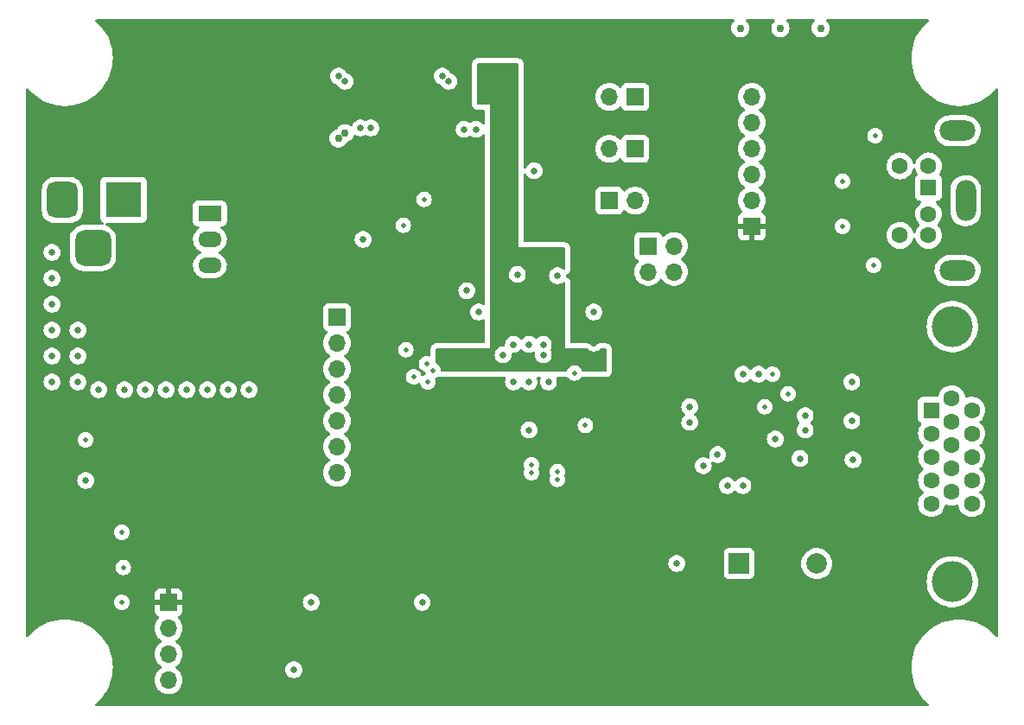
<source format=gbr>
%TF.GenerationSoftware,KiCad,Pcbnew,7.0.9-7.0.9~ubuntu20.04.1*%
%TF.CreationDate,2024-02-01T14:13:27+00:00*%
%TF.ProjectId,ICE40UPDevBoard,49434534-3055-4504-9465-76426f617264,rev?*%
%TF.SameCoordinates,Original*%
%TF.FileFunction,Copper,L2,Inr*%
%TF.FilePolarity,Positive*%
%FSLAX46Y46*%
G04 Gerber Fmt 4.6, Leading zero omitted, Abs format (unit mm)*
G04 Created by KiCad (PCBNEW 7.0.9-7.0.9~ubuntu20.04.1) date 2024-02-01 14:13:27*
%MOMM*%
%LPD*%
G01*
G04 APERTURE LIST*
G04 Aperture macros list*
%AMRoundRect*
0 Rectangle with rounded corners*
0 $1 Rounding radius*
0 $2 $3 $4 $5 $6 $7 $8 $9 X,Y pos of 4 corners*
0 Add a 4 corners polygon primitive as box body*
4,1,4,$2,$3,$4,$5,$6,$7,$8,$9,$2,$3,0*
0 Add four circle primitives for the rounded corners*
1,1,$1+$1,$2,$3*
1,1,$1+$1,$4,$5*
1,1,$1+$1,$6,$7*
1,1,$1+$1,$8,$9*
0 Add four rect primitives between the rounded corners*
20,1,$1+$1,$2,$3,$4,$5,0*
20,1,$1+$1,$4,$5,$6,$7,0*
20,1,$1+$1,$6,$7,$8,$9,0*
20,1,$1+$1,$8,$9,$2,$3,0*%
G04 Aperture macros list end*
%TA.AperFunction,ComponentPad*%
%ADD10R,1.700000X1.700000*%
%TD*%
%TA.AperFunction,ComponentPad*%
%ADD11O,1.700000X1.700000*%
%TD*%
%TA.AperFunction,ComponentPad*%
%ADD12R,2.300000X1.500000*%
%TD*%
%TA.AperFunction,ComponentPad*%
%ADD13O,2.300000X1.500000*%
%TD*%
%TA.AperFunction,ComponentPad*%
%ADD14R,1.600000X1.600000*%
%TD*%
%TA.AperFunction,ComponentPad*%
%ADD15C,1.600000*%
%TD*%
%TA.AperFunction,ComponentPad*%
%ADD16O,3.500000X2.000000*%
%TD*%
%TA.AperFunction,ComponentPad*%
%ADD17O,2.000000X4.000000*%
%TD*%
%TA.AperFunction,ComponentPad*%
%ADD18R,2.000000X2.000000*%
%TD*%
%TA.AperFunction,ComponentPad*%
%ADD19C,2.000000*%
%TD*%
%TA.AperFunction,ComponentPad*%
%ADD20R,3.500000X3.500000*%
%TD*%
%TA.AperFunction,ComponentPad*%
%ADD21RoundRect,0.750000X-0.750000X-1.000000X0.750000X-1.000000X0.750000X1.000000X-0.750000X1.000000X0*%
%TD*%
%TA.AperFunction,ComponentPad*%
%ADD22RoundRect,0.875000X-0.875000X-0.875000X0.875000X-0.875000X0.875000X0.875000X-0.875000X0.875000X0*%
%TD*%
%TA.AperFunction,ComponentPad*%
%ADD23C,4.000000*%
%TD*%
%TA.AperFunction,ViaPad*%
%ADD24C,0.635000*%
%TD*%
%TA.AperFunction,ViaPad*%
%ADD25C,0.508000*%
%TD*%
%TA.AperFunction,ViaPad*%
%ADD26C,0.762000*%
%TD*%
%TA.AperFunction,Conductor*%
%ADD27C,0.317500*%
%TD*%
G04 APERTURE END LIST*
D10*
%TO.N,/~{CRESET_B}*%
%TO.C,J4*%
X212090000Y-80010000D03*
D11*
%TO.N,GND*%
X209550000Y-80010000D03*
%TD*%
D10*
%TO.N,+3V3*%
%TO.C,J7*%
X223520000Y-87630000D03*
D11*
%TO.N,/FLASH_MOSI*%
X223520000Y-85090000D03*
%TO.N,/FLASH_MISO*%
X223520000Y-82550000D03*
%TO.N,/ICE_SCK*%
X223520000Y-80010000D03*
%TO.N,/ICE_SS*%
X223520000Y-77470000D03*
%TO.N,GND*%
X223520000Y-74930000D03*
%TD*%
D10*
%TO.N,USER0*%
%TO.C,J8*%
X182880000Y-96520000D03*
D11*
%TO.N,USER1*%
X182880000Y-99060000D03*
%TO.N,USER2*%
X182880000Y-101600000D03*
%TO.N,USER3*%
X182880000Y-104140000D03*
%TO.N,USER4*%
X182880000Y-106680000D03*
%TO.N,USER5*%
X182880000Y-109220000D03*
%TO.N,GND*%
X182880000Y-111760000D03*
%TD*%
D12*
%TO.N,/VCCEXTI*%
%TO.C,U8*%
X170419500Y-86360000D03*
D13*
%TO.N,GND*%
X170419500Y-88900000D03*
%TO.N,+5V*%
X170419500Y-91440000D03*
%TD*%
D10*
%TO.N,/ICE_SS*%
%TO.C,J5*%
X212095000Y-74930000D03*
D11*
%TO.N,Net-(J5-Pin_2)*%
X209555000Y-74930000D03*
%TD*%
D14*
%TO.N,Net-(J3-Pad1)*%
%TO.C,J3*%
X240825000Y-83790000D03*
D15*
%TO.N,Net-(J3-Pad2)*%
X240825000Y-86390000D03*
%TO.N,GND*%
X240825000Y-81690000D03*
%TO.N,+5V*%
X240825000Y-88490000D03*
%TO.N,Net-(J3-Pad5)*%
X238025000Y-81690000D03*
%TO.N,Net-(J3-Pad6)*%
X238025000Y-88490000D03*
D16*
%TO.N,N/C*%
X243675000Y-91940000D03*
D17*
X244475000Y-85090000D03*
D16*
X243675000Y-78240000D03*
%TD*%
D18*
%TO.N,Net-(R32-Pad2)*%
%TO.C,SP1*%
X222270000Y-120650000D03*
D19*
%TO.N,BUZZER*%
X229870000Y-120650000D03*
%TD*%
D20*
%TO.N,/VCCEXT*%
%TO.C,CON2*%
X161956000Y-85021500D03*
D21*
%TO.N,GND*%
X155956000Y-85021500D03*
D22*
X158956000Y-89721500D03*
%TD*%
D10*
%TO.N,Net-(D2-K)*%
%TO.C,J1*%
X209550000Y-85090000D03*
D11*
%TO.N,/CDONE*%
X212090000Y-85090000D03*
%TD*%
D10*
%TO.N,/FLASH_MOSI*%
%TO.C,J6*%
X213360000Y-89535000D03*
D11*
%TO.N,/ICE_MISO*%
X215900000Y-89535000D03*
%TO.N,/ICE_MOSI*%
X213360000Y-92075000D03*
%TO.N,/FLASH_MISO*%
X215900000Y-92075000D03*
%TD*%
D10*
%TO.N,+3V3*%
%TO.C,J9*%
X166370000Y-124460000D03*
D11*
%TO.N,I2C_SDA*%
X166370000Y-127000000D03*
%TO.N,I2C_SCL*%
X166370000Y-129540000D03*
%TO.N,GND*%
X166370000Y-132080000D03*
%TD*%
D23*
%TO.N,GND*%
%TO.C,J2*%
X243160669Y-122434669D03*
X243160669Y-97434669D03*
D14*
%TO.N,RED*%
X241110669Y-105619669D03*
D15*
%TO.N,GREEN*%
X241110669Y-107909669D03*
%TO.N,BLUE*%
X241110669Y-110199669D03*
%TO.N,unconnected-(J2-Pad4)*%
X241110669Y-112489669D03*
%TO.N,GND*%
X241110669Y-114779669D03*
X243090669Y-104474669D03*
X243090669Y-106764669D03*
X243090669Y-109054669D03*
%TO.N,unconnected-(J2-Pad9)*%
X243090669Y-111344669D03*
%TO.N,GND*%
X243090669Y-113634669D03*
%TO.N,unconnected-(J2-Pad11)*%
X245070669Y-105619669D03*
%TO.N,unconnected-(J2-Pad12)*%
X245070669Y-107909669D03*
%TO.N,Net-(J2-Pad13)*%
X245070669Y-110199669D03*
%TO.N,Net-(J2-Pad14)*%
X245070669Y-112489669D03*
%TO.N,unconnected-(J2-Pad15)*%
X245070669Y-114779669D03*
%TD*%
D24*
%TO.N,GND*%
X157480000Y-97790000D03*
X170180000Y-103632000D03*
X162052000Y-103632000D03*
X224155000Y-102108000D03*
X228219000Y-110363000D03*
X228727000Y-106172000D03*
X168148000Y-103632000D03*
X196469000Y-78105000D03*
X200533000Y-92329000D03*
X201676000Y-107569000D03*
X186182000Y-77978000D03*
X218752500Y-111056500D03*
X183642000Y-73406000D03*
X200152000Y-102870000D03*
X157480000Y-100330000D03*
X203073000Y-99187000D03*
X233426000Y-110490000D03*
X233299000Y-106680000D03*
X154940000Y-95250000D03*
X185420000Y-88900000D03*
X217424000Y-106807000D03*
X157480000Y-102870000D03*
X217424000Y-105283000D03*
X228727000Y-107569000D03*
X193802000Y-73406000D03*
X158242000Y-112522000D03*
X201676000Y-102870000D03*
X196723000Y-96012000D03*
X200152000Y-99187000D03*
X154940000Y-92710000D03*
X174244000Y-103632000D03*
X221107000Y-113030000D03*
X203581000Y-102870000D03*
X202184000Y-82169000D03*
X204470000Y-92456000D03*
X191213000Y-124460000D03*
X183007000Y-72898000D03*
X222631000Y-102108000D03*
X154940000Y-97790000D03*
X216154000Y-120650000D03*
X159512000Y-103632000D03*
X195580000Y-93919000D03*
X201676000Y-99187000D03*
X166116000Y-103632000D03*
X208026000Y-96012000D03*
X222631000Y-113030000D03*
X164084000Y-103632000D03*
X203073000Y-100203000D03*
X178640000Y-131064000D03*
X185166000Y-77978000D03*
X195326000Y-78105000D03*
X233299000Y-102870000D03*
X154940000Y-100330000D03*
X199136000Y-100203000D03*
X180340000Y-124460000D03*
X172212000Y-103632000D03*
X154940000Y-90170000D03*
X193167000Y-72898000D03*
X154940000Y-102870000D03*
%TO.N,+3V3*%
X178640000Y-127254000D03*
X186537500Y-129159000D03*
X156083000Y-124460000D03*
X187833000Y-73152000D03*
X156210000Y-110490000D03*
X188722000Y-72898000D03*
X202438000Y-74930000D03*
X196723000Y-98171000D03*
X189865000Y-77978000D03*
X195580000Y-88755000D03*
X202184000Y-80010000D03*
X193167000Y-78994000D03*
X194310000Y-91760000D03*
X189611000Y-73914000D03*
X205359000Y-106807000D03*
X186817000Y-72898000D03*
X189611000Y-72009000D03*
X187833000Y-71247000D03*
X180340000Y-116840000D03*
X222377000Y-107696000D03*
X156083000Y-121031000D03*
X185420000Y-85090000D03*
X189611000Y-76708000D03*
X186817000Y-71247000D03*
X188849000Y-71247000D03*
X188976000Y-89662000D03*
X189611000Y-75565000D03*
X172339000Y-121412000D03*
X208026000Y-99060000D03*
X156146500Y-117602000D03*
X193802000Y-78486000D03*
X201803000Y-85090000D03*
X189865000Y-78867000D03*
%TO.N,+1V2*%
X193802000Y-100330000D03*
X199898000Y-75184000D03*
X199263000Y-72898000D03*
X202692000Y-94615000D03*
X208153000Y-100965000D03*
X197358000Y-72898000D03*
X198247000Y-72898000D03*
X199898000Y-77470000D03*
X199898000Y-76454000D03*
X199898000Y-73914000D03*
D25*
%TO.N,/VPP_2V5*%
X207200500Y-107124500D03*
D26*
%TO.N,+5V*%
X183642000Y-78486000D03*
X183007000Y-78994000D03*
X230251000Y-68199000D03*
X222377000Y-68199000D03*
X226314000Y-68199000D03*
D25*
%TO.N,Net-(U5D-COMP)*%
X224790000Y-105283000D03*
D24*
%TO.N,+3.3VDAC*%
X220165000Y-109982000D03*
X225806000Y-108458000D03*
D25*
%TO.N,Net-(U5D-VREF)*%
X227076000Y-104013000D03*
%TO.N,Net-(D3-A)*%
X161798000Y-117602000D03*
%TO.N,Net-(D4-A)*%
X161925000Y-121031000D03*
%TO.N,Net-(D5-A)*%
X161798000Y-124460000D03*
%TO.N,/CDONE*%
X191643000Y-101092000D03*
%TO.N,/~{CRESET_B}*%
X192278000Y-101727000D03*
%TO.N,/ICE_SS*%
X201930000Y-110998000D03*
%TO.N,/ICE_MISO*%
X204470000Y-112395000D03*
%TO.N,/ICE_MOSI*%
X204470000Y-111633000D03*
%TO.N,/FLASH_MISO*%
X191389000Y-84963000D03*
%TO.N,/ICE_SCK*%
X201930000Y-111760000D03*
X189357000Y-87503000D03*
%TO.N,Net-(U2D-VCCPLL)*%
X206121000Y-101981000D03*
%TO.N,Net-(U5D-~{PSAVE})*%
X225552000Y-102108000D03*
%TO.N,HSYNC*%
X190373000Y-102362000D03*
%TO.N,VSYNC*%
X191770000Y-102870000D03*
%TO.N,PS2BCLK*%
X235458000Y-91440000D03*
%TO.N,PS2BDATA*%
X232410000Y-87630000D03*
%TO.N,PS2ADATA*%
X232410000Y-83185000D03*
%TO.N,PS2ACLK*%
X235585000Y-78740000D03*
%TO.N,BUTTON0*%
X158242000Y-108522000D03*
%TO.N,BUZZER*%
X189611000Y-99695000D03*
%TD*%
D27*
%TO.N,+1V2*%
X202692000Y-94615000D02*
X202755500Y-94615000D01*
%TD*%
%TA.AperFunction,Conductor*%
%TO.N,+3V3*%
G36*
X221767628Y-67330002D02*
G01*
X221814121Y-67383658D01*
X221824225Y-67453932D01*
X221794731Y-67518512D01*
X221782924Y-67529346D01*
X221783435Y-67529914D01*
X221778527Y-67534332D01*
X221653414Y-67673284D01*
X221653410Y-67673290D01*
X221559928Y-67835208D01*
X221559922Y-67835220D01*
X221502146Y-68013038D01*
X221502145Y-68013042D01*
X221502145Y-68013044D01*
X221482600Y-68199000D01*
X221502146Y-68384961D01*
X221559922Y-68562779D01*
X221559928Y-68562791D01*
X221653410Y-68724709D01*
X221653414Y-68724715D01*
X221778527Y-68863667D01*
X221929795Y-68973570D01*
X221929797Y-68973571D01*
X221929800Y-68973573D01*
X222100615Y-69049625D01*
X222241582Y-69079588D01*
X222283509Y-69088500D01*
X222283510Y-69088500D01*
X222470491Y-69088500D01*
X222512418Y-69079588D01*
X222653385Y-69049625D01*
X222824200Y-68973573D01*
X222975470Y-68863669D01*
X223100585Y-68724715D01*
X223100589Y-68724709D01*
X223147330Y-68643750D01*
X223194075Y-68562785D01*
X223251855Y-68384956D01*
X223271400Y-68199000D01*
X223251855Y-68013044D01*
X223194075Y-67835215D01*
X223193182Y-67833669D01*
X223100589Y-67673290D01*
X223100585Y-67673284D01*
X222975472Y-67534332D01*
X222970565Y-67529914D01*
X222972550Y-67527709D01*
X222937085Y-67481731D01*
X222930999Y-67410996D01*
X222964121Y-67348199D01*
X223025936Y-67313279D01*
X223054493Y-67310000D01*
X225636507Y-67310000D01*
X225704628Y-67330002D01*
X225751121Y-67383658D01*
X225761225Y-67453932D01*
X225731731Y-67518512D01*
X225719924Y-67529346D01*
X225720435Y-67529914D01*
X225715527Y-67534332D01*
X225590414Y-67673284D01*
X225590410Y-67673290D01*
X225496928Y-67835208D01*
X225496922Y-67835220D01*
X225439146Y-68013038D01*
X225439145Y-68013042D01*
X225439145Y-68013044D01*
X225419600Y-68199000D01*
X225439146Y-68384961D01*
X225496922Y-68562779D01*
X225496928Y-68562791D01*
X225590410Y-68724709D01*
X225590414Y-68724715D01*
X225715527Y-68863667D01*
X225866795Y-68973570D01*
X225866797Y-68973571D01*
X225866800Y-68973573D01*
X226037615Y-69049625D01*
X226178582Y-69079588D01*
X226220509Y-69088500D01*
X226220510Y-69088500D01*
X226407491Y-69088500D01*
X226449418Y-69079588D01*
X226590385Y-69049625D01*
X226761200Y-68973573D01*
X226912470Y-68863669D01*
X227037585Y-68724715D01*
X227037589Y-68724709D01*
X227084330Y-68643750D01*
X227131075Y-68562785D01*
X227188855Y-68384956D01*
X227208400Y-68199000D01*
X227188855Y-68013044D01*
X227131075Y-67835215D01*
X227130182Y-67833669D01*
X227037589Y-67673290D01*
X227037585Y-67673284D01*
X226912472Y-67534332D01*
X226907565Y-67529914D01*
X226909550Y-67527709D01*
X226874085Y-67481731D01*
X226867999Y-67410996D01*
X226901121Y-67348199D01*
X226962936Y-67313279D01*
X226991493Y-67310000D01*
X229573507Y-67310000D01*
X229641628Y-67330002D01*
X229688121Y-67383658D01*
X229698225Y-67453932D01*
X229668731Y-67518512D01*
X229656924Y-67529346D01*
X229657435Y-67529914D01*
X229652527Y-67534332D01*
X229527414Y-67673284D01*
X229527410Y-67673290D01*
X229433928Y-67835208D01*
X229433922Y-67835220D01*
X229376146Y-68013038D01*
X229376145Y-68013042D01*
X229376145Y-68013044D01*
X229356600Y-68199000D01*
X229376146Y-68384961D01*
X229433922Y-68562779D01*
X229433928Y-68562791D01*
X229527410Y-68724709D01*
X229527414Y-68724715D01*
X229652527Y-68863667D01*
X229803795Y-68973570D01*
X229803797Y-68973571D01*
X229803800Y-68973573D01*
X229974615Y-69049625D01*
X230115582Y-69079588D01*
X230157509Y-69088500D01*
X230157510Y-69088500D01*
X230344491Y-69088500D01*
X230386418Y-69079588D01*
X230527385Y-69049625D01*
X230698200Y-68973573D01*
X230849470Y-68863669D01*
X230974585Y-68724715D01*
X230974589Y-68724709D01*
X231021330Y-68643750D01*
X231068075Y-68562785D01*
X231125855Y-68384956D01*
X231145400Y-68199000D01*
X231125855Y-68013044D01*
X231068075Y-67835215D01*
X231067182Y-67833669D01*
X230974589Y-67673290D01*
X230974585Y-67673284D01*
X230849472Y-67534332D01*
X230844565Y-67529914D01*
X230846550Y-67527709D01*
X230811085Y-67481731D01*
X230804999Y-67410996D01*
X230838121Y-67348199D01*
X230899936Y-67313279D01*
X230928493Y-67310000D01*
X240737107Y-67310000D01*
X240805228Y-67330002D01*
X240851721Y-67383658D01*
X240861825Y-67453932D01*
X240832331Y-67518512D01*
X240817606Y-67532931D01*
X240750504Y-67588651D01*
X240676648Y-67649981D01*
X240369981Y-67956648D01*
X240092899Y-68290326D01*
X239847792Y-68648139D01*
X239636756Y-69027021D01*
X239636753Y-69027028D01*
X239461569Y-69423780D01*
X239461563Y-69423796D01*
X239323741Y-69835003D01*
X239323732Y-69835035D01*
X239224440Y-70257198D01*
X239164520Y-70686748D01*
X239144490Y-71120000D01*
X239164520Y-71553251D01*
X239224440Y-71982801D01*
X239323732Y-72404964D01*
X239323741Y-72404996D01*
X239461563Y-72816203D01*
X239461569Y-72816219D01*
X239636753Y-73212971D01*
X239636756Y-73212978D01*
X239847792Y-73591860D01*
X240013522Y-73833797D01*
X240092902Y-73949677D01*
X240297362Y-74195899D01*
X240369981Y-74283351D01*
X240676648Y-74590018D01*
X240676653Y-74590022D01*
X240676655Y-74590024D01*
X241010323Y-74867098D01*
X241010326Y-74867100D01*
X241368139Y-75112207D01*
X241747021Y-75323243D01*
X241747025Y-75323244D01*
X241747031Y-75323248D01*
X242143786Y-75498433D01*
X242555013Y-75636262D01*
X242977202Y-75735560D01*
X243406753Y-75795480D01*
X243656529Y-75807027D01*
X243731629Y-75810500D01*
X243731634Y-75810500D01*
X243948371Y-75810500D01*
X244020152Y-75807181D01*
X244273247Y-75795480D01*
X244702798Y-75735560D01*
X245124987Y-75636262D01*
X245536214Y-75498433D01*
X245932969Y-75323248D01*
X246236154Y-75154375D01*
X246311860Y-75112207D01*
X246311860Y-75112206D01*
X246311867Y-75112203D01*
X246669677Y-74867098D01*
X247003345Y-74590024D01*
X247310024Y-74283345D01*
X247427065Y-74142396D01*
X247485971Y-74102769D01*
X247556952Y-74101278D01*
X247617471Y-74138399D01*
X247648313Y-74202346D01*
X247650000Y-74222893D01*
X247650000Y-127707106D01*
X247629998Y-127775227D01*
X247576342Y-127821720D01*
X247506068Y-127831824D01*
X247441488Y-127802330D01*
X247427064Y-127787601D01*
X247310018Y-127646648D01*
X247003351Y-127339981D01*
X246669673Y-127062899D01*
X246311860Y-126817792D01*
X245932978Y-126606756D01*
X245932971Y-126606753D01*
X245536219Y-126431569D01*
X245536203Y-126431563D01*
X245124996Y-126293741D01*
X245124995Y-126293740D01*
X245124987Y-126293738D01*
X245124976Y-126293735D01*
X245124964Y-126293732D01*
X244702800Y-126194440D01*
X244702801Y-126194440D01*
X244273251Y-126134520D01*
X243948371Y-126119500D01*
X243948366Y-126119500D01*
X243731634Y-126119500D01*
X243731629Y-126119500D01*
X243406748Y-126134520D01*
X242977198Y-126194440D01*
X242555035Y-126293732D01*
X242555017Y-126293737D01*
X242555013Y-126293738D01*
X242555009Y-126293739D01*
X242555003Y-126293741D01*
X242143796Y-126431563D01*
X242143780Y-126431569D01*
X241747028Y-126606753D01*
X241747021Y-126606756D01*
X241368139Y-126817792D01*
X241010326Y-127062899D01*
X240676648Y-127339981D01*
X240369981Y-127646648D01*
X240092899Y-127980326D01*
X239847792Y-128338139D01*
X239636756Y-128717021D01*
X239636753Y-128717028D01*
X239461569Y-129113780D01*
X239461563Y-129113796D01*
X239323741Y-129525003D01*
X239323732Y-129525035D01*
X239224440Y-129947198D01*
X239164520Y-130376748D01*
X239144490Y-130810000D01*
X239164520Y-131243251D01*
X239224440Y-131672801D01*
X239323732Y-132094964D01*
X239323741Y-132094996D01*
X239461563Y-132506203D01*
X239461569Y-132506219D01*
X239636753Y-132902971D01*
X239636756Y-132902978D01*
X239847792Y-133281860D01*
X239929707Y-133401442D01*
X240092902Y-133639677D01*
X240302715Y-133892346D01*
X240369981Y-133973351D01*
X240676648Y-134280018D01*
X240676653Y-134280022D01*
X240676655Y-134280024D01*
X240817603Y-134397065D01*
X240857231Y-134455971D01*
X240858722Y-134526952D01*
X240821601Y-134587471D01*
X240757654Y-134618313D01*
X240737107Y-134620000D01*
X159312893Y-134620000D01*
X159244772Y-134599998D01*
X159198279Y-134546342D01*
X159188175Y-134476068D01*
X159217669Y-134411488D01*
X159232393Y-134397068D01*
X159373345Y-134280024D01*
X159680024Y-133973345D01*
X159957098Y-133639677D01*
X160202203Y-133281867D01*
X160232444Y-133227575D01*
X160413243Y-132902978D01*
X160413243Y-132902977D01*
X160413248Y-132902969D01*
X160588433Y-132506214D01*
X160726262Y-132094987D01*
X160729787Y-132080000D01*
X165006844Y-132080000D01*
X165021833Y-132260890D01*
X165025437Y-132304375D01*
X165080702Y-132522612D01*
X165080703Y-132522613D01*
X165171141Y-132728793D01*
X165294275Y-132917265D01*
X165294279Y-132917270D01*
X165446762Y-133082908D01*
X165501331Y-133125381D01*
X165624424Y-133221189D01*
X165822426Y-133328342D01*
X165822427Y-133328342D01*
X165822428Y-133328343D01*
X165934227Y-133366723D01*
X166035365Y-133401444D01*
X166257431Y-133438500D01*
X166257435Y-133438500D01*
X166482565Y-133438500D01*
X166482569Y-133438500D01*
X166704635Y-133401444D01*
X166917574Y-133328342D01*
X167115576Y-133221189D01*
X167293240Y-133082906D01*
X167445722Y-132917268D01*
X167568860Y-132728791D01*
X167659296Y-132522616D01*
X167714564Y-132304368D01*
X167733156Y-132080000D01*
X167714564Y-131855632D01*
X167696241Y-131783277D01*
X167659297Y-131637387D01*
X167659296Y-131637386D01*
X167659296Y-131637384D01*
X167568860Y-131431209D01*
X167549653Y-131401810D01*
X167445724Y-131242734D01*
X167445720Y-131242729D01*
X167293237Y-131077091D01*
X167276418Y-131064000D01*
X177809450Y-131064000D01*
X177826841Y-131229462D01*
X177827601Y-131236686D01*
X177881252Y-131401810D01*
X177881256Y-131401817D01*
X177968069Y-131552183D01*
X177968070Y-131552185D01*
X178084251Y-131681217D01*
X178224720Y-131783274D01*
X178224722Y-131783275D01*
X178224725Y-131783277D01*
X178383346Y-131853900D01*
X178553184Y-131890000D01*
X178726816Y-131890000D01*
X178896654Y-131853900D01*
X179055275Y-131783277D01*
X179195746Y-131681219D01*
X179203329Y-131672798D01*
X179311929Y-131552185D01*
X179311930Y-131552183D01*
X179398745Y-131401815D01*
X179452400Y-131236681D01*
X179470550Y-131064000D01*
X179452400Y-130891319D01*
X179425816Y-130809500D01*
X179398747Y-130726189D01*
X179398743Y-130726182D01*
X179311930Y-130575816D01*
X179311929Y-130575814D01*
X179195748Y-130446782D01*
X179055279Y-130344725D01*
X178896654Y-130274100D01*
X178726816Y-130238000D01*
X178553184Y-130238000D01*
X178383345Y-130274100D01*
X178224720Y-130344725D01*
X178084251Y-130446782D01*
X177968070Y-130575814D01*
X177968069Y-130575816D01*
X177881256Y-130726182D01*
X177881252Y-130726189D01*
X177827601Y-130891313D01*
X177827600Y-130891317D01*
X177827600Y-130891319D01*
X177809450Y-131064000D01*
X167276418Y-131064000D01*
X167211382Y-131013381D01*
X167115576Y-130938811D01*
X167082319Y-130920813D01*
X167031929Y-130870802D01*
X167016576Y-130801485D01*
X167041136Y-130734872D01*
X167082320Y-130699186D01*
X167115576Y-130681189D01*
X167293240Y-130542906D01*
X167445722Y-130377268D01*
X167446059Y-130376753D01*
X167536710Y-130238000D01*
X167568860Y-130188791D01*
X167659296Y-129982616D01*
X167714564Y-129764368D01*
X167733156Y-129540000D01*
X167714564Y-129315632D01*
X167659296Y-129097384D01*
X167568860Y-128891209D01*
X167562140Y-128880924D01*
X167445724Y-128702734D01*
X167445720Y-128702729D01*
X167293237Y-128537091D01*
X167211382Y-128473381D01*
X167115576Y-128398811D01*
X167082319Y-128380813D01*
X167031929Y-128330802D01*
X167016576Y-128261485D01*
X167041136Y-128194872D01*
X167082320Y-128159186D01*
X167115576Y-128141189D01*
X167293240Y-128002906D01*
X167445722Y-127837268D01*
X167568860Y-127648791D01*
X167659296Y-127442616D01*
X167714564Y-127224368D01*
X167733156Y-127000000D01*
X167714564Y-126775632D01*
X167659296Y-126557384D01*
X167568860Y-126351209D01*
X167562140Y-126340924D01*
X167445724Y-126162734D01*
X167445714Y-126162722D01*
X167302159Y-126006782D01*
X167270737Y-125943117D01*
X167278723Y-125872571D01*
X167323582Y-125817542D01*
X167350827Y-125803388D01*
X167465965Y-125760444D01*
X167582904Y-125672904D01*
X167670444Y-125555965D01*
X167670444Y-125555964D01*
X167721494Y-125419093D01*
X167727999Y-125358597D01*
X167728000Y-125358585D01*
X167728000Y-124714000D01*
X166801116Y-124714000D01*
X166829493Y-124669844D01*
X166870000Y-124531889D01*
X166870000Y-124460000D01*
X179509450Y-124460000D01*
X179527396Y-124630744D01*
X179527601Y-124632686D01*
X179581252Y-124797810D01*
X179581256Y-124797817D01*
X179668069Y-124948183D01*
X179668070Y-124948185D01*
X179784251Y-125077217D01*
X179924720Y-125179274D01*
X179924722Y-125179275D01*
X179924725Y-125179277D01*
X180083346Y-125249900D01*
X180253184Y-125286000D01*
X180426816Y-125286000D01*
X180596654Y-125249900D01*
X180755275Y-125179277D01*
X180895746Y-125077219D01*
X181011929Y-124948185D01*
X181098745Y-124797815D01*
X181100332Y-124792933D01*
X181152398Y-124632686D01*
X181152400Y-124632681D01*
X181170550Y-124460000D01*
X190382450Y-124460000D01*
X190400396Y-124630744D01*
X190400601Y-124632686D01*
X190454252Y-124797810D01*
X190454256Y-124797817D01*
X190541069Y-124948183D01*
X190541070Y-124948185D01*
X190657251Y-125077217D01*
X190797720Y-125179274D01*
X190797722Y-125179275D01*
X190797725Y-125179277D01*
X190956346Y-125249900D01*
X191126184Y-125286000D01*
X191299816Y-125286000D01*
X191469654Y-125249900D01*
X191628275Y-125179277D01*
X191768746Y-125077219D01*
X191884929Y-124948185D01*
X191971745Y-124797815D01*
X191973332Y-124792933D01*
X192025398Y-124632686D01*
X192025400Y-124632681D01*
X192043550Y-124460000D01*
X192025400Y-124287319D01*
X191982489Y-124155251D01*
X191971747Y-124122189D01*
X191971743Y-124122182D01*
X191884930Y-123971816D01*
X191884929Y-123971814D01*
X191768748Y-123842782D01*
X191628279Y-123740725D01*
X191563564Y-123711912D01*
X191469654Y-123670100D01*
X191299816Y-123634000D01*
X191126184Y-123634000D01*
X190956345Y-123670100D01*
X190797720Y-123740725D01*
X190657251Y-123842782D01*
X190541070Y-123971814D01*
X190541069Y-123971816D01*
X190454256Y-124122182D01*
X190454252Y-124122189D01*
X190400601Y-124287313D01*
X190400600Y-124287317D01*
X190400600Y-124287319D01*
X190382450Y-124460000D01*
X181170550Y-124460000D01*
X181152400Y-124287319D01*
X181109489Y-124155251D01*
X181098747Y-124122189D01*
X181098743Y-124122182D01*
X181011930Y-123971816D01*
X181011929Y-123971814D01*
X180895748Y-123842782D01*
X180755279Y-123740725D01*
X180690564Y-123711912D01*
X180596654Y-123670100D01*
X180426816Y-123634000D01*
X180253184Y-123634000D01*
X180083345Y-123670100D01*
X179924720Y-123740725D01*
X179784251Y-123842782D01*
X179668070Y-123971814D01*
X179668069Y-123971816D01*
X179581256Y-124122182D01*
X179581252Y-124122189D01*
X179527601Y-124287313D01*
X179527600Y-124287317D01*
X179527600Y-124287319D01*
X179509450Y-124460000D01*
X166870000Y-124460000D01*
X166870000Y-124388111D01*
X166829493Y-124250156D01*
X166801116Y-124206000D01*
X167728000Y-124206000D01*
X167728000Y-123561414D01*
X167727999Y-123561402D01*
X167721494Y-123500906D01*
X167670444Y-123364035D01*
X167670444Y-123364034D01*
X167582904Y-123247095D01*
X167465965Y-123159555D01*
X167329093Y-123108505D01*
X167268597Y-123102000D01*
X166624000Y-123102000D01*
X166624000Y-124026325D01*
X166512315Y-123975320D01*
X166405763Y-123960000D01*
X166334237Y-123960000D01*
X166227685Y-123975320D01*
X166116000Y-124026325D01*
X166116000Y-123102000D01*
X165471402Y-123102000D01*
X165410906Y-123108505D01*
X165274035Y-123159555D01*
X165274034Y-123159555D01*
X165157095Y-123247095D01*
X165069555Y-123364034D01*
X165069555Y-123364035D01*
X165018505Y-123500906D01*
X165012000Y-123561402D01*
X165012000Y-124206000D01*
X165938884Y-124206000D01*
X165910507Y-124250156D01*
X165870000Y-124388111D01*
X165870000Y-124531889D01*
X165910507Y-124669844D01*
X165938884Y-124714000D01*
X165012000Y-124714000D01*
X165012000Y-125358597D01*
X165018505Y-125419093D01*
X165069555Y-125555964D01*
X165069555Y-125555965D01*
X165157095Y-125672904D01*
X165274034Y-125760444D01*
X165389172Y-125803388D01*
X165446008Y-125845935D01*
X165470819Y-125912455D01*
X165455728Y-125981829D01*
X165437841Y-126006782D01*
X165294280Y-126162729D01*
X165294275Y-126162734D01*
X165171141Y-126351206D01*
X165080703Y-126557386D01*
X165080702Y-126557387D01*
X165025437Y-126775624D01*
X165025436Y-126775630D01*
X165025436Y-126775632D01*
X165021942Y-126817797D01*
X165006844Y-127000000D01*
X165025437Y-127224375D01*
X165080702Y-127442612D01*
X165080703Y-127442613D01*
X165171141Y-127648793D01*
X165294275Y-127837265D01*
X165294279Y-127837270D01*
X165446762Y-128002908D01*
X165501331Y-128045381D01*
X165624424Y-128141189D01*
X165657680Y-128159186D01*
X165708071Y-128209200D01*
X165723423Y-128278516D01*
X165698862Y-128345129D01*
X165657680Y-128380813D01*
X165624426Y-128398810D01*
X165624424Y-128398811D01*
X165446762Y-128537091D01*
X165294279Y-128702729D01*
X165294275Y-128702734D01*
X165171141Y-128891206D01*
X165080703Y-129097386D01*
X165080702Y-129097387D01*
X165025437Y-129315624D01*
X165006844Y-129540000D01*
X165025437Y-129764375D01*
X165080702Y-129982612D01*
X165080703Y-129982613D01*
X165171141Y-130188793D01*
X165294275Y-130377265D01*
X165294279Y-130377270D01*
X165446762Y-130542908D01*
X165489040Y-130575814D01*
X165624424Y-130681189D01*
X165657680Y-130699186D01*
X165708071Y-130749200D01*
X165723423Y-130818516D01*
X165698862Y-130885129D01*
X165657680Y-130920813D01*
X165624426Y-130938810D01*
X165624424Y-130938811D01*
X165446762Y-131077091D01*
X165294279Y-131242729D01*
X165294275Y-131242734D01*
X165171141Y-131431206D01*
X165080703Y-131637386D01*
X165080702Y-131637387D01*
X165025437Y-131855624D01*
X165025436Y-131855630D01*
X165025436Y-131855632D01*
X165006844Y-132080000D01*
X160729787Y-132080000D01*
X160825560Y-131672798D01*
X160885480Y-131243247D01*
X160905510Y-130810000D01*
X160885480Y-130376753D01*
X160825560Y-129947202D01*
X160726262Y-129525013D01*
X160588433Y-129113786D01*
X160413248Y-128717031D01*
X160413244Y-128717025D01*
X160413243Y-128717021D01*
X160202207Y-128338139D01*
X160067293Y-128141189D01*
X159957098Y-127980323D01*
X159680024Y-127646655D01*
X159680022Y-127646653D01*
X159680018Y-127646648D01*
X159373351Y-127339981D01*
X159039673Y-127062899D01*
X158681860Y-126817792D01*
X158302978Y-126606756D01*
X158302971Y-126606753D01*
X157906219Y-126431569D01*
X157906203Y-126431563D01*
X157494996Y-126293741D01*
X157494995Y-126293740D01*
X157494987Y-126293738D01*
X157494976Y-126293735D01*
X157494964Y-126293732D01*
X157072800Y-126194440D01*
X157072801Y-126194440D01*
X156643251Y-126134520D01*
X156318371Y-126119500D01*
X156318366Y-126119500D01*
X156101634Y-126119500D01*
X156101629Y-126119500D01*
X155776748Y-126134520D01*
X155347198Y-126194440D01*
X154925035Y-126293732D01*
X154925017Y-126293737D01*
X154925013Y-126293738D01*
X154925009Y-126293739D01*
X154925003Y-126293741D01*
X154513796Y-126431563D01*
X154513780Y-126431569D01*
X154117028Y-126606753D01*
X154117021Y-126606756D01*
X153738139Y-126817792D01*
X153380326Y-127062899D01*
X153046648Y-127339981D01*
X152739981Y-127646648D01*
X152622936Y-127787601D01*
X152564029Y-127827230D01*
X152493048Y-127828721D01*
X152432529Y-127791600D01*
X152401686Y-127727652D01*
X152400000Y-127707106D01*
X152400000Y-124460000D01*
X161030675Y-124460000D01*
X161049912Y-124630744D01*
X161106664Y-124792930D01*
X161106665Y-124792933D01*
X161198079Y-124938417D01*
X161198080Y-124938419D01*
X161319580Y-125059919D01*
X161319582Y-125059920D01*
X161465066Y-125151334D01*
X161465067Y-125151334D01*
X161465070Y-125151336D01*
X161627254Y-125208087D01*
X161627253Y-125208087D01*
X161644543Y-125210034D01*
X161798000Y-125227325D01*
X161968746Y-125208087D01*
X162130930Y-125151336D01*
X162276419Y-125059919D01*
X162397919Y-124938419D01*
X162489336Y-124792930D01*
X162546087Y-124630746D01*
X162565325Y-124460000D01*
X162546087Y-124289254D01*
X162489336Y-124127070D01*
X162489334Y-124127067D01*
X162489334Y-124127066D01*
X162397920Y-123981582D01*
X162397919Y-123981580D01*
X162276419Y-123860080D01*
X162276417Y-123860079D01*
X162130933Y-123768665D01*
X162130930Y-123768664D01*
X162051085Y-123740725D01*
X161968746Y-123711913D01*
X161968744Y-123711912D01*
X161968746Y-123711912D01*
X161798000Y-123692675D01*
X161627255Y-123711912D01*
X161465069Y-123768664D01*
X161465066Y-123768665D01*
X161319582Y-123860079D01*
X161319580Y-123860080D01*
X161198080Y-123981580D01*
X161198079Y-123981582D01*
X161106665Y-124127066D01*
X161106664Y-124127069D01*
X161049912Y-124289255D01*
X161030675Y-124460000D01*
X152400000Y-124460000D01*
X152400000Y-122434675D01*
X240647209Y-122434675D01*
X240667026Y-122749676D01*
X240667028Y-122749693D01*
X240726173Y-123059736D01*
X240726176Y-123059749D01*
X240823708Y-123359923D01*
X240823713Y-123359936D01*
X240825642Y-123364035D01*
X240958107Y-123645538D01*
X240958109Y-123645541D01*
X240958112Y-123645547D01*
X241127231Y-123912037D01*
X241328432Y-124155247D01*
X241328435Y-124155249D01*
X241328436Y-124155251D01*
X241558529Y-124371323D01*
X241813890Y-124556853D01*
X242090490Y-124708916D01*
X242383967Y-124825112D01*
X242689694Y-124903609D01*
X242689702Y-124903610D01*
X242689701Y-124903610D01*
X242853798Y-124924339D01*
X243002848Y-124943169D01*
X243002852Y-124943169D01*
X243318486Y-124943169D01*
X243318490Y-124943169D01*
X243631644Y-124903609D01*
X243937371Y-124825112D01*
X244230848Y-124708916D01*
X244507448Y-124556853D01*
X244762809Y-124371323D01*
X244992902Y-124155251D01*
X245194101Y-123912044D01*
X245194103Y-123912039D01*
X245194106Y-123912037D01*
X245363225Y-123645547D01*
X245363231Y-123645538D01*
X245497625Y-123359935D01*
X245595164Y-123059741D01*
X245654310Y-122749689D01*
X245674129Y-122434669D01*
X245656754Y-122158500D01*
X245654311Y-122119661D01*
X245654309Y-122119644D01*
X245631150Y-121998240D01*
X245595164Y-121809597D01*
X245559109Y-121698632D01*
X245497629Y-121509414D01*
X245497624Y-121509401D01*
X245481907Y-121476000D01*
X245363231Y-121223800D01*
X245363225Y-121223790D01*
X245194106Y-120957300D01*
X244992905Y-120714090D01*
X244975845Y-120698070D01*
X244762809Y-120498015D01*
X244762808Y-120498014D01*
X244507450Y-120312486D01*
X244270838Y-120182407D01*
X244230848Y-120160422D01*
X243937371Y-120044226D01*
X243631644Y-119965729D01*
X243631639Y-119965728D01*
X243631634Y-119965727D01*
X243631636Y-119965727D01*
X243318504Y-119926170D01*
X243318493Y-119926169D01*
X243318490Y-119926169D01*
X243002848Y-119926169D01*
X243002845Y-119926169D01*
X243002833Y-119926170D01*
X242689702Y-119965727D01*
X242383970Y-120044225D01*
X242090490Y-120160422D01*
X241813887Y-120312486D01*
X241558530Y-120498014D01*
X241558529Y-120498014D01*
X241328432Y-120714090D01*
X241127231Y-120957300D01*
X240958112Y-121223790D01*
X240958105Y-121223804D01*
X240823713Y-121509401D01*
X240823708Y-121509414D01*
X240726176Y-121809588D01*
X240726173Y-121809601D01*
X240667028Y-122119644D01*
X240667026Y-122119661D01*
X240647209Y-122434662D01*
X240647209Y-122434675D01*
X152400000Y-122434675D01*
X152400000Y-121031000D01*
X161157675Y-121031000D01*
X161176912Y-121201744D01*
X161233664Y-121363930D01*
X161233665Y-121363933D01*
X161325079Y-121509417D01*
X161325080Y-121509419D01*
X161446580Y-121630919D01*
X161446582Y-121630920D01*
X161592066Y-121722334D01*
X161592067Y-121722334D01*
X161592070Y-121722336D01*
X161754254Y-121779087D01*
X161754253Y-121779087D01*
X161771543Y-121781034D01*
X161925000Y-121798325D01*
X162095746Y-121779087D01*
X162257930Y-121722336D01*
X162295628Y-121698649D01*
X220761500Y-121698649D01*
X220768009Y-121759196D01*
X220768011Y-121759204D01*
X220819110Y-121896202D01*
X220819112Y-121896207D01*
X220906738Y-122013261D01*
X221023792Y-122100887D01*
X221023794Y-122100888D01*
X221023796Y-122100889D01*
X221074080Y-122119644D01*
X221160795Y-122151988D01*
X221160803Y-122151990D01*
X221221350Y-122158499D01*
X221221355Y-122158499D01*
X221221362Y-122158500D01*
X221221368Y-122158500D01*
X223318632Y-122158500D01*
X223318638Y-122158500D01*
X223318645Y-122158499D01*
X223318649Y-122158499D01*
X223379196Y-122151990D01*
X223379199Y-122151989D01*
X223379201Y-122151989D01*
X223516204Y-122100889D01*
X223633261Y-122013261D01*
X223720889Y-121896204D01*
X223771989Y-121759201D01*
X223775953Y-121722336D01*
X223778499Y-121698649D01*
X223778500Y-121698632D01*
X223778500Y-120650000D01*
X228356835Y-120650000D01*
X228375465Y-120886710D01*
X228430894Y-121117592D01*
X228474887Y-121223800D01*
X228521760Y-121336963D01*
X228627440Y-121509417D01*
X228645825Y-121539417D01*
X228645826Y-121539419D01*
X228800030Y-121719969D01*
X228904976Y-121809601D01*
X228980584Y-121874176D01*
X229183037Y-121998240D01*
X229402406Y-122089105D01*
X229633289Y-122144535D01*
X229870000Y-122163165D01*
X230106711Y-122144535D01*
X230337594Y-122089105D01*
X230556963Y-121998240D01*
X230759416Y-121874176D01*
X230939969Y-121719969D01*
X231094176Y-121539416D01*
X231218240Y-121336963D01*
X231309105Y-121117594D01*
X231364535Y-120886711D01*
X231383165Y-120650000D01*
X231364535Y-120413289D01*
X231309105Y-120182406D01*
X231218240Y-119963037D01*
X231094176Y-119760584D01*
X230958192Y-119601367D01*
X230939969Y-119580030D01*
X230759419Y-119425826D01*
X230759417Y-119425825D01*
X230759416Y-119425824D01*
X230556963Y-119301760D01*
X230520697Y-119286738D01*
X230337592Y-119210894D01*
X230179651Y-119172976D01*
X230106711Y-119155465D01*
X229870000Y-119136835D01*
X229633289Y-119155465D01*
X229402407Y-119210894D01*
X229183038Y-119301759D01*
X228980582Y-119425825D01*
X228980580Y-119425826D01*
X228800030Y-119580030D01*
X228645826Y-119760580D01*
X228645825Y-119760582D01*
X228521759Y-119963038D01*
X228430894Y-120182407D01*
X228375465Y-120413289D01*
X228356835Y-120650000D01*
X223778500Y-120650000D01*
X223778500Y-119601367D01*
X223778499Y-119601350D01*
X223771990Y-119540803D01*
X223771988Y-119540795D01*
X223720889Y-119403797D01*
X223720887Y-119403792D01*
X223633261Y-119286738D01*
X223516207Y-119199112D01*
X223516202Y-119199110D01*
X223379204Y-119148011D01*
X223379196Y-119148009D01*
X223318649Y-119141500D01*
X223318638Y-119141500D01*
X221221362Y-119141500D01*
X221221350Y-119141500D01*
X221160803Y-119148009D01*
X221160795Y-119148011D01*
X221023797Y-119199110D01*
X221023792Y-119199112D01*
X220906738Y-119286738D01*
X220819112Y-119403792D01*
X220819110Y-119403797D01*
X220768011Y-119540795D01*
X220768009Y-119540803D01*
X220761500Y-119601350D01*
X220761500Y-121698649D01*
X162295628Y-121698649D01*
X162403419Y-121630919D01*
X162524919Y-121509419D01*
X162616336Y-121363930D01*
X162673087Y-121201746D01*
X162692325Y-121031000D01*
X162673087Y-120860254D01*
X162616336Y-120698070D01*
X162616334Y-120698067D01*
X162616334Y-120698066D01*
X162586132Y-120650000D01*
X215323450Y-120650000D01*
X215328502Y-120698070D01*
X215341601Y-120822686D01*
X215395252Y-120987810D01*
X215395256Y-120987817D01*
X215482069Y-121138183D01*
X215482070Y-121138185D01*
X215598251Y-121267217D01*
X215738720Y-121369274D01*
X215738722Y-121369275D01*
X215738725Y-121369277D01*
X215897346Y-121439900D01*
X216067184Y-121476000D01*
X216240816Y-121476000D01*
X216410654Y-121439900D01*
X216569275Y-121369277D01*
X216709746Y-121267219D01*
X216825929Y-121138185D01*
X216912745Y-120987815D01*
X216966400Y-120822681D01*
X216984550Y-120650000D01*
X216966400Y-120477319D01*
X216962789Y-120466208D01*
X216912747Y-120312189D01*
X216912743Y-120312182D01*
X216825930Y-120161816D01*
X216825929Y-120161814D01*
X216709748Y-120032782D01*
X216569279Y-119930725D01*
X216559048Y-119926170D01*
X216410654Y-119860100D01*
X216240816Y-119824000D01*
X216067184Y-119824000D01*
X215897345Y-119860100D01*
X215738720Y-119930725D01*
X215598251Y-120032782D01*
X215482070Y-120161814D01*
X215482069Y-120161816D01*
X215395256Y-120312182D01*
X215395252Y-120312189D01*
X215341601Y-120477313D01*
X215341600Y-120477317D01*
X215341600Y-120477319D01*
X215323450Y-120650000D01*
X162586132Y-120650000D01*
X162524920Y-120552582D01*
X162524919Y-120552580D01*
X162403419Y-120431080D01*
X162403417Y-120431079D01*
X162257933Y-120339665D01*
X162257930Y-120339664D01*
X162179411Y-120312189D01*
X162095746Y-120282913D01*
X162095744Y-120282912D01*
X162095746Y-120282912D01*
X161925000Y-120263675D01*
X161754255Y-120282912D01*
X161592069Y-120339664D01*
X161592066Y-120339665D01*
X161446582Y-120431079D01*
X161446580Y-120431080D01*
X161325080Y-120552580D01*
X161325079Y-120552582D01*
X161233665Y-120698066D01*
X161233664Y-120698069D01*
X161176912Y-120860255D01*
X161157675Y-121031000D01*
X152400000Y-121031000D01*
X152400000Y-117602000D01*
X161030675Y-117602000D01*
X161049912Y-117772744D01*
X161106664Y-117934930D01*
X161106665Y-117934933D01*
X161198079Y-118080417D01*
X161198080Y-118080419D01*
X161319580Y-118201919D01*
X161319582Y-118201920D01*
X161465066Y-118293334D01*
X161465067Y-118293334D01*
X161465070Y-118293336D01*
X161627254Y-118350087D01*
X161627253Y-118350087D01*
X161644543Y-118352034D01*
X161798000Y-118369325D01*
X161968746Y-118350087D01*
X162130930Y-118293336D01*
X162276419Y-118201919D01*
X162397919Y-118080419D01*
X162489336Y-117934930D01*
X162546087Y-117772746D01*
X162565325Y-117602000D01*
X162546087Y-117431254D01*
X162489336Y-117269070D01*
X162489334Y-117269067D01*
X162489334Y-117269066D01*
X162397920Y-117123582D01*
X162397919Y-117123580D01*
X162276419Y-117002080D01*
X162276417Y-117002079D01*
X162130933Y-116910665D01*
X162130930Y-116910664D01*
X161968746Y-116853913D01*
X161968744Y-116853912D01*
X161968746Y-116853912D01*
X161798000Y-116834675D01*
X161627255Y-116853912D01*
X161465069Y-116910664D01*
X161465066Y-116910665D01*
X161319582Y-117002079D01*
X161319580Y-117002080D01*
X161198080Y-117123580D01*
X161198079Y-117123582D01*
X161106665Y-117269066D01*
X161106664Y-117269069D01*
X161049912Y-117431255D01*
X161030675Y-117602000D01*
X152400000Y-117602000D01*
X152400000Y-114779669D01*
X239797171Y-114779669D01*
X239817126Y-115007756D01*
X239876385Y-115228912D01*
X239973146Y-115436418D01*
X240104471Y-115623969D01*
X240266369Y-115785867D01*
X240453920Y-115917192D01*
X240661426Y-116013953D01*
X240882582Y-116073212D01*
X241110669Y-116093167D01*
X241338756Y-116073212D01*
X241559912Y-116013953D01*
X241767418Y-115917192D01*
X241954969Y-115785867D01*
X242116867Y-115623969D01*
X242248192Y-115436418D01*
X242344953Y-115228912D01*
X242404212Y-115007756D01*
X242409494Y-114947373D01*
X242435355Y-114881260D01*
X242492858Y-114839619D01*
X242563745Y-114835677D01*
X242588261Y-114844162D01*
X242641426Y-114868953D01*
X242862582Y-114928212D01*
X243090669Y-114948167D01*
X243318756Y-114928212D01*
X243539912Y-114868953D01*
X243593072Y-114844163D01*
X243663264Y-114833502D01*
X243728077Y-114862481D01*
X243766933Y-114921901D01*
X243771842Y-114947370D01*
X243777126Y-115007756D01*
X243836385Y-115228912D01*
X243933146Y-115436418D01*
X244064471Y-115623969D01*
X244226369Y-115785867D01*
X244413920Y-115917192D01*
X244621426Y-116013953D01*
X244842582Y-116073212D01*
X245070669Y-116093167D01*
X245298756Y-116073212D01*
X245519912Y-116013953D01*
X245727418Y-115917192D01*
X245914969Y-115785867D01*
X246076867Y-115623969D01*
X246208192Y-115436418D01*
X246304953Y-115228912D01*
X246364212Y-115007756D01*
X246384167Y-114779669D01*
X246364212Y-114551582D01*
X246304953Y-114330426D01*
X246208192Y-114122920D01*
X246076867Y-113935369D01*
X245914969Y-113773471D01*
X245864141Y-113737881D01*
X245819814Y-113682426D01*
X245812505Y-113611806D01*
X245844535Y-113548446D01*
X245864137Y-113531459D01*
X245914969Y-113495867D01*
X246076867Y-113333969D01*
X246208192Y-113146418D01*
X246304953Y-112938912D01*
X246364212Y-112717756D01*
X246384167Y-112489669D01*
X246364212Y-112261582D01*
X246304953Y-112040426D01*
X246208192Y-111832920D01*
X246076867Y-111645369D01*
X245914969Y-111483471D01*
X245864141Y-111447881D01*
X245819814Y-111392426D01*
X245812505Y-111321806D01*
X245844535Y-111258446D01*
X245864137Y-111241459D01*
X245914969Y-111205867D01*
X246076867Y-111043969D01*
X246208192Y-110856418D01*
X246304953Y-110648912D01*
X246364212Y-110427756D01*
X246384167Y-110199669D01*
X246364212Y-109971582D01*
X246304953Y-109750426D01*
X246208192Y-109542920D01*
X246076867Y-109355369D01*
X245914969Y-109193471D01*
X245864141Y-109157881D01*
X245819814Y-109102426D01*
X245812505Y-109031806D01*
X245844535Y-108968446D01*
X245864137Y-108951459D01*
X245914969Y-108915867D01*
X246076867Y-108753969D01*
X246208192Y-108566418D01*
X246304953Y-108358912D01*
X246364212Y-108137756D01*
X246384167Y-107909669D01*
X246364212Y-107681582D01*
X246304953Y-107460426D01*
X246208192Y-107252920D01*
X246076867Y-107065369D01*
X245914969Y-106903471D01*
X245864141Y-106867881D01*
X245819814Y-106812426D01*
X245812505Y-106741806D01*
X245844535Y-106678446D01*
X245864137Y-106661459D01*
X245914969Y-106625867D01*
X246076867Y-106463969D01*
X246208192Y-106276418D01*
X246304953Y-106068912D01*
X246364212Y-105847756D01*
X246384167Y-105619669D01*
X246364212Y-105391582D01*
X246304953Y-105170426D01*
X246208192Y-104962920D01*
X246076867Y-104775369D01*
X245914969Y-104613471D01*
X245883825Y-104591664D01*
X245727418Y-104482146D01*
X245519915Y-104385386D01*
X245519909Y-104385384D01*
X245372665Y-104345930D01*
X245298756Y-104326126D01*
X245070669Y-104306171D01*
X244842582Y-104326126D01*
X244621428Y-104385384D01*
X244621417Y-104385388D01*
X244568263Y-104410174D01*
X244498071Y-104420835D01*
X244433258Y-104391854D01*
X244394403Y-104332434D01*
X244389495Y-104306971D01*
X244384212Y-104246582D01*
X244324953Y-104025426D01*
X244228192Y-103817920D01*
X244096867Y-103630369D01*
X243934969Y-103468471D01*
X243747418Y-103337146D01*
X243673621Y-103302734D01*
X243539915Y-103240386D01*
X243539909Y-103240384D01*
X243400129Y-103202930D01*
X243318756Y-103181126D01*
X243090669Y-103161171D01*
X242862582Y-103181126D01*
X242641428Y-103240384D01*
X242641422Y-103240386D01*
X242433919Y-103337146D01*
X242246372Y-103468468D01*
X242246366Y-103468473D01*
X242084473Y-103630366D01*
X242084468Y-103630372D01*
X241953146Y-103817919D01*
X241856386Y-104025422D01*
X241856384Y-104025428D01*
X241804844Y-104217780D01*
X241767892Y-104278403D01*
X241704032Y-104309424D01*
X241683137Y-104311169D01*
X240262019Y-104311169D01*
X240201472Y-104317678D01*
X240201464Y-104317680D01*
X240064466Y-104368779D01*
X240064461Y-104368781D01*
X239947407Y-104456407D01*
X239859781Y-104573461D01*
X239859779Y-104573466D01*
X239808680Y-104710464D01*
X239808678Y-104710472D01*
X239802169Y-104771019D01*
X239802169Y-106468318D01*
X239808678Y-106528865D01*
X239808680Y-106528873D01*
X239859779Y-106665871D01*
X239859781Y-106665876D01*
X239947407Y-106782930D01*
X240064464Y-106870558D01*
X240068975Y-106873021D01*
X240119179Y-106923221D01*
X240134272Y-106992595D01*
X240109463Y-107059116D01*
X240105118Y-107064597D01*
X240104473Y-107065364D01*
X239973146Y-107252919D01*
X239876386Y-107460422D01*
X239876384Y-107460428D01*
X239817126Y-107681582D01*
X239797171Y-107909669D01*
X239817126Y-108137756D01*
X239830876Y-108189070D01*
X239876384Y-108358909D01*
X239876386Y-108358915D01*
X239973146Y-108566418D01*
X240018143Y-108630681D01*
X240104471Y-108753969D01*
X240266369Y-108915867D01*
X240266372Y-108915869D01*
X240317195Y-108951456D01*
X240361523Y-109006913D01*
X240368832Y-109077533D01*
X240336801Y-109140893D01*
X240317195Y-109157882D01*
X240266372Y-109193468D01*
X240266366Y-109193473D01*
X240104473Y-109355366D01*
X240104468Y-109355372D01*
X239973146Y-109542919D01*
X239876386Y-109750422D01*
X239876384Y-109750428D01*
X239817126Y-109971582D01*
X239797171Y-110199669D01*
X239817126Y-110427756D01*
X239828495Y-110470185D01*
X239876384Y-110648909D01*
X239876386Y-110648915D01*
X239900803Y-110701277D01*
X239973146Y-110856418D01*
X240104471Y-111043969D01*
X240266369Y-111205867D01*
X240266372Y-111205869D01*
X240317195Y-111241456D01*
X240361523Y-111296913D01*
X240368832Y-111367533D01*
X240336801Y-111430893D01*
X240317195Y-111447882D01*
X240266372Y-111483468D01*
X240266366Y-111483473D01*
X240104473Y-111645366D01*
X240104468Y-111645372D01*
X239973146Y-111832919D01*
X239876386Y-112040422D01*
X239876384Y-112040428D01*
X239817126Y-112261582D01*
X239797171Y-112489669D01*
X239817126Y-112717755D01*
X239876384Y-112938909D01*
X239876386Y-112938915D01*
X239945129Y-113086335D01*
X239973146Y-113146418D01*
X240104471Y-113333969D01*
X240266369Y-113495867D01*
X240266372Y-113495869D01*
X240317195Y-113531456D01*
X240361523Y-113586913D01*
X240368832Y-113657533D01*
X240336801Y-113720893D01*
X240317195Y-113737882D01*
X240266372Y-113773468D01*
X240266366Y-113773473D01*
X240104473Y-113935366D01*
X240104468Y-113935372D01*
X239973146Y-114122919D01*
X239876386Y-114330422D01*
X239876385Y-114330426D01*
X239817126Y-114551582D01*
X239797171Y-114779669D01*
X152400000Y-114779669D01*
X152400000Y-112522000D01*
X157411450Y-112522000D01*
X157429338Y-112692189D01*
X157429601Y-112694686D01*
X157483252Y-112859810D01*
X157483256Y-112859817D01*
X157570069Y-113010183D01*
X157570070Y-113010185D01*
X157686251Y-113139217D01*
X157826720Y-113241274D01*
X157826722Y-113241275D01*
X157826725Y-113241277D01*
X157985346Y-113311900D01*
X158155184Y-113348000D01*
X158328816Y-113348000D01*
X158498654Y-113311900D01*
X158657275Y-113241277D01*
X158797746Y-113139219D01*
X158913929Y-113010185D01*
X159000745Y-112859815D01*
X159054400Y-112694681D01*
X159072550Y-112522000D01*
X159054400Y-112349319D01*
X159041860Y-112310725D01*
X159000747Y-112184189D01*
X159000743Y-112184182D01*
X158913930Y-112033816D01*
X158913929Y-112033814D01*
X158797748Y-111904782D01*
X158657279Y-111802725D01*
X158596753Y-111775777D01*
X158561318Y-111760000D01*
X181516844Y-111760000D01*
X181533908Y-111965930D01*
X181535437Y-111984375D01*
X181590702Y-112202612D01*
X181590703Y-112202613D01*
X181590704Y-112202616D01*
X181675091Y-112395000D01*
X181681141Y-112408793D01*
X181804275Y-112597265D01*
X181804279Y-112597270D01*
X181956762Y-112762908D01*
X182011331Y-112805381D01*
X182134424Y-112901189D01*
X182332426Y-113008342D01*
X182332427Y-113008342D01*
X182332428Y-113008343D01*
X182444227Y-113046723D01*
X182545365Y-113081444D01*
X182767431Y-113118500D01*
X182767435Y-113118500D01*
X182992565Y-113118500D01*
X182992569Y-113118500D01*
X183214635Y-113081444D01*
X183427574Y-113008342D01*
X183625576Y-112901189D01*
X183803240Y-112762906D01*
X183955722Y-112597268D01*
X184078860Y-112408791D01*
X184169296Y-112202616D01*
X184224564Y-111984368D01*
X184243156Y-111760000D01*
X201162675Y-111760000D01*
X201181912Y-111930744D01*
X201238664Y-112092930D01*
X201238665Y-112092933D01*
X201330079Y-112238417D01*
X201330080Y-112238419D01*
X201451580Y-112359919D01*
X201451582Y-112359920D01*
X201597066Y-112451334D01*
X201597067Y-112451334D01*
X201597070Y-112451336D01*
X201759254Y-112508087D01*
X201759253Y-112508087D01*
X201776543Y-112510034D01*
X201930000Y-112527325D01*
X202100746Y-112508087D01*
X202262930Y-112451336D01*
X202352588Y-112395000D01*
X203702675Y-112395000D01*
X203721912Y-112565744D01*
X203778664Y-112727930D01*
X203778665Y-112727933D01*
X203870079Y-112873417D01*
X203870080Y-112873419D01*
X203991580Y-112994919D01*
X203991582Y-112994920D01*
X204137066Y-113086334D01*
X204137067Y-113086334D01*
X204137070Y-113086336D01*
X204299254Y-113143087D01*
X204299253Y-113143087D01*
X204316543Y-113145034D01*
X204470000Y-113162325D01*
X204640746Y-113143087D01*
X204802930Y-113086336D01*
X204892588Y-113030000D01*
X220276450Y-113030000D01*
X220290358Y-113162325D01*
X220294601Y-113202686D01*
X220348252Y-113367810D01*
X220348256Y-113367817D01*
X220435069Y-113518183D01*
X220435070Y-113518185D01*
X220551251Y-113647217D01*
X220691720Y-113749274D01*
X220691722Y-113749275D01*
X220691725Y-113749277D01*
X220850346Y-113819900D01*
X221020184Y-113856000D01*
X221193816Y-113856000D01*
X221363654Y-113819900D01*
X221522275Y-113749277D01*
X221662746Y-113647219D01*
X221674046Y-113634669D01*
X221775364Y-113522145D01*
X221835810Y-113484905D01*
X221906793Y-113486257D01*
X221962636Y-113522145D01*
X222075251Y-113647217D01*
X222215720Y-113749274D01*
X222215722Y-113749275D01*
X222215725Y-113749277D01*
X222374346Y-113819900D01*
X222544184Y-113856000D01*
X222717816Y-113856000D01*
X222887654Y-113819900D01*
X223046275Y-113749277D01*
X223186746Y-113647219D01*
X223204779Y-113627192D01*
X223302929Y-113518185D01*
X223302930Y-113518183D01*
X223315816Y-113495864D01*
X223389745Y-113367815D01*
X223396184Y-113348000D01*
X223443398Y-113202686D01*
X223443400Y-113202681D01*
X223461550Y-113030000D01*
X223443400Y-112857319D01*
X223439789Y-112846208D01*
X223389747Y-112692189D01*
X223389743Y-112692182D01*
X223302930Y-112541816D01*
X223302929Y-112541814D01*
X223186748Y-112412782D01*
X223046279Y-112310725D01*
X222887654Y-112240100D01*
X222717816Y-112204000D01*
X222544184Y-112204000D01*
X222374345Y-112240100D01*
X222215720Y-112310725D01*
X222075253Y-112412781D01*
X221962636Y-112537855D01*
X221902190Y-112575094D01*
X221831206Y-112573742D01*
X221775364Y-112537855D01*
X221662746Y-112412781D01*
X221522279Y-112310725D01*
X221363654Y-112240100D01*
X221193816Y-112204000D01*
X221020184Y-112204000D01*
X220850345Y-112240100D01*
X220691720Y-112310725D01*
X220551251Y-112412782D01*
X220435070Y-112541814D01*
X220435069Y-112541816D01*
X220348256Y-112692182D01*
X220348252Y-112692189D01*
X220294601Y-112857313D01*
X220294600Y-112857317D01*
X220294600Y-112857319D01*
X220276450Y-113030000D01*
X204892588Y-113030000D01*
X204948419Y-112994919D01*
X205069919Y-112873419D01*
X205161336Y-112727930D01*
X205218087Y-112565746D01*
X205237325Y-112395000D01*
X205218087Y-112224254D01*
X205161336Y-112062070D01*
X205161334Y-112062067D01*
X205159077Y-112055616D01*
X205155457Y-111984711D01*
X205159077Y-111972384D01*
X205161334Y-111965932D01*
X205161336Y-111965930D01*
X205218087Y-111803746D01*
X205237325Y-111633000D01*
X205218087Y-111462254D01*
X205161336Y-111300070D01*
X205161334Y-111300067D01*
X205161334Y-111300066D01*
X205069920Y-111154582D01*
X205069919Y-111154580D01*
X204971839Y-111056500D01*
X217921950Y-111056500D01*
X217937649Y-111205864D01*
X217940101Y-111229186D01*
X217993752Y-111394310D01*
X217993756Y-111394317D01*
X218080569Y-111544683D01*
X218080570Y-111544685D01*
X218196751Y-111673717D01*
X218337220Y-111775774D01*
X218337222Y-111775775D01*
X218337225Y-111775777D01*
X218495846Y-111846400D01*
X218665684Y-111882500D01*
X218839316Y-111882500D01*
X219009154Y-111846400D01*
X219167775Y-111775777D01*
X219308246Y-111673719D01*
X219424429Y-111544685D01*
X219511245Y-111394315D01*
X219522425Y-111359908D01*
X219555391Y-111258446D01*
X219564900Y-111229181D01*
X219583050Y-111056500D01*
X219564900Y-110883819D01*
X219554296Y-110851183D01*
X219549980Y-110837898D01*
X219547953Y-110766930D01*
X219584615Y-110706132D01*
X219648327Y-110674807D01*
X219718861Y-110682901D01*
X219743875Y-110697026D01*
X219749725Y-110701277D01*
X219908346Y-110771900D01*
X220078184Y-110808000D01*
X220251816Y-110808000D01*
X220421654Y-110771900D01*
X220580275Y-110701277D01*
X220720746Y-110599219D01*
X220792454Y-110519580D01*
X220836929Y-110470185D01*
X220836930Y-110470183D01*
X220854771Y-110439281D01*
X220898812Y-110363000D01*
X227388450Y-110363000D01*
X227406601Y-110535686D01*
X227460252Y-110700810D01*
X227460256Y-110700817D01*
X227547069Y-110851183D01*
X227547070Y-110851185D01*
X227663251Y-110980217D01*
X227803720Y-111082274D01*
X227803722Y-111082275D01*
X227803725Y-111082277D01*
X227962346Y-111152900D01*
X228132184Y-111189000D01*
X228305816Y-111189000D01*
X228475654Y-111152900D01*
X228634275Y-111082277D01*
X228774746Y-110980219D01*
X228776578Y-110978185D01*
X228890929Y-110851185D01*
X228890930Y-110851183D01*
X228904420Y-110827817D01*
X228977745Y-110700815D01*
X228986196Y-110674807D01*
X229020796Y-110568316D01*
X229031400Y-110535681D01*
X229036201Y-110490000D01*
X232595450Y-110490000D01*
X232612153Y-110648915D01*
X232613601Y-110662686D01*
X232667252Y-110827810D01*
X232667256Y-110827817D01*
X232754069Y-110978183D01*
X232754070Y-110978185D01*
X232870251Y-111107217D01*
X233010720Y-111209274D01*
X233010722Y-111209275D01*
X233010725Y-111209277D01*
X233169346Y-111279900D01*
X233339184Y-111316000D01*
X233512816Y-111316000D01*
X233682654Y-111279900D01*
X233841275Y-111209277D01*
X233981746Y-111107219D01*
X234097929Y-110978185D01*
X234184745Y-110827815D01*
X234184928Y-110827254D01*
X234226009Y-110700817D01*
X234238400Y-110662681D01*
X234256550Y-110490000D01*
X234238400Y-110317319D01*
X234223535Y-110271570D01*
X234184747Y-110152189D01*
X234184743Y-110152182D01*
X234097930Y-110001816D01*
X234097929Y-110001814D01*
X233981748Y-109872782D01*
X233841279Y-109770725D01*
X233785254Y-109745781D01*
X233682654Y-109700100D01*
X233512816Y-109664000D01*
X233339184Y-109664000D01*
X233169345Y-109700100D01*
X233010720Y-109770725D01*
X232870251Y-109872782D01*
X232754070Y-110001814D01*
X232754069Y-110001816D01*
X232667256Y-110152182D01*
X232667252Y-110152189D01*
X232613601Y-110317313D01*
X232613600Y-110317317D01*
X232613600Y-110317319D01*
X232595450Y-110490000D01*
X229036201Y-110490000D01*
X229049550Y-110363000D01*
X229031400Y-110190319D01*
X229019009Y-110152182D01*
X228977747Y-110025189D01*
X228977743Y-110025182D01*
X228890930Y-109874816D01*
X228890929Y-109874814D01*
X228774748Y-109745782D01*
X228634279Y-109643725D01*
X228475654Y-109573100D01*
X228305816Y-109537000D01*
X228132184Y-109537000D01*
X227962345Y-109573100D01*
X227803720Y-109643725D01*
X227663251Y-109745782D01*
X227547070Y-109874814D01*
X227547069Y-109874816D01*
X227460256Y-110025182D01*
X227460252Y-110025189D01*
X227406601Y-110190313D01*
X227406600Y-110190317D01*
X227406600Y-110190319D01*
X227398060Y-110271570D01*
X227388450Y-110363000D01*
X220898812Y-110363000D01*
X220923745Y-110319815D01*
X220977400Y-110154681D01*
X220995550Y-109982000D01*
X220977400Y-109809319D01*
X220964860Y-109770725D01*
X220923747Y-109644189D01*
X220923743Y-109644182D01*
X220836930Y-109493816D01*
X220836929Y-109493814D01*
X220720748Y-109364782D01*
X220580279Y-109262725D01*
X220469350Y-109213336D01*
X220421654Y-109192100D01*
X220251816Y-109156000D01*
X220078184Y-109156000D01*
X219908345Y-109192100D01*
X219749720Y-109262725D01*
X219609251Y-109364782D01*
X219493070Y-109493814D01*
X219493069Y-109493816D01*
X219406256Y-109644182D01*
X219406252Y-109644189D01*
X219352601Y-109809313D01*
X219352600Y-109809317D01*
X219352600Y-109809319D01*
X219334450Y-109982000D01*
X219352600Y-110154681D01*
X219352600Y-110154683D01*
X219352601Y-110154685D01*
X219367520Y-110200603D01*
X219369546Y-110271570D01*
X219332883Y-110332368D01*
X219269170Y-110363692D01*
X219198636Y-110355598D01*
X219173622Y-110341471D01*
X219167777Y-110337224D01*
X219156870Y-110332368D01*
X219009154Y-110266600D01*
X218839316Y-110230500D01*
X218665684Y-110230500D01*
X218495845Y-110266600D01*
X218337220Y-110337225D01*
X218196751Y-110439282D01*
X218080570Y-110568314D01*
X218080569Y-110568316D01*
X217993756Y-110718682D01*
X217993752Y-110718689D01*
X217940101Y-110883813D01*
X217940100Y-110883817D01*
X217940100Y-110883819D01*
X217921950Y-111056500D01*
X204971839Y-111056500D01*
X204948419Y-111033080D01*
X204948417Y-111033079D01*
X204802933Y-110941665D01*
X204802930Y-110941664D01*
X204640746Y-110884913D01*
X204640744Y-110884912D01*
X204640746Y-110884912D01*
X204470000Y-110865675D01*
X204299255Y-110884912D01*
X204137069Y-110941664D01*
X204137066Y-110941665D01*
X203991582Y-111033079D01*
X203991580Y-111033080D01*
X203870080Y-111154580D01*
X203870079Y-111154582D01*
X203778665Y-111300066D01*
X203778664Y-111300069D01*
X203721912Y-111462255D01*
X203702675Y-111633000D01*
X203721912Y-111803744D01*
X203780922Y-111972385D01*
X203784541Y-112043289D01*
X203780922Y-112055615D01*
X203721912Y-112224255D01*
X203702675Y-112395000D01*
X202352588Y-112395000D01*
X202408419Y-112359919D01*
X202529919Y-112238419D01*
X202621336Y-112092930D01*
X202678087Y-111930746D01*
X202697325Y-111760000D01*
X202678087Y-111589254D01*
X202621336Y-111427070D01*
X202621334Y-111427067D01*
X202619077Y-111420616D01*
X202615457Y-111349711D01*
X202619077Y-111337384D01*
X202621334Y-111330932D01*
X202621336Y-111330930D01*
X202678087Y-111168746D01*
X202697325Y-110998000D01*
X202678087Y-110827254D01*
X202621336Y-110665070D01*
X202621334Y-110665067D01*
X202621334Y-110665066D01*
X202529920Y-110519582D01*
X202529919Y-110519580D01*
X202408419Y-110398080D01*
X202408417Y-110398079D01*
X202262933Y-110306665D01*
X202262930Y-110306664D01*
X202100746Y-110249913D01*
X202100744Y-110249912D01*
X202100746Y-110249912D01*
X201930000Y-110230675D01*
X201759255Y-110249912D01*
X201597069Y-110306664D01*
X201597066Y-110306665D01*
X201451582Y-110398079D01*
X201451580Y-110398080D01*
X201330080Y-110519580D01*
X201330079Y-110519582D01*
X201238665Y-110665066D01*
X201238664Y-110665069D01*
X201181912Y-110827255D01*
X201162675Y-110998000D01*
X201181912Y-111168744D01*
X201240922Y-111337385D01*
X201244541Y-111408289D01*
X201240922Y-111420615D01*
X201181912Y-111589255D01*
X201162675Y-111760000D01*
X184243156Y-111760000D01*
X184224564Y-111535632D01*
X184202343Y-111447882D01*
X184169297Y-111317387D01*
X184169296Y-111317386D01*
X184169296Y-111317384D01*
X184078860Y-111111209D01*
X184043117Y-111056500D01*
X183955724Y-110922734D01*
X183955720Y-110922729D01*
X183803237Y-110757091D01*
X183685009Y-110665070D01*
X183625576Y-110618811D01*
X183592319Y-110600813D01*
X183541929Y-110550802D01*
X183526576Y-110481485D01*
X183551136Y-110414872D01*
X183592320Y-110379186D01*
X183625576Y-110361189D01*
X183803240Y-110222906D01*
X183955722Y-110057268D01*
X184078860Y-109868791D01*
X184169296Y-109662616D01*
X184224564Y-109444368D01*
X184243156Y-109220000D01*
X184224564Y-108995632D01*
X184188934Y-108854933D01*
X184169297Y-108777387D01*
X184169296Y-108777386D01*
X184169296Y-108777384D01*
X184078860Y-108571209D01*
X184004897Y-108458000D01*
X224975450Y-108458000D01*
X224993601Y-108630686D01*
X225047252Y-108795810D01*
X225047256Y-108795817D01*
X225134069Y-108946183D01*
X225134070Y-108946185D01*
X225250251Y-109075217D01*
X225390720Y-109177274D01*
X225390722Y-109177275D01*
X225390725Y-109177277D01*
X225549346Y-109247900D01*
X225719184Y-109284000D01*
X225892816Y-109284000D01*
X226062654Y-109247900D01*
X226221275Y-109177277D01*
X226361746Y-109075219D01*
X226380250Y-109054669D01*
X226477929Y-108946185D01*
X226477930Y-108946183D01*
X226530613Y-108854933D01*
X226564745Y-108795815D01*
X226618400Y-108630681D01*
X226636550Y-108458000D01*
X226618400Y-108285319D01*
X226614789Y-108274208D01*
X226564747Y-108120189D01*
X226564743Y-108120182D01*
X226477930Y-107969816D01*
X226477929Y-107969814D01*
X226361748Y-107840782D01*
X226221279Y-107738725D01*
X226189147Y-107724419D01*
X226062654Y-107668100D01*
X225892816Y-107632000D01*
X225719184Y-107632000D01*
X225549345Y-107668100D01*
X225390720Y-107738725D01*
X225250251Y-107840782D01*
X225134070Y-107969814D01*
X225134069Y-107969816D01*
X225047256Y-108120182D01*
X225047252Y-108120189D01*
X224993601Y-108285313D01*
X224993600Y-108285317D01*
X224993600Y-108285319D01*
X224993289Y-108288277D01*
X224975450Y-108458000D01*
X184004897Y-108458000D01*
X183955724Y-108382734D01*
X183955720Y-108382729D01*
X183803237Y-108217091D01*
X183721382Y-108153381D01*
X183625576Y-108078811D01*
X183592319Y-108060813D01*
X183541929Y-108010802D01*
X183526576Y-107941485D01*
X183551136Y-107874872D01*
X183592320Y-107839186D01*
X183625576Y-107821189D01*
X183803240Y-107682906D01*
X183908099Y-107569000D01*
X200845450Y-107569000D01*
X200863289Y-107738725D01*
X200863601Y-107741686D01*
X200917252Y-107906810D01*
X200917256Y-107906817D01*
X201004069Y-108057183D01*
X201004070Y-108057185D01*
X201120251Y-108186217D01*
X201260720Y-108288274D01*
X201260722Y-108288275D01*
X201260725Y-108288277D01*
X201419346Y-108358900D01*
X201589184Y-108395000D01*
X201762816Y-108395000D01*
X201932654Y-108358900D01*
X202091275Y-108288277D01*
X202231746Y-108186219D01*
X202275383Y-108137756D01*
X202347929Y-108057185D01*
X202347930Y-108057183D01*
X202434745Y-107906815D01*
X202438770Y-107894429D01*
X202477927Y-107773913D01*
X202488400Y-107741681D01*
X202506550Y-107569000D01*
X202488400Y-107396319D01*
X202455540Y-107295185D01*
X202434747Y-107231189D01*
X202434743Y-107231182D01*
X202373151Y-107124500D01*
X206433175Y-107124500D01*
X206452412Y-107295244D01*
X206509164Y-107457430D01*
X206509165Y-107457433D01*
X206600579Y-107602917D01*
X206600580Y-107602919D01*
X206722080Y-107724419D01*
X206722082Y-107724420D01*
X206867566Y-107815834D01*
X206867567Y-107815834D01*
X206867570Y-107815836D01*
X207029754Y-107872587D01*
X207029753Y-107872587D01*
X207047043Y-107874534D01*
X207200500Y-107891825D01*
X207371246Y-107872587D01*
X207533430Y-107815836D01*
X207678919Y-107724419D01*
X207800419Y-107602919D01*
X207891836Y-107457430D01*
X207948587Y-107295246D01*
X207967825Y-107124500D01*
X207948587Y-106953754D01*
X207897235Y-106807000D01*
X216593450Y-106807000D01*
X216605501Y-106921658D01*
X216611601Y-106979686D01*
X216665252Y-107144810D01*
X216665256Y-107144817D01*
X216752069Y-107295183D01*
X216752070Y-107295185D01*
X216868251Y-107424217D01*
X217008720Y-107526274D01*
X217008722Y-107526275D01*
X217008725Y-107526277D01*
X217167346Y-107596900D01*
X217337184Y-107633000D01*
X217510816Y-107633000D01*
X217680654Y-107596900D01*
X217743318Y-107569000D01*
X227896450Y-107569000D01*
X227914289Y-107738725D01*
X227914601Y-107741686D01*
X227968252Y-107906810D01*
X227968256Y-107906817D01*
X228055069Y-108057183D01*
X228055070Y-108057185D01*
X228171251Y-108186217D01*
X228311720Y-108288274D01*
X228311722Y-108288275D01*
X228311725Y-108288277D01*
X228470346Y-108358900D01*
X228640184Y-108395000D01*
X228813816Y-108395000D01*
X228983654Y-108358900D01*
X229142275Y-108288277D01*
X229282746Y-108186219D01*
X229326383Y-108137756D01*
X229398929Y-108057185D01*
X229398930Y-108057183D01*
X229485745Y-107906815D01*
X229489770Y-107894429D01*
X229528927Y-107773913D01*
X229539400Y-107741681D01*
X229557550Y-107569000D01*
X229539400Y-107396319D01*
X229506540Y-107295185D01*
X229485747Y-107231189D01*
X229485743Y-107231182D01*
X229398931Y-107080818D01*
X229398930Y-107080817D01*
X229398929Y-107080815D01*
X229285473Y-106954810D01*
X229254757Y-106890803D01*
X229263521Y-106820349D01*
X229285474Y-106786189D01*
X229381087Y-106680000D01*
X232468450Y-106680000D01*
X232486289Y-106849725D01*
X232486601Y-106852686D01*
X232540252Y-107017810D01*
X232540256Y-107017817D01*
X232627069Y-107168183D01*
X232627070Y-107168185D01*
X232743251Y-107297217D01*
X232883720Y-107399274D01*
X232883722Y-107399275D01*
X232883725Y-107399277D01*
X233042346Y-107469900D01*
X233212184Y-107506000D01*
X233385816Y-107506000D01*
X233555654Y-107469900D01*
X233714275Y-107399277D01*
X233854746Y-107297219D01*
X233856578Y-107295185D01*
X233970929Y-107168185D01*
X233970930Y-107168183D01*
X233984420Y-107144817D01*
X234057745Y-107017815D01*
X234065940Y-106992595D01*
X234105610Y-106870500D01*
X234111400Y-106852681D01*
X234129550Y-106680000D01*
X234111400Y-106507319D01*
X234098724Y-106468307D01*
X234057747Y-106342189D01*
X234057743Y-106342182D01*
X233970930Y-106191816D01*
X233970929Y-106191814D01*
X233854748Y-106062782D01*
X233714279Y-105960725D01*
X233706330Y-105957186D01*
X233555654Y-105890100D01*
X233385816Y-105854000D01*
X233212184Y-105854000D01*
X233042345Y-105890100D01*
X232883720Y-105960725D01*
X232743251Y-106062782D01*
X232627070Y-106191814D01*
X232627069Y-106191816D01*
X232540256Y-106342182D01*
X232540252Y-106342189D01*
X232486601Y-106507313D01*
X232486600Y-106507317D01*
X232486600Y-106507319D01*
X232468450Y-106680000D01*
X229381087Y-106680000D01*
X229398929Y-106660185D01*
X229485745Y-106509815D01*
X229498947Y-106469185D01*
X229512572Y-106427248D01*
X229539400Y-106344681D01*
X229557550Y-106172000D01*
X229539400Y-105999319D01*
X229526860Y-105960725D01*
X229485747Y-105834189D01*
X229485743Y-105834182D01*
X229398930Y-105683816D01*
X229398929Y-105683814D01*
X229282748Y-105554782D01*
X229142279Y-105452725D01*
X228983654Y-105382100D01*
X228813816Y-105346000D01*
X228640184Y-105346000D01*
X228470345Y-105382100D01*
X228311720Y-105452725D01*
X228171251Y-105554782D01*
X228055070Y-105683814D01*
X228055069Y-105683816D01*
X227968256Y-105834182D01*
X227968252Y-105834189D01*
X227914601Y-105999313D01*
X227914600Y-105999317D01*
X227914600Y-105999319D01*
X227896450Y-106172000D01*
X227914338Y-106342189D01*
X227914601Y-106344686D01*
X227968252Y-106509810D01*
X227968256Y-106509817D01*
X228055069Y-106660183D01*
X228055071Y-106660185D01*
X228168525Y-106786190D01*
X228199243Y-106850197D01*
X228190478Y-106920651D01*
X228168525Y-106954810D01*
X228055071Y-107080814D01*
X228055069Y-107080816D01*
X227968256Y-107231182D01*
X227968252Y-107231189D01*
X227914601Y-107396313D01*
X227914600Y-107396317D01*
X227914600Y-107396319D01*
X227896450Y-107569000D01*
X217743318Y-107569000D01*
X217839275Y-107526277D01*
X217979746Y-107424219D01*
X218095929Y-107295185D01*
X218182745Y-107144815D01*
X218203540Y-107080816D01*
X218224009Y-107017817D01*
X218236400Y-106979681D01*
X218254550Y-106807000D01*
X218236400Y-106634319D01*
X218202138Y-106528870D01*
X218182747Y-106469189D01*
X218182743Y-106469182D01*
X218179734Y-106463971D01*
X218095930Y-106318816D01*
X218095929Y-106318814D01*
X217979748Y-106189782D01*
X217920775Y-106146936D01*
X217877421Y-106090714D01*
X217871346Y-106019978D01*
X217904477Y-105957186D01*
X217920775Y-105943064D01*
X217931806Y-105935049D01*
X217979746Y-105900219D01*
X218039204Y-105834185D01*
X218095929Y-105771185D01*
X218095930Y-105771183D01*
X218101567Y-105761419D01*
X218182745Y-105620815D01*
X218183118Y-105619669D01*
X218236398Y-105455686D01*
X218236400Y-105455681D01*
X218254550Y-105283000D01*
X224022675Y-105283000D01*
X224041912Y-105453744D01*
X224098664Y-105615930D01*
X224098665Y-105615933D01*
X224190079Y-105761417D01*
X224190080Y-105761419D01*
X224311580Y-105882919D01*
X224311582Y-105882920D01*
X224457066Y-105974334D01*
X224457067Y-105974334D01*
X224457070Y-105974336D01*
X224619254Y-106031087D01*
X224619253Y-106031087D01*
X224636543Y-106033034D01*
X224790000Y-106050325D01*
X224960746Y-106031087D01*
X225122930Y-105974336D01*
X225268419Y-105882919D01*
X225389919Y-105761419D01*
X225481336Y-105615930D01*
X225538087Y-105453746D01*
X225557325Y-105283000D01*
X225538087Y-105112254D01*
X225481336Y-104950070D01*
X225481334Y-104950067D01*
X225481334Y-104950066D01*
X225389920Y-104804582D01*
X225389919Y-104804580D01*
X225268419Y-104683080D01*
X225268417Y-104683079D01*
X225122933Y-104591665D01*
X225122930Y-104591664D01*
X225070923Y-104573466D01*
X224960746Y-104534913D01*
X224960744Y-104534912D01*
X224960746Y-104534912D01*
X224790000Y-104515675D01*
X224619255Y-104534912D01*
X224457069Y-104591664D01*
X224457066Y-104591665D01*
X224311582Y-104683079D01*
X224311580Y-104683080D01*
X224190080Y-104804580D01*
X224190079Y-104804582D01*
X224098665Y-104950066D01*
X224098664Y-104950069D01*
X224041912Y-105112255D01*
X224022675Y-105283000D01*
X218254550Y-105283000D01*
X218236400Y-105110319D01*
X218232789Y-105099208D01*
X218182747Y-104945189D01*
X218182743Y-104945182D01*
X218095930Y-104794816D01*
X218095929Y-104794814D01*
X217979748Y-104665782D01*
X217839279Y-104563725D01*
X217774564Y-104534912D01*
X217680654Y-104493100D01*
X217510816Y-104457000D01*
X217337184Y-104457000D01*
X217167345Y-104493100D01*
X217008720Y-104563725D01*
X216868251Y-104665782D01*
X216752070Y-104794814D01*
X216752069Y-104794816D01*
X216665256Y-104945182D01*
X216665252Y-104945189D01*
X216611601Y-105110313D01*
X216611600Y-105110317D01*
X216611600Y-105110319D01*
X216593450Y-105283000D01*
X216611396Y-105453744D01*
X216611601Y-105455686D01*
X216665252Y-105620810D01*
X216665256Y-105620817D01*
X216752069Y-105771183D01*
X216752070Y-105771185D01*
X216868251Y-105900217D01*
X216927225Y-105943064D01*
X216970579Y-105999286D01*
X216976654Y-106070022D01*
X216943523Y-106132814D01*
X216927225Y-106146936D01*
X216868251Y-106189782D01*
X216752070Y-106318814D01*
X216752069Y-106318816D01*
X216665256Y-106469182D01*
X216665252Y-106469189D01*
X216611601Y-106634313D01*
X216611600Y-106634317D01*
X216611600Y-106634319D01*
X216593450Y-106807000D01*
X207897235Y-106807000D01*
X207891836Y-106791570D01*
X207891834Y-106791567D01*
X207891834Y-106791566D01*
X207800420Y-106646082D01*
X207800419Y-106646080D01*
X207678919Y-106524580D01*
X207678917Y-106524579D01*
X207533433Y-106433165D01*
X207533430Y-106433164D01*
X207371246Y-106376413D01*
X207371244Y-106376412D01*
X207371246Y-106376412D01*
X207200500Y-106357175D01*
X207029755Y-106376412D01*
X206867569Y-106433164D01*
X206867566Y-106433165D01*
X206722082Y-106524579D01*
X206722080Y-106524580D01*
X206600580Y-106646080D01*
X206600579Y-106646082D01*
X206509165Y-106791566D01*
X206509164Y-106791569D01*
X206452412Y-106953755D01*
X206433175Y-107124500D01*
X202373151Y-107124500D01*
X202347930Y-107080816D01*
X202347929Y-107080814D01*
X202231748Y-106951782D01*
X202091279Y-106849725D01*
X201955381Y-106789219D01*
X201932654Y-106779100D01*
X201762816Y-106743000D01*
X201589184Y-106743000D01*
X201419345Y-106779100D01*
X201260720Y-106849725D01*
X201120251Y-106951782D01*
X201004070Y-107080814D01*
X201004069Y-107080816D01*
X200917256Y-107231182D01*
X200917252Y-107231189D01*
X200863601Y-107396313D01*
X200863600Y-107396317D01*
X200863600Y-107396319D01*
X200845450Y-107569000D01*
X183908099Y-107569000D01*
X183955722Y-107517268D01*
X184078860Y-107328791D01*
X184169296Y-107122616D01*
X184224564Y-106904368D01*
X184243156Y-106680000D01*
X184224564Y-106455632D01*
X184195835Y-106342182D01*
X184169297Y-106237387D01*
X184169296Y-106237386D01*
X184169296Y-106237384D01*
X184078860Y-106031209D01*
X184041703Y-105974336D01*
X183955724Y-105842734D01*
X183955720Y-105842729D01*
X183803237Y-105677091D01*
X183646095Y-105554782D01*
X183625576Y-105538811D01*
X183592319Y-105520813D01*
X183541929Y-105470802D01*
X183526576Y-105401485D01*
X183551136Y-105334872D01*
X183592320Y-105299186D01*
X183625576Y-105281189D01*
X183803240Y-105142906D01*
X183955722Y-104977268D01*
X184078860Y-104788791D01*
X184169296Y-104582616D01*
X184224564Y-104364368D01*
X184243156Y-104140000D01*
X184232632Y-104013000D01*
X226308675Y-104013000D01*
X226327912Y-104183744D01*
X226384664Y-104345930D01*
X226384665Y-104345933D01*
X226476079Y-104491417D01*
X226476080Y-104491419D01*
X226597580Y-104612919D01*
X226597582Y-104612920D01*
X226743066Y-104704334D01*
X226743067Y-104704334D01*
X226743070Y-104704336D01*
X226905254Y-104761087D01*
X226905253Y-104761087D01*
X226922543Y-104763034D01*
X227076000Y-104780325D01*
X227246746Y-104761087D01*
X227408930Y-104704336D01*
X227554419Y-104612919D01*
X227675919Y-104491419D01*
X227767336Y-104345930D01*
X227824087Y-104183746D01*
X227843325Y-104013000D01*
X227824087Y-103842254D01*
X227767336Y-103680070D01*
X227767334Y-103680067D01*
X227767334Y-103680066D01*
X227675920Y-103534582D01*
X227675919Y-103534580D01*
X227554419Y-103413080D01*
X227554417Y-103413079D01*
X227408933Y-103321665D01*
X227408930Y-103321664D01*
X227246746Y-103264913D01*
X227246744Y-103264912D01*
X227246746Y-103264912D01*
X227076000Y-103245675D01*
X226905255Y-103264912D01*
X226743069Y-103321664D01*
X226743066Y-103321665D01*
X226597582Y-103413079D01*
X226597580Y-103413080D01*
X226476080Y-103534580D01*
X226476079Y-103534582D01*
X226384665Y-103680066D01*
X226384664Y-103680069D01*
X226327912Y-103842255D01*
X226308675Y-104013000D01*
X184232632Y-104013000D01*
X184224564Y-103915632D01*
X184169296Y-103697384D01*
X184078860Y-103491209D01*
X184027815Y-103413079D01*
X183955724Y-103302734D01*
X183955720Y-103302729D01*
X183803237Y-103137091D01*
X183695629Y-103053336D01*
X183625576Y-102998811D01*
X183592319Y-102980813D01*
X183541929Y-102930802D01*
X183526576Y-102861485D01*
X183551136Y-102794872D01*
X183592320Y-102759186D01*
X183625576Y-102741189D01*
X183803240Y-102602906D01*
X183955722Y-102437268D01*
X184004897Y-102362000D01*
X189605675Y-102362000D01*
X189624912Y-102532744D01*
X189681664Y-102694930D01*
X189681665Y-102694933D01*
X189773079Y-102840417D01*
X189773080Y-102840419D01*
X189894580Y-102961919D01*
X189894582Y-102961920D01*
X190040066Y-103053334D01*
X190040067Y-103053334D01*
X190040070Y-103053336D01*
X190202254Y-103110087D01*
X190202253Y-103110087D01*
X190219543Y-103112034D01*
X190373000Y-103129325D01*
X190543746Y-103110087D01*
X190705930Y-103053336D01*
X190834792Y-102972366D01*
X190903112Y-102953061D01*
X190971025Y-102973756D01*
X191016968Y-103027883D01*
X191020756Y-103037439D01*
X191021912Y-103040745D01*
X191021913Y-103040746D01*
X191046177Y-103110087D01*
X191078664Y-103202930D01*
X191078665Y-103202933D01*
X191170079Y-103348417D01*
X191170080Y-103348419D01*
X191291580Y-103469919D01*
X191291582Y-103469920D01*
X191437066Y-103561334D01*
X191437067Y-103561334D01*
X191437070Y-103561336D01*
X191599254Y-103618087D01*
X191599253Y-103618087D01*
X191616543Y-103620034D01*
X191770000Y-103637325D01*
X191940746Y-103618087D01*
X192102930Y-103561336D01*
X192248419Y-103469919D01*
X192369919Y-103348419D01*
X192461336Y-103202930D01*
X192518087Y-103040746D01*
X192537325Y-102870000D01*
X192518087Y-102699254D01*
X192482255Y-102596852D01*
X192478635Y-102525948D01*
X192513925Y-102464343D01*
X192559569Y-102436308D01*
X192610930Y-102418336D01*
X192756419Y-102326919D01*
X192757564Y-102325773D01*
X192758487Y-102325269D01*
X192761953Y-102322506D01*
X192762436Y-102323112D01*
X192819872Y-102291745D01*
X192890688Y-102296804D01*
X192899005Y-102300248D01*
X192957612Y-102327014D01*
X193024651Y-102346699D01*
X193024655Y-102346700D01*
X193169325Y-102367500D01*
X199273340Y-102367500D01*
X199341461Y-102387502D01*
X199387954Y-102441158D01*
X199398058Y-102511432D01*
X199393173Y-102532436D01*
X199339601Y-102697313D01*
X199339600Y-102697317D01*
X199339600Y-102697319D01*
X199321450Y-102870000D01*
X199339396Y-103040744D01*
X199339601Y-103042686D01*
X199393252Y-103207810D01*
X199393256Y-103207817D01*
X199480069Y-103358183D01*
X199480070Y-103358185D01*
X199596251Y-103487217D01*
X199736720Y-103589274D01*
X199736722Y-103589275D01*
X199736725Y-103589277D01*
X199895346Y-103659900D01*
X200065184Y-103696000D01*
X200238816Y-103696000D01*
X200408654Y-103659900D01*
X200567275Y-103589277D01*
X200707746Y-103487219D01*
X200724630Y-103468468D01*
X200820364Y-103362145D01*
X200880810Y-103324905D01*
X200951793Y-103326257D01*
X201007636Y-103362145D01*
X201120251Y-103487217D01*
X201260720Y-103589274D01*
X201260722Y-103589275D01*
X201260725Y-103589277D01*
X201419346Y-103659900D01*
X201589184Y-103696000D01*
X201762816Y-103696000D01*
X201932654Y-103659900D01*
X202091275Y-103589277D01*
X202231746Y-103487219D01*
X202347929Y-103358185D01*
X202434745Y-103207815D01*
X202436332Y-103202933D01*
X202484938Y-103053335D01*
X202488400Y-103042681D01*
X202503190Y-102901962D01*
X202516129Y-102870515D01*
X202504555Y-102847530D01*
X202503190Y-102838035D01*
X202488400Y-102697319D01*
X202457724Y-102602906D01*
X202434827Y-102532436D01*
X202432800Y-102461468D01*
X202469462Y-102400671D01*
X202533174Y-102369345D01*
X202554660Y-102367500D01*
X202702340Y-102367500D01*
X202770461Y-102387502D01*
X202816954Y-102441158D01*
X202827058Y-102511432D01*
X202822173Y-102532436D01*
X202768601Y-102697313D01*
X202768600Y-102697317D01*
X202768600Y-102697319D01*
X202753810Y-102838035D01*
X202740870Y-102869483D01*
X202752445Y-102892469D01*
X202753808Y-102901954D01*
X202768396Y-103040744D01*
X202768601Y-103042686D01*
X202822252Y-103207810D01*
X202822256Y-103207817D01*
X202909069Y-103358183D01*
X202909070Y-103358185D01*
X203025251Y-103487217D01*
X203165720Y-103589274D01*
X203165722Y-103589275D01*
X203165725Y-103589277D01*
X203324346Y-103659900D01*
X203494184Y-103696000D01*
X203667816Y-103696000D01*
X203837654Y-103659900D01*
X203996275Y-103589277D01*
X204136746Y-103487219D01*
X204252929Y-103358185D01*
X204339745Y-103207815D01*
X204341332Y-103202933D01*
X204389938Y-103053335D01*
X204393400Y-103042681D01*
X204411550Y-102870000D01*
X204393400Y-102697319D01*
X204362724Y-102602906D01*
X204339827Y-102532436D01*
X204337800Y-102461468D01*
X204374462Y-102400671D01*
X204438174Y-102369345D01*
X204459660Y-102367500D01*
X205275516Y-102367500D01*
X205287295Y-102367230D01*
X205293044Y-102366965D01*
X205304546Y-102366437D01*
X205328063Y-102364816D01*
X205356300Y-102358067D01*
X205427203Y-102361685D01*
X205484895Y-102403062D01*
X205492277Y-102413579D01*
X205521079Y-102459417D01*
X205521080Y-102459419D01*
X205642580Y-102580919D01*
X205642582Y-102580920D01*
X205788066Y-102672334D01*
X205788067Y-102672334D01*
X205788070Y-102672336D01*
X205950254Y-102729087D01*
X205950253Y-102729087D01*
X205967543Y-102731034D01*
X206121000Y-102748325D01*
X206291746Y-102729087D01*
X206453930Y-102672336D01*
X206599419Y-102580919D01*
X206720919Y-102459419D01*
X206751158Y-102411292D01*
X206804336Y-102364255D01*
X206874504Y-102353434D01*
X206875688Y-102353598D01*
X206972377Y-102367500D01*
X209171995Y-102367500D01*
X209172000Y-102367500D01*
X209281157Y-102355764D01*
X209332668Y-102344558D01*
X209436827Y-102309890D01*
X209559782Y-102230871D01*
X209559784Y-102230868D01*
X209559786Y-102230868D01*
X209605502Y-102191254D01*
X209612586Y-102185116D01*
X209679408Y-102108000D01*
X221800450Y-102108000D01*
X221818396Y-102278744D01*
X221818601Y-102280686D01*
X221872252Y-102445810D01*
X221872256Y-102445817D01*
X221959069Y-102596183D01*
X221959070Y-102596185D01*
X222075251Y-102725217D01*
X222215720Y-102827274D01*
X222215722Y-102827275D01*
X222215725Y-102827277D01*
X222374346Y-102897900D01*
X222544184Y-102934000D01*
X222717816Y-102934000D01*
X222887654Y-102897900D01*
X223046275Y-102827277D01*
X223186746Y-102725219D01*
X223210125Y-102699254D01*
X223299364Y-102600145D01*
X223359810Y-102562905D01*
X223430793Y-102564257D01*
X223486636Y-102600145D01*
X223599251Y-102725217D01*
X223739720Y-102827274D01*
X223739722Y-102827275D01*
X223739725Y-102827277D01*
X223898346Y-102897900D01*
X224068184Y-102934000D01*
X224241816Y-102934000D01*
X224411654Y-102897900D01*
X224570275Y-102827277D01*
X224710746Y-102725219D01*
X224734125Y-102699254D01*
X224802008Y-102623863D01*
X224862454Y-102586623D01*
X224933437Y-102587975D01*
X224984739Y-102619078D01*
X225073580Y-102707919D01*
X225073582Y-102707920D01*
X225219066Y-102799334D01*
X225219067Y-102799334D01*
X225219070Y-102799336D01*
X225381254Y-102856087D01*
X225381253Y-102856087D01*
X225398543Y-102858034D01*
X225552000Y-102875325D01*
X225599262Y-102870000D01*
X232468450Y-102870000D01*
X232486396Y-103040744D01*
X232486601Y-103042686D01*
X232540252Y-103207810D01*
X232540256Y-103207817D01*
X232627069Y-103358183D01*
X232627070Y-103358185D01*
X232743251Y-103487217D01*
X232883720Y-103589274D01*
X232883722Y-103589275D01*
X232883725Y-103589277D01*
X233042346Y-103659900D01*
X233212184Y-103696000D01*
X233385816Y-103696000D01*
X233555654Y-103659900D01*
X233714275Y-103589277D01*
X233854746Y-103487219D01*
X233970929Y-103358185D01*
X234057745Y-103207815D01*
X234059332Y-103202933D01*
X234107938Y-103053335D01*
X234111400Y-103042681D01*
X234129550Y-102870000D01*
X234111400Y-102697319D01*
X234085978Y-102619078D01*
X234057747Y-102532189D01*
X234057743Y-102532182D01*
X234026380Y-102477860D01*
X234024059Y-102473840D01*
X233970930Y-102381816D01*
X233970929Y-102381814D01*
X233854748Y-102252782D01*
X233714279Y-102150725D01*
X233643336Y-102119139D01*
X233555654Y-102080100D01*
X233385816Y-102044000D01*
X233212184Y-102044000D01*
X233042345Y-102080100D01*
X232883720Y-102150725D01*
X232743251Y-102252782D01*
X232627070Y-102381814D01*
X232627069Y-102381816D01*
X232540256Y-102532182D01*
X232540252Y-102532189D01*
X232486601Y-102697313D01*
X232486600Y-102697317D01*
X232486600Y-102697319D01*
X232468450Y-102870000D01*
X225599262Y-102870000D01*
X225722746Y-102856087D01*
X225884930Y-102799336D01*
X226030419Y-102707919D01*
X226151919Y-102586419D01*
X226243336Y-102440930D01*
X226300087Y-102278746D01*
X226319325Y-102108000D01*
X226300087Y-101937254D01*
X226243336Y-101775070D01*
X226243334Y-101775067D01*
X226243334Y-101775066D01*
X226151920Y-101629582D01*
X226151919Y-101629580D01*
X226030419Y-101508080D01*
X226030417Y-101508079D01*
X225884933Y-101416665D01*
X225884930Y-101416664D01*
X225805085Y-101388725D01*
X225722746Y-101359913D01*
X225722744Y-101359912D01*
X225722746Y-101359912D01*
X225552000Y-101340675D01*
X225381255Y-101359912D01*
X225219069Y-101416664D01*
X225219066Y-101416665D01*
X225073583Y-101508078D01*
X224984739Y-101596922D01*
X224922427Y-101630947D01*
X224851611Y-101625881D01*
X224802008Y-101592137D01*
X224710746Y-101490781D01*
X224570279Y-101388725D01*
X224505564Y-101359912D01*
X224411654Y-101318100D01*
X224241816Y-101282000D01*
X224068184Y-101282000D01*
X223898345Y-101318100D01*
X223739720Y-101388725D01*
X223599253Y-101490781D01*
X223486636Y-101615855D01*
X223426190Y-101653094D01*
X223355206Y-101651742D01*
X223299364Y-101615855D01*
X223186746Y-101490781D01*
X223046279Y-101388725D01*
X222981564Y-101359912D01*
X222887654Y-101318100D01*
X222717816Y-101282000D01*
X222544184Y-101282000D01*
X222374345Y-101318100D01*
X222215720Y-101388725D01*
X222075251Y-101490782D01*
X221959070Y-101619814D01*
X221959069Y-101619816D01*
X221872256Y-101770182D01*
X221872252Y-101770189D01*
X221818601Y-101935313D01*
X221818600Y-101935317D01*
X221818600Y-101935319D01*
X221800450Y-102108000D01*
X209679408Y-102108000D01*
X209708297Y-102074661D01*
X209769014Y-101941713D01*
X209788699Y-101874674D01*
X209788700Y-101874670D01*
X209809500Y-101730000D01*
X209809500Y-99692000D01*
X209797764Y-99582843D01*
X209786558Y-99531332D01*
X209751890Y-99427173D01*
X209672871Y-99304218D01*
X209672870Y-99304217D01*
X209672869Y-99304215D01*
X209672868Y-99304213D01*
X209627119Y-99251417D01*
X209610347Y-99236884D01*
X209516661Y-99155703D01*
X209515663Y-99155247D01*
X209383714Y-99094986D01*
X209316680Y-99075302D01*
X209316674Y-99075301D01*
X209316670Y-99075300D01*
X209172000Y-99054500D01*
X208718181Y-99054500D01*
X208684029Y-99056778D01*
X208684030Y-99056778D01*
X208638882Y-99062831D01*
X208634402Y-99063432D01*
X208614448Y-99067475D01*
X208567368Y-99077014D01*
X208567365Y-99077015D01*
X208433286Y-99135189D01*
X208373801Y-99171836D01*
X208373799Y-99171838D01*
X208261544Y-99265426D01*
X208261541Y-99265428D01*
X208245114Y-99283673D01*
X208225540Y-99301297D01*
X208193826Y-99324338D01*
X208171015Y-99337507D01*
X208135198Y-99353454D01*
X208110148Y-99361594D01*
X208071799Y-99369746D01*
X208045600Y-99372500D01*
X208006398Y-99372500D01*
X207980200Y-99369746D01*
X207941854Y-99361595D01*
X207916802Y-99353455D01*
X207880983Y-99337507D01*
X207858174Y-99324338D01*
X207834643Y-99307242D01*
X207826456Y-99301294D01*
X207806881Y-99283668D01*
X207779004Y-99252708D01*
X207777676Y-99251417D01*
X207754452Y-99228847D01*
X207740019Y-99216580D01*
X207716301Y-99196421D01*
X207705964Y-99188759D01*
X207661365Y-99155703D01*
X207661361Y-99155701D01*
X207528418Y-99094986D01*
X207461384Y-99075302D01*
X207461378Y-99075301D01*
X207461374Y-99075300D01*
X207316704Y-99054500D01*
X207316700Y-99054500D01*
X205871500Y-99054500D01*
X205803379Y-99034498D01*
X205756886Y-98980842D01*
X205745500Y-98928500D01*
X205745500Y-97434675D01*
X240647209Y-97434675D01*
X240667026Y-97749676D01*
X240667028Y-97749693D01*
X240726173Y-98059736D01*
X240726176Y-98059749D01*
X240823708Y-98359923D01*
X240823713Y-98359936D01*
X240893986Y-98509274D01*
X240958107Y-98645538D01*
X240958109Y-98645541D01*
X240958112Y-98645547D01*
X241127231Y-98912037D01*
X241328432Y-99155247D01*
X241328435Y-99155249D01*
X241328436Y-99155251D01*
X241465939Y-99284375D01*
X241558529Y-99371323D01*
X241800782Y-99547330D01*
X241813890Y-99556853D01*
X242090490Y-99708916D01*
X242383967Y-99825112D01*
X242689694Y-99903609D01*
X242689702Y-99903610D01*
X242689701Y-99903610D01*
X242853798Y-99924339D01*
X243002848Y-99943169D01*
X243002852Y-99943169D01*
X243318486Y-99943169D01*
X243318490Y-99943169D01*
X243631644Y-99903609D01*
X243937371Y-99825112D01*
X244230848Y-99708916D01*
X244507448Y-99556853D01*
X244762809Y-99371323D01*
X244992902Y-99155251D01*
X245194101Y-98912044D01*
X245194103Y-98912039D01*
X245194106Y-98912037D01*
X245363225Y-98645547D01*
X245363231Y-98645538D01*
X245497625Y-98359935D01*
X245595164Y-98059741D01*
X245654310Y-97749689D01*
X245671327Y-97479204D01*
X245674129Y-97434675D01*
X245674129Y-97434662D01*
X245654311Y-97119661D01*
X245654309Y-97119644D01*
X245644977Y-97070723D01*
X245595164Y-96809597D01*
X245497625Y-96509403D01*
X245363231Y-96223800D01*
X245363225Y-96223790D01*
X245194106Y-95957300D01*
X244992905Y-95714090D01*
X244950407Y-95674182D01*
X244762809Y-95498015D01*
X244762808Y-95498014D01*
X244507450Y-95312486D01*
X244337600Y-95219110D01*
X244230848Y-95160422D01*
X243937371Y-95044226D01*
X243631644Y-94965729D01*
X243631639Y-94965728D01*
X243631634Y-94965727D01*
X243631636Y-94965727D01*
X243318504Y-94926170D01*
X243318493Y-94926169D01*
X243318490Y-94926169D01*
X243002848Y-94926169D01*
X243002845Y-94926169D01*
X243002833Y-94926170D01*
X242689702Y-94965727D01*
X242383970Y-95044225D01*
X242090490Y-95160422D01*
X241813887Y-95312486D01*
X241558530Y-95498014D01*
X241558529Y-95498014D01*
X241328432Y-95714090D01*
X241127231Y-95957300D01*
X240958112Y-96223790D01*
X240958105Y-96223804D01*
X240823713Y-96509401D01*
X240823708Y-96509414D01*
X240726176Y-96809588D01*
X240726173Y-96809601D01*
X240667028Y-97119644D01*
X240667026Y-97119661D01*
X240647209Y-97434662D01*
X240647209Y-97434675D01*
X205745500Y-97434675D01*
X205745500Y-96012000D01*
X207195450Y-96012000D01*
X207198382Y-96039900D01*
X207213601Y-96184686D01*
X207267252Y-96349810D01*
X207267256Y-96349817D01*
X207354069Y-96500183D01*
X207354070Y-96500185D01*
X207470251Y-96629217D01*
X207610720Y-96731274D01*
X207610722Y-96731275D01*
X207610725Y-96731277D01*
X207769346Y-96801900D01*
X207939184Y-96838000D01*
X208112816Y-96838000D01*
X208282654Y-96801900D01*
X208441275Y-96731277D01*
X208581746Y-96629219D01*
X208697929Y-96500185D01*
X208784745Y-96349815D01*
X208838400Y-96184681D01*
X208856550Y-96012000D01*
X208838400Y-95839319D01*
X208805540Y-95738185D01*
X208784747Y-95674189D01*
X208784743Y-95674182D01*
X208697930Y-95523816D01*
X208697929Y-95523814D01*
X208581748Y-95394782D01*
X208441279Y-95292725D01*
X208282654Y-95222100D01*
X208112816Y-95186000D01*
X207939184Y-95186000D01*
X207769345Y-95222100D01*
X207610720Y-95292725D01*
X207470251Y-95394782D01*
X207354070Y-95523814D01*
X207354069Y-95523816D01*
X207267256Y-95674182D01*
X207267252Y-95674189D01*
X207213601Y-95839313D01*
X207213600Y-95839317D01*
X207213600Y-95839319D01*
X207195450Y-96012000D01*
X205745500Y-96012000D01*
X205745500Y-93163523D01*
X205745453Y-93158663D01*
X205745453Y-93158660D01*
X205745383Y-93153842D01*
X205721824Y-93009595D01*
X205700863Y-92942944D01*
X205637622Y-92811182D01*
X205637621Y-92811180D01*
X205539820Y-92702572D01*
X205534935Y-92698500D01*
X205532164Y-92696190D01*
X205486151Y-92657831D01*
X205486147Y-92657828D01*
X205486138Y-92657821D01*
X205359427Y-92579770D01*
X205311918Y-92527013D01*
X205300771Y-92462604D01*
X205300550Y-92462604D01*
X205300550Y-92461324D01*
X205300201Y-92459312D01*
X205300550Y-92456000D01*
X205300284Y-92453467D01*
X205300550Y-92452012D01*
X205300550Y-92449396D01*
X205301028Y-92449396D01*
X205313054Y-92383628D01*
X205361554Y-92331780D01*
X205372604Y-92326017D01*
X205392518Y-92313219D01*
X205495782Y-92246855D01*
X205495784Y-92246852D01*
X205495786Y-92246852D01*
X205541403Y-92207324D01*
X205548586Y-92201100D01*
X205644297Y-92090645D01*
X205651442Y-92075000D01*
X211996844Y-92075000D01*
X212011084Y-92246853D01*
X212015437Y-92299375D01*
X212070702Y-92517612D01*
X212070703Y-92517613D01*
X212070704Y-92517616D01*
X212151832Y-92702571D01*
X212161141Y-92723793D01*
X212284275Y-92912265D01*
X212284279Y-92912270D01*
X212409054Y-93047810D01*
X212432061Y-93072802D01*
X212436762Y-93077908D01*
X212491331Y-93120381D01*
X212614424Y-93216189D01*
X212812426Y-93323342D01*
X212812427Y-93323342D01*
X212812428Y-93323343D01*
X212823713Y-93327217D01*
X213025365Y-93396444D01*
X213247431Y-93433500D01*
X213247435Y-93433500D01*
X213472565Y-93433500D01*
X213472569Y-93433500D01*
X213694635Y-93396444D01*
X213907574Y-93323342D01*
X214105576Y-93216189D01*
X214283240Y-93077906D01*
X214435722Y-92912268D01*
X214524518Y-92776354D01*
X214578520Y-92730268D01*
X214648868Y-92720692D01*
X214713225Y-92750669D01*
X214735480Y-92776353D01*
X214768607Y-92827058D01*
X214824275Y-92912265D01*
X214824279Y-92912270D01*
X214949054Y-93047810D01*
X214972061Y-93072802D01*
X214976762Y-93077908D01*
X215031331Y-93120381D01*
X215154424Y-93216189D01*
X215352426Y-93323342D01*
X215352427Y-93323342D01*
X215352428Y-93323343D01*
X215363713Y-93327217D01*
X215565365Y-93396444D01*
X215787431Y-93433500D01*
X215787435Y-93433500D01*
X216012565Y-93433500D01*
X216012569Y-93433500D01*
X216234635Y-93396444D01*
X216447574Y-93323342D01*
X216645576Y-93216189D01*
X216823240Y-93077906D01*
X216975722Y-92912268D01*
X217098860Y-92723791D01*
X217189296Y-92517616D01*
X217244564Y-92299368D01*
X217263156Y-92075000D01*
X217244564Y-91850632D01*
X217244231Y-91849317D01*
X217189297Y-91632387D01*
X217189296Y-91632386D01*
X217189296Y-91632384D01*
X217104909Y-91440000D01*
X234690675Y-91440000D01*
X234709912Y-91610744D01*
X234766664Y-91772930D01*
X234766665Y-91772933D01*
X234858079Y-91918417D01*
X234858080Y-91918419D01*
X234979580Y-92039919D01*
X234979582Y-92039920D01*
X235125066Y-92131334D01*
X235125067Y-92131334D01*
X235125070Y-92131336D01*
X235287254Y-92188087D01*
X235287253Y-92188087D01*
X235304543Y-92190034D01*
X235458000Y-92207325D01*
X235628746Y-92188087D01*
X235790930Y-92131336D01*
X235936419Y-92039919D01*
X235975394Y-92000944D01*
X241412819Y-92000944D01*
X241442177Y-92242721D01*
X241442177Y-92242722D01*
X241509936Y-92476655D01*
X241509940Y-92476666D01*
X241614348Y-92696701D01*
X241752706Y-92897147D01*
X241752714Y-92897155D01*
X241897426Y-93047817D01*
X241921425Y-93072802D01*
X242116135Y-93219117D01*
X242331795Y-93332304D01*
X242562818Y-93409431D01*
X242803221Y-93448500D01*
X242803225Y-93448500D01*
X244485801Y-93448500D01*
X244566673Y-93441971D01*
X244667768Y-93433810D01*
X244904248Y-93375523D01*
X244904249Y-93375522D01*
X244904251Y-93375522D01*
X244959396Y-93352026D01*
X245128316Y-93280056D01*
X245334168Y-93149883D01*
X245334175Y-93149877D01*
X245334176Y-93149877D01*
X245516468Y-92988380D01*
X245516474Y-92988375D01*
X245670510Y-92799714D01*
X245792289Y-92588787D01*
X245878656Y-92361057D01*
X245927374Y-92122421D01*
X245937181Y-91879061D01*
X245907823Y-91637280D01*
X245846685Y-91426206D01*
X245840063Y-91403344D01*
X245840059Y-91403333D01*
X245735651Y-91183298D01*
X245718758Y-91158825D01*
X245597293Y-90982852D01*
X245428575Y-90807198D01*
X245233865Y-90660883D01*
X245018205Y-90547696D01*
X245018201Y-90547694D01*
X245018200Y-90547694D01*
X244787179Y-90470568D01*
X244546788Y-90431501D01*
X244546782Y-90431500D01*
X244546779Y-90431500D01*
X242864203Y-90431500D01*
X242864199Y-90431500D01*
X242682236Y-90446189D01*
X242445748Y-90504477D01*
X242221685Y-90599943D01*
X242015824Y-90730122D01*
X242015823Y-90730122D01*
X241833531Y-90891619D01*
X241833522Y-90891629D01*
X241679493Y-91080281D01*
X241557715Y-91291205D01*
X241557712Y-91291210D01*
X241471345Y-91518939D01*
X241422626Y-91757579D01*
X241412819Y-92000937D01*
X241412819Y-92000944D01*
X235975394Y-92000944D01*
X236057919Y-91918419D01*
X236149336Y-91772930D01*
X236206087Y-91610746D01*
X236225325Y-91440000D01*
X236206087Y-91269254D01*
X236149336Y-91107070D01*
X236149334Y-91107067D01*
X236149334Y-91107066D01*
X236057920Y-90961582D01*
X236057919Y-90961580D01*
X235936419Y-90840080D01*
X235936417Y-90840079D01*
X235790933Y-90748665D01*
X235790930Y-90748664D01*
X235776435Y-90743592D01*
X235628746Y-90691913D01*
X235628744Y-90691912D01*
X235628746Y-90691912D01*
X235458000Y-90672675D01*
X235287255Y-90691912D01*
X235125069Y-90748664D01*
X235125066Y-90748665D01*
X234979582Y-90840079D01*
X234979580Y-90840080D01*
X234858080Y-90961580D01*
X234858079Y-90961582D01*
X234766665Y-91107066D01*
X234766664Y-91107069D01*
X234709912Y-91269255D01*
X234690675Y-91440000D01*
X217104909Y-91440000D01*
X217098860Y-91426209D01*
X217083914Y-91403333D01*
X216975724Y-91237734D01*
X216975720Y-91237729D01*
X216823237Y-91072091D01*
X216741382Y-91008381D01*
X216645576Y-90933811D01*
X216612319Y-90915813D01*
X216561929Y-90865802D01*
X216546576Y-90796485D01*
X216571136Y-90729872D01*
X216612320Y-90694186D01*
X216645576Y-90676189D01*
X216823240Y-90537906D01*
X216975722Y-90372268D01*
X217098860Y-90183791D01*
X217189296Y-89977616D01*
X217244564Y-89759368D01*
X217263156Y-89535000D01*
X217244564Y-89310632D01*
X217203063Y-89146749D01*
X217189297Y-89092387D01*
X217189296Y-89092386D01*
X217189296Y-89092384D01*
X217098860Y-88886209D01*
X217070832Y-88843309D01*
X216975724Y-88697734D01*
X216975720Y-88697729D01*
X216823237Y-88532091D01*
X216741127Y-88468182D01*
X216645576Y-88393811D01*
X216447574Y-88286658D01*
X216447572Y-88286657D01*
X216447571Y-88286656D01*
X216234639Y-88213557D01*
X216234630Y-88213555D01*
X216176721Y-88203892D01*
X216012569Y-88176500D01*
X215787431Y-88176500D01*
X215639211Y-88201233D01*
X215565369Y-88213555D01*
X215565360Y-88213557D01*
X215352428Y-88286656D01*
X215352426Y-88286658D01*
X215183480Y-88378087D01*
X215154426Y-88393810D01*
X215154424Y-88393811D01*
X214976762Y-88532091D01*
X214915754Y-88598363D01*
X214854901Y-88634933D01*
X214783936Y-88632798D01*
X214725391Y-88592636D01*
X214704999Y-88557057D01*
X214671851Y-88468186D01*
X214660889Y-88438796D01*
X214660888Y-88438794D01*
X214660887Y-88438792D01*
X214573261Y-88321738D01*
X214456207Y-88234112D01*
X214456202Y-88234110D01*
X214319204Y-88183011D01*
X214319196Y-88183009D01*
X214258649Y-88176500D01*
X214258638Y-88176500D01*
X212461362Y-88176500D01*
X212461350Y-88176500D01*
X212400803Y-88183009D01*
X212400795Y-88183011D01*
X212263797Y-88234110D01*
X212263792Y-88234112D01*
X212146738Y-88321738D01*
X212059112Y-88438792D01*
X212059110Y-88438797D01*
X212008011Y-88575795D01*
X212008009Y-88575803D01*
X212001500Y-88636350D01*
X212001500Y-90433649D01*
X212008009Y-90494196D01*
X212008011Y-90494204D01*
X212059110Y-90631202D01*
X212059112Y-90631207D01*
X212146738Y-90748261D01*
X212263791Y-90835886D01*
X212263792Y-90835886D01*
X212263796Y-90835889D01*
X212378810Y-90878787D01*
X212435642Y-90921332D01*
X212460453Y-90987852D01*
X212445362Y-91057226D01*
X212427475Y-91082179D01*
X212284280Y-91237729D01*
X212284275Y-91237734D01*
X212161141Y-91426206D01*
X212070703Y-91632386D01*
X212070702Y-91632387D01*
X212015437Y-91850624D01*
X212015436Y-91850630D01*
X212015436Y-91850632D01*
X211996844Y-92075000D01*
X205651442Y-92075000D01*
X205705014Y-91957697D01*
X205724699Y-91890658D01*
X205724700Y-91890654D01*
X205745500Y-91745984D01*
X205745500Y-89786000D01*
X205733764Y-89676843D01*
X205722558Y-89625332D01*
X205687890Y-89521173D01*
X205608871Y-89398218D01*
X205608870Y-89398217D01*
X205608869Y-89398215D01*
X205608868Y-89398213D01*
X205563119Y-89345417D01*
X205550289Y-89334300D01*
X205452661Y-89249703D01*
X205426620Y-89237810D01*
X205319714Y-89188986D01*
X205252680Y-89169302D01*
X205252674Y-89169301D01*
X205252670Y-89169300D01*
X205108000Y-89148500D01*
X205107996Y-89148500D01*
X201299500Y-89148500D01*
X201231379Y-89128498D01*
X201184886Y-89074842D01*
X201173500Y-89022500D01*
X201173500Y-85988649D01*
X208191500Y-85988649D01*
X208198009Y-86049196D01*
X208198011Y-86049204D01*
X208249110Y-86186202D01*
X208249112Y-86186207D01*
X208336738Y-86303261D01*
X208453792Y-86390887D01*
X208453794Y-86390888D01*
X208453796Y-86390889D01*
X208508900Y-86411442D01*
X208590795Y-86441988D01*
X208590803Y-86441990D01*
X208651350Y-86448499D01*
X208651355Y-86448499D01*
X208651362Y-86448500D01*
X208651368Y-86448500D01*
X210448632Y-86448500D01*
X210448638Y-86448500D01*
X210448645Y-86448499D01*
X210448649Y-86448499D01*
X210509196Y-86441990D01*
X210509199Y-86441989D01*
X210509201Y-86441989D01*
X210517655Y-86438836D01*
X210528045Y-86434960D01*
X210646204Y-86390889D01*
X210716399Y-86338342D01*
X210763261Y-86303261D01*
X210850886Y-86186208D01*
X210850885Y-86186208D01*
X210850889Y-86186204D01*
X210894999Y-86067939D01*
X210937545Y-86011107D01*
X211004066Y-85986296D01*
X211073440Y-86001388D01*
X211105753Y-86026635D01*
X211166760Y-86092906D01*
X211166762Y-86092908D01*
X211221331Y-86135381D01*
X211344424Y-86231189D01*
X211542426Y-86338342D01*
X211542427Y-86338342D01*
X211542428Y-86338343D01*
X211654227Y-86376723D01*
X211755365Y-86411444D01*
X211977431Y-86448500D01*
X211977435Y-86448500D01*
X212202565Y-86448500D01*
X212202569Y-86448500D01*
X212424635Y-86411444D01*
X212637574Y-86338342D01*
X212835576Y-86231189D01*
X213013240Y-86092906D01*
X213165722Y-85927268D01*
X213288860Y-85738791D01*
X213379296Y-85532616D01*
X213434564Y-85314368D01*
X213453156Y-85090000D01*
X222156844Y-85090000D01*
X222174826Y-85307012D01*
X222175437Y-85314375D01*
X222230702Y-85532612D01*
X222230703Y-85532613D01*
X222230704Y-85532616D01*
X222318710Y-85733250D01*
X222321141Y-85738793D01*
X222444275Y-85927265D01*
X222444279Y-85927270D01*
X222587841Y-86083217D01*
X222619262Y-86146882D01*
X222611276Y-86217428D01*
X222566417Y-86272457D01*
X222539173Y-86286610D01*
X222424039Y-86329553D01*
X222424034Y-86329555D01*
X222307095Y-86417095D01*
X222219555Y-86534034D01*
X222219555Y-86534035D01*
X222168505Y-86670906D01*
X222162000Y-86731402D01*
X222162000Y-87376000D01*
X223088884Y-87376000D01*
X223060507Y-87420156D01*
X223020000Y-87558111D01*
X223020000Y-87701889D01*
X223060507Y-87839844D01*
X223088884Y-87884000D01*
X222162000Y-87884000D01*
X222162000Y-88528597D01*
X222168505Y-88589093D01*
X222219555Y-88725964D01*
X222219555Y-88725965D01*
X222307095Y-88842904D01*
X222424034Y-88930444D01*
X222560906Y-88981494D01*
X222621402Y-88987999D01*
X222621415Y-88988000D01*
X223266000Y-88988000D01*
X223266000Y-88063674D01*
X223377685Y-88114680D01*
X223484237Y-88130000D01*
X223555763Y-88130000D01*
X223662315Y-88114680D01*
X223774000Y-88063674D01*
X223774000Y-88988000D01*
X224418585Y-88988000D01*
X224418597Y-88987999D01*
X224479093Y-88981494D01*
X224615964Y-88930444D01*
X224615965Y-88930444D01*
X224732904Y-88842904D01*
X224820444Y-88725965D01*
X224820444Y-88725964D01*
X224871494Y-88589093D01*
X224877999Y-88528597D01*
X224878000Y-88528585D01*
X224878000Y-88490000D01*
X236711502Y-88490000D01*
X236731457Y-88718087D01*
X236764902Y-88842904D01*
X236790715Y-88939240D01*
X236790717Y-88939246D01*
X236887477Y-89146749D01*
X236911584Y-89181178D01*
X237018802Y-89334300D01*
X237180700Y-89496198D01*
X237368251Y-89627523D01*
X237575757Y-89724284D01*
X237796913Y-89783543D01*
X238025000Y-89803498D01*
X238253087Y-89783543D01*
X238474243Y-89724284D01*
X238681749Y-89627523D01*
X238869300Y-89496198D01*
X239031198Y-89334300D01*
X239162523Y-89146749D01*
X239259284Y-88939243D01*
X239303294Y-88774996D01*
X239340245Y-88714375D01*
X239404105Y-88683354D01*
X239474600Y-88691782D01*
X239529347Y-88736985D01*
X239546705Y-88774994D01*
X239580201Y-88900000D01*
X239590715Y-88939240D01*
X239590717Y-88939246D01*
X239687477Y-89146749D01*
X239711584Y-89181178D01*
X239818802Y-89334300D01*
X239980700Y-89496198D01*
X240168251Y-89627523D01*
X240375757Y-89724284D01*
X240596913Y-89783543D01*
X240825000Y-89803498D01*
X241053087Y-89783543D01*
X241274243Y-89724284D01*
X241481749Y-89627523D01*
X241669300Y-89496198D01*
X241831198Y-89334300D01*
X241962523Y-89146749D01*
X242059284Y-88939243D01*
X242118543Y-88718087D01*
X242138498Y-88490000D01*
X242118543Y-88261913D01*
X242059284Y-88040757D01*
X241962523Y-87833251D01*
X241831198Y-87645700D01*
X241714593Y-87529095D01*
X241680567Y-87466783D01*
X241685632Y-87395968D01*
X241714593Y-87350905D01*
X241770318Y-87295180D01*
X241831198Y-87234300D01*
X241962523Y-87046749D01*
X242059284Y-86839243D01*
X242118543Y-86618087D01*
X242138498Y-86390000D01*
X242118543Y-86161913D01*
X242115566Y-86150801D01*
X242966500Y-86150801D01*
X242981189Y-86332763D01*
X243039477Y-86569251D01*
X243110385Y-86735675D01*
X243134944Y-86793316D01*
X243265117Y-86999168D01*
X243265119Y-86999170D01*
X243265122Y-86999175D01*
X243265122Y-86999176D01*
X243426619Y-87181468D01*
X243426622Y-87181471D01*
X243426625Y-87181474D01*
X243517557Y-87255717D01*
X243615281Y-87335506D01*
X243615280Y-87335506D01*
X243615283Y-87335508D01*
X243615286Y-87335510D01*
X243826213Y-87457289D01*
X244053943Y-87543656D01*
X244292579Y-87592374D01*
X244535939Y-87602181D01*
X244777720Y-87572823D01*
X245011662Y-87505061D01*
X245231704Y-87400650D01*
X245432148Y-87262293D01*
X245607802Y-87093575D01*
X245754117Y-86898865D01*
X245867304Y-86683205D01*
X245944431Y-86452182D01*
X245983500Y-86211779D01*
X245983500Y-84029203D01*
X245980641Y-83993792D01*
X245975557Y-83930814D01*
X245968810Y-83847232D01*
X245910523Y-83610752D01*
X245910522Y-83610751D01*
X245910522Y-83610748D01*
X245819839Y-83397911D01*
X245815056Y-83386684D01*
X245684883Y-83180832D01*
X245684879Y-83180828D01*
X245684877Y-83180824D01*
X245684877Y-83180823D01*
X245523380Y-82998531D01*
X245523377Y-82998528D01*
X245523375Y-82998526D01*
X245334718Y-82844493D01*
X245334719Y-82844493D01*
X245307574Y-82828821D01*
X245123787Y-82722711D01*
X244896057Y-82636344D01*
X244657421Y-82587626D01*
X244535741Y-82582722D01*
X244414062Y-82577819D01*
X244414055Y-82577819D01*
X244172278Y-82607177D01*
X244172277Y-82607177D01*
X243938344Y-82674936D01*
X243938333Y-82674940D01*
X243718298Y-82779348D01*
X243517852Y-82917706D01*
X243517844Y-82917714D01*
X243342203Y-83086419D01*
X243342196Y-83086427D01*
X243195883Y-83281134D01*
X243082694Y-83496799D01*
X243005568Y-83727820D01*
X242966501Y-83968211D01*
X242966500Y-83968225D01*
X242966500Y-86150801D01*
X242115566Y-86150801D01*
X242059284Y-85940757D01*
X241962523Y-85733251D01*
X241831198Y-85545700D01*
X241669300Y-85383802D01*
X241589197Y-85327713D01*
X241544869Y-85272256D01*
X241537560Y-85201636D01*
X241569591Y-85138276D01*
X241630792Y-85102291D01*
X241661468Y-85098500D01*
X241673632Y-85098500D01*
X241673638Y-85098500D01*
X241673645Y-85098499D01*
X241673649Y-85098499D01*
X241734196Y-85091990D01*
X241734199Y-85091989D01*
X241734201Y-85091989D01*
X241871204Y-85040889D01*
X241988261Y-84953261D01*
X242075887Y-84836207D01*
X242075887Y-84836206D01*
X242075889Y-84836204D01*
X242126989Y-84699201D01*
X242132560Y-84647387D01*
X242133499Y-84638649D01*
X242133500Y-84638632D01*
X242133500Y-82941367D01*
X242133499Y-82941350D01*
X242126990Y-82880803D01*
X242126988Y-82880795D01*
X242085480Y-82769511D01*
X242075889Y-82743796D01*
X242075888Y-82743794D01*
X242075887Y-82743792D01*
X241988261Y-82626738D01*
X241940462Y-82590957D01*
X241897915Y-82534122D01*
X241892850Y-82463306D01*
X241912756Y-82417821D01*
X241962523Y-82346749D01*
X242059284Y-82139243D01*
X242118543Y-81918087D01*
X242138498Y-81690000D01*
X242118543Y-81461913D01*
X242059284Y-81240757D01*
X241962523Y-81033251D01*
X241831198Y-80845700D01*
X241669300Y-80683802D01*
X241481749Y-80552477D01*
X241274246Y-80455717D01*
X241274240Y-80455715D01*
X241180771Y-80430670D01*
X241053087Y-80396457D01*
X240825000Y-80376502D01*
X240596913Y-80396457D01*
X240375759Y-80455715D01*
X240375753Y-80455717D01*
X240168250Y-80552477D01*
X239980703Y-80683799D01*
X239980697Y-80683804D01*
X239818804Y-80845697D01*
X239818799Y-80845703D01*
X239687477Y-81033250D01*
X239590717Y-81240753D01*
X239590715Y-81240759D01*
X239571924Y-81310889D01*
X239556488Y-81368499D01*
X239546707Y-81405001D01*
X239509755Y-81465624D01*
X239445895Y-81496645D01*
X239375400Y-81488217D01*
X239320653Y-81443014D01*
X239303293Y-81405001D01*
X239296353Y-81379100D01*
X239259284Y-81240757D01*
X239162523Y-81033251D01*
X239031198Y-80845700D01*
X238869300Y-80683802D01*
X238681749Y-80552477D01*
X238474246Y-80455717D01*
X238474240Y-80455715D01*
X238380771Y-80430670D01*
X238253087Y-80396457D01*
X238025000Y-80376502D01*
X237796913Y-80396457D01*
X237575759Y-80455715D01*
X237575753Y-80455717D01*
X237368250Y-80552477D01*
X237180703Y-80683799D01*
X237180697Y-80683804D01*
X237018804Y-80845697D01*
X237018799Y-80845703D01*
X236887477Y-81033250D01*
X236790717Y-81240753D01*
X236790715Y-81240759D01*
X236771924Y-81310889D01*
X236731457Y-81461913D01*
X236711502Y-81690000D01*
X236731457Y-81918087D01*
X236752418Y-81996313D01*
X236790715Y-82139240D01*
X236790717Y-82139246D01*
X236877626Y-82325624D01*
X236887477Y-82346749D01*
X237018802Y-82534300D01*
X237180700Y-82696198D01*
X237368251Y-82827523D01*
X237575757Y-82924284D01*
X237796913Y-82983543D01*
X238025000Y-83003498D01*
X238253087Y-82983543D01*
X238474243Y-82924284D01*
X238681749Y-82827523D01*
X238869300Y-82696198D01*
X239031198Y-82534300D01*
X239162523Y-82346749D01*
X239259284Y-82139243D01*
X239303294Y-81974996D01*
X239340245Y-81914375D01*
X239404105Y-81883354D01*
X239474600Y-81891782D01*
X239529347Y-81936985D01*
X239546705Y-81974994D01*
X239580307Y-82100398D01*
X239590715Y-82139240D01*
X239590717Y-82139246D01*
X239687477Y-82346749D01*
X239737240Y-82417818D01*
X239759928Y-82485092D01*
X239742643Y-82553953D01*
X239709537Y-82590956D01*
X239661739Y-82626737D01*
X239574112Y-82743792D01*
X239574110Y-82743797D01*
X239523011Y-82880795D01*
X239523009Y-82880803D01*
X239516500Y-82941350D01*
X239516500Y-84638649D01*
X239523009Y-84699196D01*
X239523011Y-84699204D01*
X239574110Y-84836202D01*
X239574112Y-84836207D01*
X239661738Y-84953261D01*
X239778792Y-85040887D01*
X239778794Y-85040888D01*
X239778796Y-85040889D01*
X239837875Y-85062924D01*
X239915795Y-85091988D01*
X239915803Y-85091990D01*
X239976350Y-85098499D01*
X239976355Y-85098499D01*
X239976362Y-85098500D01*
X239988532Y-85098500D01*
X240056653Y-85118502D01*
X240103146Y-85172158D01*
X240113250Y-85242432D01*
X240083756Y-85307012D01*
X240060803Y-85327713D01*
X239980703Y-85383799D01*
X239980697Y-85383804D01*
X239818804Y-85545697D01*
X239818799Y-85545703D01*
X239687477Y-85733250D01*
X239590717Y-85940753D01*
X239590715Y-85940759D01*
X239549947Y-86092908D01*
X239531457Y-86161913D01*
X239511502Y-86390000D01*
X239531457Y-86618087D01*
X239561820Y-86731402D01*
X239590715Y-86839240D01*
X239590717Y-86839246D01*
X239687477Y-87046749D01*
X239808231Y-87219204D01*
X239818802Y-87234300D01*
X239879682Y-87295180D01*
X239935407Y-87350905D01*
X239969432Y-87413217D01*
X239964366Y-87484033D01*
X239935407Y-87529095D01*
X239818799Y-87645703D01*
X239687477Y-87833250D01*
X239590717Y-88040753D01*
X239590715Y-88040759D01*
X239574059Y-88102920D01*
X239547004Y-88203894D01*
X239546707Y-88205001D01*
X239509755Y-88265624D01*
X239445895Y-88296645D01*
X239375400Y-88288217D01*
X239320653Y-88243014D01*
X239303293Y-88205001D01*
X239302998Y-88203899D01*
X239259284Y-88040757D01*
X239162523Y-87833251D01*
X239031198Y-87645700D01*
X238869300Y-87483802D01*
X238865468Y-87481119D01*
X238681749Y-87352477D01*
X238474246Y-87255717D01*
X238474240Y-87255715D01*
X238337949Y-87219196D01*
X238253087Y-87196457D01*
X238025000Y-87176502D01*
X237796913Y-87196457D01*
X237575759Y-87255715D01*
X237575753Y-87255717D01*
X237368250Y-87352477D01*
X237180703Y-87483799D01*
X237180697Y-87483804D01*
X237018804Y-87645697D01*
X237018799Y-87645703D01*
X236887477Y-87833250D01*
X236790717Y-88040753D01*
X236790715Y-88040759D01*
X236738907Y-88234110D01*
X236731457Y-88261913D01*
X236711502Y-88490000D01*
X224878000Y-88490000D01*
X224878000Y-87884000D01*
X223951116Y-87884000D01*
X223979493Y-87839844D01*
X224020000Y-87701889D01*
X224020000Y-87630000D01*
X231642675Y-87630000D01*
X231661912Y-87800744D01*
X231718664Y-87962930D01*
X231718665Y-87962933D01*
X231810079Y-88108417D01*
X231810080Y-88108419D01*
X231931580Y-88229919D01*
X231931582Y-88229920D01*
X232077066Y-88321334D01*
X232077067Y-88321334D01*
X232077070Y-88321336D01*
X232239254Y-88378087D01*
X232239253Y-88378087D01*
X232256543Y-88380034D01*
X232410000Y-88397325D01*
X232580746Y-88378087D01*
X232742930Y-88321336D01*
X232888419Y-88229919D01*
X233009919Y-88108419D01*
X233101336Y-87962930D01*
X233158087Y-87800746D01*
X233177325Y-87630000D01*
X233158087Y-87459254D01*
X233101336Y-87297070D01*
X233101334Y-87297067D01*
X233101334Y-87297066D01*
X233009920Y-87151582D01*
X233009919Y-87151580D01*
X232888419Y-87030080D01*
X232888417Y-87030079D01*
X232742933Y-86938665D01*
X232742930Y-86938664D01*
X232641237Y-86903080D01*
X232580746Y-86881913D01*
X232580744Y-86881912D01*
X232580746Y-86881912D01*
X232410000Y-86862675D01*
X232239255Y-86881912D01*
X232077069Y-86938664D01*
X232077066Y-86938665D01*
X231931582Y-87030079D01*
X231931580Y-87030080D01*
X231810080Y-87151580D01*
X231810079Y-87151582D01*
X231718665Y-87297066D01*
X231718664Y-87297069D01*
X231661912Y-87459255D01*
X231642675Y-87630000D01*
X224020000Y-87630000D01*
X224020000Y-87558111D01*
X223979493Y-87420156D01*
X223951116Y-87376000D01*
X224878000Y-87376000D01*
X224878000Y-86731414D01*
X224877999Y-86731402D01*
X224871494Y-86670906D01*
X224820444Y-86534035D01*
X224820444Y-86534034D01*
X224732904Y-86417095D01*
X224615966Y-86329556D01*
X224500826Y-86286611D01*
X224443991Y-86244064D01*
X224419180Y-86177543D01*
X224434272Y-86108169D01*
X224452154Y-86083222D01*
X224595722Y-85927268D01*
X224718860Y-85738791D01*
X224809296Y-85532616D01*
X224864564Y-85314368D01*
X224883156Y-85090000D01*
X224864564Y-84865632D01*
X224809296Y-84647384D01*
X224718860Y-84441209D01*
X224608091Y-84271664D01*
X224595724Y-84252734D01*
X224595720Y-84252729D01*
X224443237Y-84087091D01*
X224323367Y-83993792D01*
X224265576Y-83948811D01*
X224232319Y-83930813D01*
X224181929Y-83880802D01*
X224166576Y-83811485D01*
X224191136Y-83744872D01*
X224232320Y-83709186D01*
X224265576Y-83691189D01*
X224443240Y-83552906D01*
X224595722Y-83387268D01*
X224718860Y-83198791D01*
X224724909Y-83185000D01*
X231642675Y-83185000D01*
X231661912Y-83355744D01*
X231718664Y-83517930D01*
X231718665Y-83517933D01*
X231810079Y-83663417D01*
X231810080Y-83663419D01*
X231931580Y-83784919D01*
X231931582Y-83784920D01*
X232077066Y-83876334D01*
X232077067Y-83876334D01*
X232077070Y-83876336D01*
X232239254Y-83933087D01*
X232239253Y-83933087D01*
X232256543Y-83935034D01*
X232410000Y-83952325D01*
X232580746Y-83933087D01*
X232742930Y-83876336D01*
X232888419Y-83784919D01*
X233009919Y-83663419D01*
X233101336Y-83517930D01*
X233158087Y-83355746D01*
X233177325Y-83185000D01*
X233158087Y-83014254D01*
X233101336Y-82852070D01*
X233101334Y-82852067D01*
X233101334Y-82852066D01*
X233009920Y-82706582D01*
X233009919Y-82706580D01*
X232888419Y-82585080D01*
X232888417Y-82585079D01*
X232742933Y-82493665D01*
X232742930Y-82493664D01*
X232656172Y-82463306D01*
X232580746Y-82436913D01*
X232580744Y-82436912D01*
X232580746Y-82436912D01*
X232410000Y-82417675D01*
X232239255Y-82436912D01*
X232077069Y-82493664D01*
X232077066Y-82493665D01*
X231931582Y-82585079D01*
X231931580Y-82585080D01*
X231810080Y-82706580D01*
X231810079Y-82706582D01*
X231718665Y-82852066D01*
X231718664Y-82852069D01*
X231661912Y-83014255D01*
X231642675Y-83185000D01*
X224724909Y-83185000D01*
X224809296Y-82992616D01*
X224864564Y-82774368D01*
X224883156Y-82550000D01*
X224864564Y-82325632D01*
X224809296Y-82107384D01*
X224718860Y-81901209D01*
X224673114Y-81831189D01*
X224595724Y-81712734D01*
X224595720Y-81712729D01*
X224479570Y-81586559D01*
X224443240Y-81547094D01*
X224443239Y-81547093D01*
X224443237Y-81547091D01*
X224361382Y-81483381D01*
X224265576Y-81408811D01*
X224232319Y-81390813D01*
X224181929Y-81340802D01*
X224166576Y-81271485D01*
X224191136Y-81204872D01*
X224232320Y-81169186D01*
X224265576Y-81151189D01*
X224443240Y-81012906D01*
X224595722Y-80847268D01*
X224718860Y-80658791D01*
X224809296Y-80452616D01*
X224864564Y-80234368D01*
X224883156Y-80010000D01*
X224864564Y-79785632D01*
X224809296Y-79567384D01*
X224718860Y-79361209D01*
X224704951Y-79339919D01*
X224595724Y-79172734D01*
X224595720Y-79172729D01*
X224443237Y-79007091D01*
X224361382Y-78943381D01*
X224265576Y-78868811D01*
X224232319Y-78850813D01*
X224181929Y-78800802D01*
X224168462Y-78740000D01*
X234817675Y-78740000D01*
X234836912Y-78910744D01*
X234893664Y-79072930D01*
X234893665Y-79072933D01*
X234985079Y-79218417D01*
X234985080Y-79218419D01*
X235106580Y-79339919D01*
X235106582Y-79339920D01*
X235252066Y-79431334D01*
X235252067Y-79431334D01*
X235252070Y-79431336D01*
X235414254Y-79488087D01*
X235414253Y-79488087D01*
X235431543Y-79490034D01*
X235585000Y-79507325D01*
X235755746Y-79488087D01*
X235917930Y-79431336D01*
X236063419Y-79339919D01*
X236184919Y-79218419D01*
X236276336Y-79072930D01*
X236333087Y-78910746D01*
X236352325Y-78740000D01*
X236333087Y-78569254D01*
X236276336Y-78407070D01*
X236276334Y-78407067D01*
X236276334Y-78407066D01*
X236209653Y-78300944D01*
X241412819Y-78300944D01*
X241442177Y-78542721D01*
X241442177Y-78542722D01*
X241509936Y-78776655D01*
X241509940Y-78776666D01*
X241614348Y-78996701D01*
X241752706Y-79197147D01*
X241752714Y-79197155D01*
X241886676Y-79336625D01*
X241921425Y-79372802D01*
X242116135Y-79519117D01*
X242331795Y-79632304D01*
X242562818Y-79709431D01*
X242803221Y-79748500D01*
X242803225Y-79748500D01*
X244485801Y-79748500D01*
X244566673Y-79741971D01*
X244667768Y-79733810D01*
X244904248Y-79675523D01*
X244904249Y-79675522D01*
X244904251Y-79675522D01*
X244959396Y-79652026D01*
X245128316Y-79580056D01*
X245334168Y-79449883D01*
X245334175Y-79449877D01*
X245334176Y-79449877D01*
X245516468Y-79288380D01*
X245516474Y-79288375D01*
X245670510Y-79099714D01*
X245792289Y-78888787D01*
X245878656Y-78661057D01*
X245927374Y-78422421D01*
X245937181Y-78179061D01*
X245907823Y-77937280D01*
X245858556Y-77767189D01*
X245840063Y-77703344D01*
X245840059Y-77703333D01*
X245735651Y-77483298D01*
X245725972Y-77469276D01*
X245597293Y-77282852D01*
X245428575Y-77107198D01*
X245233865Y-76960883D01*
X245018205Y-76847696D01*
X245018201Y-76847694D01*
X245018200Y-76847694D01*
X244787179Y-76770568D01*
X244546788Y-76731501D01*
X244546782Y-76731500D01*
X244546779Y-76731500D01*
X242864203Y-76731500D01*
X242864199Y-76731500D01*
X242682236Y-76746189D01*
X242445748Y-76804477D01*
X242221685Y-76899943D01*
X242015824Y-77030122D01*
X242015823Y-77030122D01*
X241833531Y-77191619D01*
X241833522Y-77191629D01*
X241679493Y-77380281D01*
X241557715Y-77591205D01*
X241557712Y-77591210D01*
X241471345Y-77818939D01*
X241471344Y-77818941D01*
X241471344Y-77818943D01*
X241448229Y-77932166D01*
X241422626Y-78057579D01*
X241412819Y-78300937D01*
X241412819Y-78300944D01*
X236209653Y-78300944D01*
X236184920Y-78261582D01*
X236184919Y-78261580D01*
X236063419Y-78140080D01*
X236063417Y-78140079D01*
X235917933Y-78048665D01*
X235917930Y-78048664D01*
X235755746Y-77991913D01*
X235755744Y-77991912D01*
X235755746Y-77991912D01*
X235585000Y-77972675D01*
X235414255Y-77991912D01*
X235252069Y-78048664D01*
X235252066Y-78048665D01*
X235106582Y-78140079D01*
X235106580Y-78140080D01*
X234985080Y-78261580D01*
X234985079Y-78261582D01*
X234893665Y-78407066D01*
X234893664Y-78407069D01*
X234836912Y-78569255D01*
X234817675Y-78740000D01*
X224168462Y-78740000D01*
X224166576Y-78731485D01*
X224191136Y-78664872D01*
X224232320Y-78629186D01*
X224265576Y-78611189D01*
X224443240Y-78472906D01*
X224595722Y-78307268D01*
X224718860Y-78118791D01*
X224809296Y-77912616D01*
X224864564Y-77694368D01*
X224883156Y-77470000D01*
X224864564Y-77245632D01*
X224829508Y-77107198D01*
X224809297Y-77027386D01*
X224753396Y-76899944D01*
X224718860Y-76821209D01*
X224660251Y-76731501D01*
X224595724Y-76632734D01*
X224595720Y-76632729D01*
X224443237Y-76467091D01*
X224361382Y-76403381D01*
X224265576Y-76328811D01*
X224232319Y-76310813D01*
X224181929Y-76260802D01*
X224166576Y-76191485D01*
X224191136Y-76124872D01*
X224232320Y-76089186D01*
X224265576Y-76071189D01*
X224443240Y-75932906D01*
X224595722Y-75767268D01*
X224718860Y-75578791D01*
X224809296Y-75372616D01*
X224864564Y-75154368D01*
X224883156Y-74930000D01*
X224864564Y-74705632D01*
X224809296Y-74487384D01*
X224718860Y-74281209D01*
X224718858Y-74281207D01*
X224718857Y-74281203D01*
X224718856Y-74281202D01*
X224595724Y-74092734D01*
X224595720Y-74092729D01*
X224443237Y-73927091D01*
X224323372Y-73833796D01*
X224265576Y-73788811D01*
X224067574Y-73681658D01*
X224067572Y-73681657D01*
X224067571Y-73681656D01*
X223854639Y-73608557D01*
X223854630Y-73608555D01*
X223810476Y-73601187D01*
X223632569Y-73571500D01*
X223407431Y-73571500D01*
X223259211Y-73596233D01*
X223185369Y-73608555D01*
X223185360Y-73608557D01*
X222972428Y-73681656D01*
X222972426Y-73681658D01*
X222774426Y-73788810D01*
X222774424Y-73788811D01*
X222596762Y-73927091D01*
X222444279Y-74092729D01*
X222444275Y-74092734D01*
X222321144Y-74281202D01*
X222321142Y-74281203D01*
X222230703Y-74487386D01*
X222230702Y-74487387D01*
X222175437Y-74705624D01*
X222175436Y-74705630D01*
X222175436Y-74705632D01*
X222156844Y-74930000D01*
X222171942Y-75112207D01*
X222175437Y-75154375D01*
X222230702Y-75372612D01*
X222230703Y-75372613D01*
X222230704Y-75372616D01*
X222316407Y-75568000D01*
X222321141Y-75578793D01*
X222444275Y-75767265D01*
X222444279Y-75767270D01*
X222596762Y-75932908D01*
X222626153Y-75955784D01*
X222774424Y-76071189D01*
X222807680Y-76089186D01*
X222858071Y-76139200D01*
X222873423Y-76208516D01*
X222848862Y-76275129D01*
X222807680Y-76310813D01*
X222774426Y-76328810D01*
X222774424Y-76328811D01*
X222596762Y-76467091D01*
X222444279Y-76632729D01*
X222444275Y-76632734D01*
X222321141Y-76821206D01*
X222230702Y-77027386D01*
X222175437Y-77245624D01*
X222175436Y-77245630D01*
X222175436Y-77245632D01*
X222156844Y-77470000D01*
X222170946Y-77640187D01*
X222175437Y-77694375D01*
X222230702Y-77912612D01*
X222230703Y-77912613D01*
X222230704Y-77912616D01*
X222251614Y-77960286D01*
X222321141Y-78118793D01*
X222444275Y-78307265D01*
X222444279Y-78307270D01*
X222596762Y-78472908D01*
X222644871Y-78510353D01*
X222774424Y-78611189D01*
X222807680Y-78629186D01*
X222858071Y-78679200D01*
X222873423Y-78748516D01*
X222848862Y-78815129D01*
X222807680Y-78850813D01*
X222774426Y-78868810D01*
X222774424Y-78868811D01*
X222596762Y-79007091D01*
X222444279Y-79172729D01*
X222444275Y-79172734D01*
X222321141Y-79361206D01*
X222230703Y-79567386D01*
X222230702Y-79567387D01*
X222175437Y-79785624D01*
X222156844Y-80010000D01*
X222175437Y-80234375D01*
X222230702Y-80452612D01*
X222230703Y-80452613D01*
X222230704Y-80452616D01*
X222274507Y-80552477D01*
X222321141Y-80658793D01*
X222444275Y-80847265D01*
X222444279Y-80847270D01*
X222596762Y-81012908D01*
X222622899Y-81033251D01*
X222774424Y-81151189D01*
X222807680Y-81169186D01*
X222858071Y-81219200D01*
X222873423Y-81288516D01*
X222848862Y-81355129D01*
X222807680Y-81390813D01*
X222774426Y-81408810D01*
X222774424Y-81408811D01*
X222596762Y-81547091D01*
X222444279Y-81712729D01*
X222444275Y-81712734D01*
X222321141Y-81901206D01*
X222230703Y-82107386D01*
X222230702Y-82107387D01*
X222175437Y-82325624D01*
X222175436Y-82325630D01*
X222175436Y-82325632D01*
X222156844Y-82550000D01*
X222175033Y-82769509D01*
X222175437Y-82774375D01*
X222230702Y-82992612D01*
X222230703Y-82992613D01*
X222230704Y-82992616D01*
X222271852Y-83086425D01*
X222321141Y-83198793D01*
X222444275Y-83387265D01*
X222444279Y-83387270D01*
X222596762Y-83552908D01*
X222651331Y-83595381D01*
X222774424Y-83691189D01*
X222807680Y-83709186D01*
X222858071Y-83759200D01*
X222873423Y-83828516D01*
X222848862Y-83895129D01*
X222807680Y-83930813D01*
X222774426Y-83948810D01*
X222774424Y-83948811D01*
X222596762Y-84087091D01*
X222444279Y-84252729D01*
X222444275Y-84252734D01*
X222321141Y-84441206D01*
X222230703Y-84647386D01*
X222230702Y-84647387D01*
X222175437Y-84865624D01*
X222175436Y-84865630D01*
X222175436Y-84865632D01*
X222156844Y-85090000D01*
X213453156Y-85090000D01*
X213434564Y-84865632D01*
X213379296Y-84647384D01*
X213288860Y-84441209D01*
X213178091Y-84271664D01*
X213165724Y-84252734D01*
X213165720Y-84252729D01*
X213013237Y-84087091D01*
X212893367Y-83993792D01*
X212835576Y-83948811D01*
X212637574Y-83841658D01*
X212637572Y-83841657D01*
X212637571Y-83841656D01*
X212424639Y-83768557D01*
X212424630Y-83768555D01*
X212368567Y-83759200D01*
X212202569Y-83731500D01*
X211977431Y-83731500D01*
X211829211Y-83756233D01*
X211755369Y-83768555D01*
X211755360Y-83768557D01*
X211542428Y-83841656D01*
X211542426Y-83841658D01*
X211344432Y-83948807D01*
X211344426Y-83948810D01*
X211344424Y-83948811D01*
X211166762Y-84087091D01*
X211105754Y-84153363D01*
X211044901Y-84189933D01*
X210973936Y-84187798D01*
X210915391Y-84147636D01*
X210894999Y-84112057D01*
X210850889Y-83993797D01*
X210850887Y-83993792D01*
X210763261Y-83876738D01*
X210646207Y-83789112D01*
X210646202Y-83789110D01*
X210509204Y-83738011D01*
X210509196Y-83738009D01*
X210448649Y-83731500D01*
X210448638Y-83731500D01*
X208651362Y-83731500D01*
X208651350Y-83731500D01*
X208590803Y-83738009D01*
X208590795Y-83738011D01*
X208453797Y-83789110D01*
X208453792Y-83789112D01*
X208336738Y-83876738D01*
X208249112Y-83993792D01*
X208249110Y-83993797D01*
X208198011Y-84130795D01*
X208198009Y-84130803D01*
X208191500Y-84191350D01*
X208191500Y-85988649D01*
X201173500Y-85988649D01*
X201173500Y-82527526D01*
X201193502Y-82459405D01*
X201247158Y-82412912D01*
X201317432Y-82402808D01*
X201382012Y-82432302D01*
X201419333Y-82488591D01*
X201425251Y-82506807D01*
X201425256Y-82506817D01*
X201512069Y-82657183D01*
X201512070Y-82657185D01*
X201628251Y-82786217D01*
X201768720Y-82888274D01*
X201768722Y-82888275D01*
X201768725Y-82888277D01*
X201927346Y-82958900D01*
X202097184Y-82995000D01*
X202270816Y-82995000D01*
X202440654Y-82958900D01*
X202599275Y-82888277D01*
X202739746Y-82786219D01*
X202750411Y-82774375D01*
X202855929Y-82657185D01*
X202855930Y-82657183D01*
X202867961Y-82636345D01*
X202942745Y-82506815D01*
X202948667Y-82488591D01*
X202996398Y-82341686D01*
X202996400Y-82341681D01*
X203014550Y-82169000D01*
X202996400Y-81996319D01*
X202989472Y-81974998D01*
X202942747Y-81831189D01*
X202942743Y-81831182D01*
X202855930Y-81680816D01*
X202855929Y-81680814D01*
X202739748Y-81551782D01*
X202599279Y-81449725D01*
X202507385Y-81408811D01*
X202440654Y-81379100D01*
X202270816Y-81343000D01*
X202097184Y-81343000D01*
X201927345Y-81379100D01*
X201768720Y-81449725D01*
X201628251Y-81551782D01*
X201512070Y-81680814D01*
X201512069Y-81680816D01*
X201425256Y-81831182D01*
X201425253Y-81831187D01*
X201419333Y-81849410D01*
X201379259Y-81908015D01*
X201313862Y-81935652D01*
X201243905Y-81923545D01*
X201191600Y-81875538D01*
X201173500Y-81810473D01*
X201173500Y-80010000D01*
X208186844Y-80010000D01*
X208205437Y-80234375D01*
X208260702Y-80452612D01*
X208260703Y-80452613D01*
X208260704Y-80452616D01*
X208304507Y-80552477D01*
X208351141Y-80658793D01*
X208474275Y-80847265D01*
X208474279Y-80847270D01*
X208626762Y-81012908D01*
X208652899Y-81033251D01*
X208804424Y-81151189D01*
X209002426Y-81258342D01*
X209002427Y-81258342D01*
X209002428Y-81258343D01*
X209090320Y-81288516D01*
X209215365Y-81331444D01*
X209437431Y-81368500D01*
X209437435Y-81368500D01*
X209662565Y-81368500D01*
X209662569Y-81368500D01*
X209884635Y-81331444D01*
X210097574Y-81258342D01*
X210295576Y-81151189D01*
X210473240Y-81012906D01*
X210534245Y-80946637D01*
X210595096Y-80910067D01*
X210666061Y-80912200D01*
X210724606Y-80952362D01*
X210745000Y-80987941D01*
X210789111Y-81106204D01*
X210789112Y-81106207D01*
X210876738Y-81223261D01*
X210993792Y-81310887D01*
X210993794Y-81310888D01*
X210993796Y-81310889D01*
X211048900Y-81331442D01*
X211130795Y-81361988D01*
X211130803Y-81361990D01*
X211191350Y-81368499D01*
X211191355Y-81368499D01*
X211191362Y-81368500D01*
X211191368Y-81368500D01*
X212988632Y-81368500D01*
X212988638Y-81368500D01*
X212988645Y-81368499D01*
X212988649Y-81368499D01*
X213049196Y-81361990D01*
X213049199Y-81361989D01*
X213049201Y-81361989D01*
X213186204Y-81310889D01*
X213238842Y-81271485D01*
X213303261Y-81223261D01*
X213390887Y-81106207D01*
X213390887Y-81106206D01*
X213390889Y-81106204D01*
X213441989Y-80969201D01*
X213443800Y-80952362D01*
X213448499Y-80908649D01*
X213448500Y-80908632D01*
X213448500Y-79111367D01*
X213448499Y-79111350D01*
X213441990Y-79050803D01*
X213441988Y-79050795D01*
X213390889Y-78913797D01*
X213390887Y-78913792D01*
X213303261Y-78796738D01*
X213186207Y-78709112D01*
X213186202Y-78709110D01*
X213049204Y-78658011D01*
X213049196Y-78658009D01*
X212988649Y-78651500D01*
X212988638Y-78651500D01*
X211191362Y-78651500D01*
X211191350Y-78651500D01*
X211130803Y-78658009D01*
X211130795Y-78658011D01*
X210993797Y-78709110D01*
X210993792Y-78709112D01*
X210876738Y-78796738D01*
X210789112Y-78913792D01*
X210789111Y-78913795D01*
X210745000Y-79032058D01*
X210702453Y-79088893D01*
X210635932Y-79113703D01*
X210566558Y-79098611D01*
X210534246Y-79073363D01*
X210473240Y-79007094D01*
X210473239Y-79007093D01*
X210473237Y-79007091D01*
X210391382Y-78943381D01*
X210295576Y-78868811D01*
X210097574Y-78761658D01*
X210097572Y-78761657D01*
X210097571Y-78761656D01*
X209884639Y-78688557D01*
X209884630Y-78688555D01*
X209828567Y-78679200D01*
X209662569Y-78651500D01*
X209437431Y-78651500D01*
X209290987Y-78675937D01*
X209215369Y-78688555D01*
X209215360Y-78688557D01*
X209002428Y-78761656D01*
X209002426Y-78761658D01*
X208804432Y-78868807D01*
X208804426Y-78868810D01*
X208804424Y-78868811D01*
X208626762Y-79007091D01*
X208474279Y-79172729D01*
X208474275Y-79172734D01*
X208351141Y-79361206D01*
X208260703Y-79567386D01*
X208260702Y-79567387D01*
X208205437Y-79785624D01*
X208186844Y-80010000D01*
X201173500Y-80010000D01*
X201173500Y-74930000D01*
X208191844Y-74930000D01*
X208206942Y-75112207D01*
X208210437Y-75154375D01*
X208265702Y-75372612D01*
X208265703Y-75372613D01*
X208265704Y-75372616D01*
X208351407Y-75568000D01*
X208356141Y-75578793D01*
X208479275Y-75767265D01*
X208479279Y-75767270D01*
X208631762Y-75932908D01*
X208661153Y-75955784D01*
X208809424Y-76071189D01*
X209007426Y-76178342D01*
X209007427Y-76178342D01*
X209007428Y-76178343D01*
X209095320Y-76208516D01*
X209220365Y-76251444D01*
X209442431Y-76288500D01*
X209442435Y-76288500D01*
X209667565Y-76288500D01*
X209667569Y-76288500D01*
X209889635Y-76251444D01*
X210102574Y-76178342D01*
X210300576Y-76071189D01*
X210478240Y-75932906D01*
X210539245Y-75866637D01*
X210600096Y-75830067D01*
X210671061Y-75832200D01*
X210729606Y-75872362D01*
X210750000Y-75907941D01*
X210794111Y-76026204D01*
X210794112Y-76026207D01*
X210881738Y-76143261D01*
X210998792Y-76230887D01*
X210998794Y-76230888D01*
X210998796Y-76230889D01*
X211053900Y-76251442D01*
X211135795Y-76281988D01*
X211135803Y-76281990D01*
X211196350Y-76288499D01*
X211196355Y-76288499D01*
X211196362Y-76288500D01*
X211196368Y-76288500D01*
X212993632Y-76288500D01*
X212993638Y-76288500D01*
X212993645Y-76288499D01*
X212993649Y-76288499D01*
X213054196Y-76281990D01*
X213054199Y-76281989D01*
X213054201Y-76281989D01*
X213191204Y-76230889D01*
X213243842Y-76191485D01*
X213308261Y-76143261D01*
X213395887Y-76026207D01*
X213395887Y-76026206D01*
X213395889Y-76026204D01*
X213446989Y-75889201D01*
X213448800Y-75872362D01*
X213453499Y-75828649D01*
X213453500Y-75828632D01*
X213453500Y-74031367D01*
X213453499Y-74031350D01*
X213446990Y-73970803D01*
X213446988Y-73970795D01*
X213395889Y-73833797D01*
X213395887Y-73833792D01*
X213308261Y-73716738D01*
X213191207Y-73629112D01*
X213191202Y-73629110D01*
X213054204Y-73578011D01*
X213054196Y-73578009D01*
X212993649Y-73571500D01*
X212993638Y-73571500D01*
X211196362Y-73571500D01*
X211196350Y-73571500D01*
X211135803Y-73578009D01*
X211135795Y-73578011D01*
X210998797Y-73629110D01*
X210998792Y-73629112D01*
X210881738Y-73716738D01*
X210794112Y-73833792D01*
X210794111Y-73833795D01*
X210750000Y-73952058D01*
X210707453Y-74008893D01*
X210640932Y-74033703D01*
X210571558Y-74018611D01*
X210539246Y-73993363D01*
X210478240Y-73927094D01*
X210478239Y-73927093D01*
X210478237Y-73927091D01*
X210358372Y-73833796D01*
X210300576Y-73788811D01*
X210102574Y-73681658D01*
X210102572Y-73681657D01*
X210102571Y-73681656D01*
X209889639Y-73608557D01*
X209889630Y-73608555D01*
X209845476Y-73601187D01*
X209667569Y-73571500D01*
X209442431Y-73571500D01*
X209294211Y-73596233D01*
X209220369Y-73608555D01*
X209220360Y-73608557D01*
X209007428Y-73681656D01*
X209007426Y-73681658D01*
X208809426Y-73788810D01*
X208809424Y-73788811D01*
X208631762Y-73927091D01*
X208479279Y-74092729D01*
X208479275Y-74092734D01*
X208356144Y-74281202D01*
X208356142Y-74281203D01*
X208265703Y-74487386D01*
X208265702Y-74487387D01*
X208210437Y-74705624D01*
X208210436Y-74705630D01*
X208210436Y-74705632D01*
X208191844Y-74930000D01*
X201173500Y-74930000D01*
X201173500Y-71752004D01*
X201173499Y-71751992D01*
X201161764Y-71642843D01*
X201150558Y-71591332D01*
X201115890Y-71487173D01*
X201036871Y-71364218D01*
X201036870Y-71364217D01*
X201036869Y-71364215D01*
X201036868Y-71364213D01*
X200991119Y-71311417D01*
X200974347Y-71296884D01*
X200880661Y-71215703D01*
X200747714Y-71154986D01*
X200680680Y-71135302D01*
X200680674Y-71135301D01*
X200680670Y-71135300D01*
X200536000Y-71114500D01*
X196720000Y-71114500D01*
X196719992Y-71114500D01*
X196626104Y-71124595D01*
X196610843Y-71126236D01*
X196610841Y-71126236D01*
X196610835Y-71126237D01*
X196559332Y-71137441D01*
X196455174Y-71172109D01*
X196332215Y-71251130D01*
X196332213Y-71251131D01*
X196279417Y-71296880D01*
X196183704Y-71407337D01*
X196183703Y-71407338D01*
X196122986Y-71540285D01*
X196103302Y-71607319D01*
X196103301Y-71607326D01*
X196103300Y-71607330D01*
X196082502Y-71751992D01*
X196082500Y-71752003D01*
X196082500Y-75568007D01*
X196094237Y-75677164D01*
X196105441Y-75728667D01*
X196140109Y-75832825D01*
X196219130Y-75955784D01*
X196219131Y-75955786D01*
X196264880Y-76008582D01*
X196264882Y-76008583D01*
X196264884Y-76008586D01*
X196375339Y-76104297D01*
X196508287Y-76165014D01*
X196575326Y-76184699D01*
X196575330Y-76184700D01*
X196720000Y-76205500D01*
X197226500Y-76205500D01*
X197294621Y-76225502D01*
X197341114Y-76279158D01*
X197352500Y-76331500D01*
X197352500Y-77523547D01*
X197332498Y-77591668D01*
X197278842Y-77638161D01*
X197208568Y-77648265D01*
X197143988Y-77618771D01*
X197132864Y-77607857D01*
X197024748Y-77487782D01*
X196884279Y-77385725D01*
X196828254Y-77360781D01*
X196725654Y-77315100D01*
X196555816Y-77279000D01*
X196382184Y-77279000D01*
X196212345Y-77315100D01*
X196053720Y-77385725D01*
X195971561Y-77445418D01*
X195904693Y-77469276D01*
X195835542Y-77453196D01*
X195823439Y-77445418D01*
X195741279Y-77385725D01*
X195685254Y-77360781D01*
X195582654Y-77315100D01*
X195412816Y-77279000D01*
X195239184Y-77279000D01*
X195069345Y-77315100D01*
X194910720Y-77385725D01*
X194770251Y-77487782D01*
X194654070Y-77616814D01*
X194654069Y-77616816D01*
X194567256Y-77767182D01*
X194567252Y-77767189D01*
X194513601Y-77932313D01*
X194513600Y-77932317D01*
X194513600Y-77932319D01*
X194495450Y-78105000D01*
X194507477Y-78219429D01*
X194513601Y-78277686D01*
X194567252Y-78442810D01*
X194567256Y-78442817D01*
X194654069Y-78593183D01*
X194654070Y-78593185D01*
X194770251Y-78722217D01*
X194910720Y-78824274D01*
X194910722Y-78824275D01*
X194910725Y-78824277D01*
X195069346Y-78894900D01*
X195239184Y-78931000D01*
X195412816Y-78931000D01*
X195582654Y-78894900D01*
X195741275Y-78824277D01*
X195823438Y-78764581D01*
X195890306Y-78740723D01*
X195959457Y-78756802D01*
X195971562Y-78764582D01*
X196053720Y-78824274D01*
X196053719Y-78824274D01*
X196053723Y-78824276D01*
X196053725Y-78824277D01*
X196212346Y-78894900D01*
X196382184Y-78931000D01*
X196555816Y-78931000D01*
X196725654Y-78894900D01*
X196884275Y-78824277D01*
X197024746Y-78722219D01*
X197132865Y-78602140D01*
X197193309Y-78564902D01*
X197264293Y-78566253D01*
X197323278Y-78605767D01*
X197351536Y-78670898D01*
X197352500Y-78686452D01*
X197352500Y-95201076D01*
X197332498Y-95269197D01*
X197278842Y-95315690D01*
X197208568Y-95325794D01*
X197152442Y-95303014D01*
X197138280Y-95292725D01*
X196979654Y-95222100D01*
X196809816Y-95186000D01*
X196636184Y-95186000D01*
X196466345Y-95222100D01*
X196307720Y-95292725D01*
X196167251Y-95394782D01*
X196051070Y-95523814D01*
X196051069Y-95523816D01*
X195964256Y-95674182D01*
X195964252Y-95674189D01*
X195910601Y-95839313D01*
X195910600Y-95839317D01*
X195910600Y-95839319D01*
X195892450Y-96012000D01*
X195895382Y-96039900D01*
X195910601Y-96184686D01*
X195964252Y-96349810D01*
X195964256Y-96349817D01*
X196051069Y-96500183D01*
X196051070Y-96500185D01*
X196167251Y-96629217D01*
X196307720Y-96731274D01*
X196307722Y-96731275D01*
X196307725Y-96731277D01*
X196466346Y-96801900D01*
X196636184Y-96838000D01*
X196809816Y-96838000D01*
X196979654Y-96801900D01*
X197138275Y-96731277D01*
X197139886Y-96730106D01*
X197152439Y-96720987D01*
X197219307Y-96697129D01*
X197288458Y-96713209D01*
X197337938Y-96764123D01*
X197352500Y-96822923D01*
X197352500Y-98928500D01*
X197332498Y-98996621D01*
X197278842Y-99043114D01*
X197226500Y-99054500D01*
X192655992Y-99054500D01*
X192562104Y-99064595D01*
X192546843Y-99066236D01*
X192546841Y-99066236D01*
X192546835Y-99066237D01*
X192495332Y-99077441D01*
X192391174Y-99112109D01*
X192268215Y-99191130D01*
X192268213Y-99191131D01*
X192215417Y-99236880D01*
X192119704Y-99347337D01*
X192119703Y-99347338D01*
X192058986Y-99480285D01*
X192039300Y-99547325D01*
X192039300Y-99547328D01*
X192027988Y-99626005D01*
X192018500Y-99692002D01*
X192018500Y-100237979D01*
X191998498Y-100306100D01*
X191944842Y-100352593D01*
X191874568Y-100362697D01*
X191850886Y-100356909D01*
X191813746Y-100343913D01*
X191813744Y-100343912D01*
X191813742Y-100343912D01*
X191643000Y-100324675D01*
X191472255Y-100343912D01*
X191310069Y-100400664D01*
X191310066Y-100400665D01*
X191164582Y-100492079D01*
X191164580Y-100492080D01*
X191043080Y-100613580D01*
X191043079Y-100613582D01*
X190951665Y-100759066D01*
X190951664Y-100759069D01*
X190894912Y-100921255D01*
X190875675Y-101092000D01*
X190894912Y-101262744D01*
X190951664Y-101424930D01*
X190951665Y-101424933D01*
X191043079Y-101570417D01*
X191043080Y-101570419D01*
X191164580Y-101691919D01*
X191164582Y-101691920D01*
X191310066Y-101783334D01*
X191310067Y-101783334D01*
X191310070Y-101783336D01*
X191457695Y-101834992D01*
X191515385Y-101876369D01*
X191535007Y-101912305D01*
X191565744Y-102000147D01*
X191569363Y-102071051D01*
X191534074Y-102132657D01*
X191488432Y-102160690D01*
X191437073Y-102178662D01*
X191308208Y-102259633D01*
X191239886Y-102278938D01*
X191171973Y-102258242D01*
X191126030Y-102204115D01*
X191122243Y-102194560D01*
X191121087Y-102191255D01*
X191121087Y-102191254D01*
X191064336Y-102029070D01*
X191064334Y-102029067D01*
X191064334Y-102029066D01*
X190972920Y-101883582D01*
X190972919Y-101883580D01*
X190851419Y-101762080D01*
X190851417Y-101762079D01*
X190705933Y-101670665D01*
X190705930Y-101670664D01*
X190651854Y-101651742D01*
X190543746Y-101613913D01*
X190543744Y-101613912D01*
X190543746Y-101613912D01*
X190373000Y-101594675D01*
X190202255Y-101613912D01*
X190040069Y-101670664D01*
X190040066Y-101670665D01*
X189894582Y-101762079D01*
X189894580Y-101762080D01*
X189773080Y-101883580D01*
X189773079Y-101883582D01*
X189681665Y-102029066D01*
X189681664Y-102029069D01*
X189624912Y-102191255D01*
X189605675Y-102362000D01*
X184004897Y-102362000D01*
X184078860Y-102248791D01*
X184169296Y-102042616D01*
X184224564Y-101824368D01*
X184243156Y-101600000D01*
X184224564Y-101375632D01*
X184200853Y-101282000D01*
X184169297Y-101157386D01*
X184121875Y-101049274D01*
X184078860Y-100951209D01*
X184059290Y-100921255D01*
X183955724Y-100762734D01*
X183955720Y-100762729D01*
X183818417Y-100613581D01*
X183803240Y-100597094D01*
X183803239Y-100597093D01*
X183803237Y-100597091D01*
X183681946Y-100502686D01*
X183625576Y-100458811D01*
X183592319Y-100440813D01*
X183541929Y-100390802D01*
X183526576Y-100321485D01*
X183551136Y-100254872D01*
X183592320Y-100219186D01*
X183625576Y-100201189D01*
X183803240Y-100062906D01*
X183955722Y-99897268D01*
X184078860Y-99708791D01*
X184084909Y-99695000D01*
X188843675Y-99695000D01*
X188862912Y-99865744D01*
X188919664Y-100027930D01*
X188919665Y-100027933D01*
X189011079Y-100173417D01*
X189011080Y-100173419D01*
X189132580Y-100294919D01*
X189132582Y-100294920D01*
X189278066Y-100386334D01*
X189278067Y-100386334D01*
X189278070Y-100386336D01*
X189440254Y-100443087D01*
X189440253Y-100443087D01*
X189457543Y-100445034D01*
X189611000Y-100462325D01*
X189781746Y-100443087D01*
X189943930Y-100386336D01*
X190089419Y-100294919D01*
X190210919Y-100173419D01*
X190302336Y-100027930D01*
X190359087Y-99865746D01*
X190378325Y-99695000D01*
X190359087Y-99524254D01*
X190302336Y-99362070D01*
X190302334Y-99362067D01*
X190302334Y-99362066D01*
X190210920Y-99216582D01*
X190210919Y-99216580D01*
X190089419Y-99095080D01*
X190089417Y-99095079D01*
X189943933Y-99003665D01*
X189943930Y-99003664D01*
X189923802Y-98996621D01*
X189781746Y-98946913D01*
X189781744Y-98946912D01*
X189781746Y-98946912D01*
X189611000Y-98927675D01*
X189440255Y-98946912D01*
X189278069Y-99003664D01*
X189278066Y-99003665D01*
X189132582Y-99095079D01*
X189132580Y-99095080D01*
X189011080Y-99216580D01*
X189011079Y-99216582D01*
X188919665Y-99362066D01*
X188919664Y-99362069D01*
X188862912Y-99524255D01*
X188843675Y-99695000D01*
X184084909Y-99695000D01*
X184169296Y-99502616D01*
X184224564Y-99284368D01*
X184243156Y-99060000D01*
X184224564Y-98835632D01*
X184176426Y-98645538D01*
X184169297Y-98617387D01*
X184169296Y-98617386D01*
X184169296Y-98617384D01*
X184078860Y-98411209D01*
X184045353Y-98359923D01*
X183955724Y-98222734D01*
X183955719Y-98222729D01*
X183812524Y-98067179D01*
X183781103Y-98003514D01*
X183789090Y-97932968D01*
X183833948Y-97877939D01*
X183861183Y-97863789D01*
X183976204Y-97820889D01*
X184071311Y-97749693D01*
X184093261Y-97733261D01*
X184180887Y-97616207D01*
X184180887Y-97616206D01*
X184180889Y-97616204D01*
X184231989Y-97479201D01*
X184234894Y-97452185D01*
X184238499Y-97418649D01*
X184238500Y-97418632D01*
X184238500Y-95621367D01*
X184238499Y-95621350D01*
X184231990Y-95560803D01*
X184231988Y-95560795D01*
X184180889Y-95423797D01*
X184180887Y-95423792D01*
X184093261Y-95306738D01*
X183976207Y-95219112D01*
X183976202Y-95219110D01*
X183839204Y-95168011D01*
X183839196Y-95168009D01*
X183778649Y-95161500D01*
X183778638Y-95161500D01*
X181981362Y-95161500D01*
X181981350Y-95161500D01*
X181920803Y-95168009D01*
X181920795Y-95168011D01*
X181783797Y-95219110D01*
X181783792Y-95219112D01*
X181666738Y-95306738D01*
X181579112Y-95423792D01*
X181579110Y-95423797D01*
X181528011Y-95560795D01*
X181528009Y-95560803D01*
X181521500Y-95621350D01*
X181521500Y-97418649D01*
X181528009Y-97479196D01*
X181528011Y-97479204D01*
X181579110Y-97616202D01*
X181579112Y-97616207D01*
X181666738Y-97733261D01*
X181783791Y-97820886D01*
X181783792Y-97820886D01*
X181783796Y-97820889D01*
X181898810Y-97863787D01*
X181955642Y-97906332D01*
X181980453Y-97972852D01*
X181965362Y-98042226D01*
X181947475Y-98067179D01*
X181804280Y-98222729D01*
X181804275Y-98222734D01*
X181681141Y-98411206D01*
X181590703Y-98617386D01*
X181590702Y-98617387D01*
X181535437Y-98835624D01*
X181535436Y-98835630D01*
X181535436Y-98835632D01*
X181516844Y-99060000D01*
X181535378Y-99283673D01*
X181535437Y-99284375D01*
X181590702Y-99502612D01*
X181590703Y-99502613D01*
X181590704Y-99502616D01*
X181625891Y-99582835D01*
X181681141Y-99708793D01*
X181804275Y-99897265D01*
X181804279Y-99897270D01*
X181956762Y-100062908D01*
X182011331Y-100105381D01*
X182134424Y-100201189D01*
X182167680Y-100219186D01*
X182218071Y-100269200D01*
X182233423Y-100338516D01*
X182208862Y-100405129D01*
X182167680Y-100440813D01*
X182134426Y-100458810D01*
X182134424Y-100458811D01*
X181956762Y-100597091D01*
X181804279Y-100762729D01*
X181804275Y-100762734D01*
X181681141Y-100951206D01*
X181590702Y-101157386D01*
X181535437Y-101375624D01*
X181535436Y-101375630D01*
X181535436Y-101375632D01*
X181516844Y-101600000D01*
X181531776Y-101780202D01*
X181535437Y-101824375D01*
X181590702Y-102042612D01*
X181590703Y-102042613D01*
X181590704Y-102042616D01*
X181673278Y-102230868D01*
X181681141Y-102248793D01*
X181804275Y-102437265D01*
X181804279Y-102437270D01*
X181956762Y-102602908D01*
X181983685Y-102623863D01*
X182134424Y-102741189D01*
X182167680Y-102759186D01*
X182218071Y-102809200D01*
X182233423Y-102878516D01*
X182208862Y-102945129D01*
X182167680Y-102980813D01*
X182134426Y-102998810D01*
X182134424Y-102998811D01*
X181956762Y-103137091D01*
X181804279Y-103302729D01*
X181804275Y-103302734D01*
X181681141Y-103491206D01*
X181590703Y-103697386D01*
X181590702Y-103697387D01*
X181535437Y-103915624D01*
X181535436Y-103915630D01*
X181535436Y-103915632D01*
X181516844Y-104140000D01*
X181534351Y-104351277D01*
X181535437Y-104364375D01*
X181590702Y-104582612D01*
X181590703Y-104582613D01*
X181590704Y-104582616D01*
X181681140Y-104788791D01*
X181681141Y-104788793D01*
X181804275Y-104977265D01*
X181804279Y-104977270D01*
X181956762Y-105142908D01*
X181992112Y-105170422D01*
X182134424Y-105281189D01*
X182167680Y-105299186D01*
X182218071Y-105349200D01*
X182233423Y-105418516D01*
X182208862Y-105485129D01*
X182167680Y-105520813D01*
X182134426Y-105538810D01*
X182134424Y-105538811D01*
X181956762Y-105677091D01*
X181804279Y-105842729D01*
X181804275Y-105842734D01*
X181681141Y-106031206D01*
X181590703Y-106237386D01*
X181590702Y-106237387D01*
X181535437Y-106455624D01*
X181535436Y-106455630D01*
X181535436Y-106455632D01*
X181516844Y-106680000D01*
X181532838Y-106873021D01*
X181535437Y-106904375D01*
X181590702Y-107122612D01*
X181590703Y-107122613D01*
X181590704Y-107122616D01*
X181681140Y-107328791D01*
X181681141Y-107328793D01*
X181804275Y-107517265D01*
X181804279Y-107517270D01*
X181956762Y-107682908D01*
X182010095Y-107724419D01*
X182134424Y-107821189D01*
X182167680Y-107839186D01*
X182218071Y-107889200D01*
X182233423Y-107958516D01*
X182208862Y-108025129D01*
X182167680Y-108060813D01*
X182134426Y-108078810D01*
X182134424Y-108078811D01*
X181956762Y-108217091D01*
X181804279Y-108382729D01*
X181804275Y-108382734D01*
X181681141Y-108571206D01*
X181590703Y-108777386D01*
X181590702Y-108777387D01*
X181535437Y-108995624D01*
X181535436Y-108995630D01*
X181535436Y-108995632D01*
X181516844Y-109220000D01*
X181528061Y-109355372D01*
X181535437Y-109444375D01*
X181590702Y-109662612D01*
X181590703Y-109662613D01*
X181590704Y-109662616D01*
X181681140Y-109868791D01*
X181681141Y-109868793D01*
X181804275Y-110057265D01*
X181804279Y-110057270D01*
X181956762Y-110222908D01*
X181966741Y-110230675D01*
X182134424Y-110361189D01*
X182167680Y-110379186D01*
X182218071Y-110429200D01*
X182233423Y-110498516D01*
X182208862Y-110565129D01*
X182167680Y-110600813D01*
X182134426Y-110618810D01*
X182134424Y-110618811D01*
X181956762Y-110757091D01*
X181804279Y-110922729D01*
X181804275Y-110922734D01*
X181681141Y-111111206D01*
X181590703Y-111317386D01*
X181590702Y-111317387D01*
X181535437Y-111535624D01*
X181535436Y-111535630D01*
X181535436Y-111535632D01*
X181516844Y-111760000D01*
X158561318Y-111760000D01*
X158498654Y-111732100D01*
X158328816Y-111696000D01*
X158155184Y-111696000D01*
X157985345Y-111732100D01*
X157826720Y-111802725D01*
X157686251Y-111904782D01*
X157570070Y-112033814D01*
X157570069Y-112033816D01*
X157483256Y-112184182D01*
X157483252Y-112184189D01*
X157429601Y-112349313D01*
X157429600Y-112349317D01*
X157429600Y-112349319D01*
X157411450Y-112522000D01*
X152400000Y-112522000D01*
X152400000Y-108522000D01*
X157474675Y-108522000D01*
X157493912Y-108692744D01*
X157550664Y-108854930D01*
X157550665Y-108854933D01*
X157642079Y-109000417D01*
X157642080Y-109000419D01*
X157763580Y-109121919D01*
X157763582Y-109121920D01*
X157909066Y-109213334D01*
X157909067Y-109213334D01*
X157909070Y-109213336D01*
X158071254Y-109270087D01*
X158071253Y-109270087D01*
X158088543Y-109272034D01*
X158242000Y-109289325D01*
X158412746Y-109270087D01*
X158574930Y-109213336D01*
X158720419Y-109121919D01*
X158841919Y-109000419D01*
X158933336Y-108854930D01*
X158990087Y-108692746D01*
X159009325Y-108522000D01*
X158990087Y-108351254D01*
X158933336Y-108189070D01*
X158933334Y-108189067D01*
X158933334Y-108189066D01*
X158841920Y-108043582D01*
X158841919Y-108043580D01*
X158720419Y-107922080D01*
X158720417Y-107922079D01*
X158574933Y-107830665D01*
X158574930Y-107830664D01*
X158532551Y-107815835D01*
X158412746Y-107773913D01*
X158412744Y-107773912D01*
X158412746Y-107773912D01*
X158242000Y-107754675D01*
X158071255Y-107773912D01*
X157909069Y-107830664D01*
X157909066Y-107830665D01*
X157763582Y-107922079D01*
X157763580Y-107922080D01*
X157642080Y-108043580D01*
X157642079Y-108043582D01*
X157550665Y-108189066D01*
X157550664Y-108189069D01*
X157493912Y-108351255D01*
X157474675Y-108522000D01*
X152400000Y-108522000D01*
X152400000Y-102870000D01*
X154109450Y-102870000D01*
X154127396Y-103040744D01*
X154127601Y-103042686D01*
X154181252Y-103207810D01*
X154181256Y-103207817D01*
X154268069Y-103358183D01*
X154268070Y-103358185D01*
X154384251Y-103487217D01*
X154524720Y-103589274D01*
X154524722Y-103589275D01*
X154524725Y-103589277D01*
X154683346Y-103659900D01*
X154853184Y-103696000D01*
X155026816Y-103696000D01*
X155196654Y-103659900D01*
X155355275Y-103589277D01*
X155495746Y-103487219D01*
X155611929Y-103358185D01*
X155698745Y-103207815D01*
X155700332Y-103202933D01*
X155748938Y-103053335D01*
X155752400Y-103042681D01*
X155770550Y-102870000D01*
X156649450Y-102870000D01*
X156667396Y-103040744D01*
X156667601Y-103042686D01*
X156721252Y-103207810D01*
X156721256Y-103207817D01*
X156808069Y-103358183D01*
X156808070Y-103358185D01*
X156924251Y-103487217D01*
X157064720Y-103589274D01*
X157064722Y-103589275D01*
X157064725Y-103589277D01*
X157223346Y-103659900D01*
X157393184Y-103696000D01*
X157566816Y-103696000D01*
X157736654Y-103659900D01*
X157799318Y-103632000D01*
X158681450Y-103632000D01*
X158688322Y-103697384D01*
X158699601Y-103804686D01*
X158753252Y-103969810D01*
X158753256Y-103969817D01*
X158840069Y-104120183D01*
X158840070Y-104120185D01*
X158956251Y-104249217D01*
X159096720Y-104351274D01*
X159096722Y-104351275D01*
X159096725Y-104351277D01*
X159255346Y-104421900D01*
X159425184Y-104458000D01*
X159598816Y-104458000D01*
X159768654Y-104421900D01*
X159927275Y-104351277D01*
X160067746Y-104249219D01*
X160070121Y-104246582D01*
X160183929Y-104120185D01*
X160183930Y-104120183D01*
X160270745Y-103969815D01*
X160324400Y-103804681D01*
X160342550Y-103632000D01*
X161221450Y-103632000D01*
X161228322Y-103697384D01*
X161239601Y-103804686D01*
X161293252Y-103969810D01*
X161293256Y-103969817D01*
X161380069Y-104120183D01*
X161380070Y-104120185D01*
X161496251Y-104249217D01*
X161636720Y-104351274D01*
X161636722Y-104351275D01*
X161636725Y-104351277D01*
X161795346Y-104421900D01*
X161965184Y-104458000D01*
X162138816Y-104458000D01*
X162308654Y-104421900D01*
X162467275Y-104351277D01*
X162607746Y-104249219D01*
X162610121Y-104246582D01*
X162723929Y-104120185D01*
X162723930Y-104120183D01*
X162810745Y-103969815D01*
X162864400Y-103804681D01*
X162882550Y-103632000D01*
X163253450Y-103632000D01*
X163260322Y-103697384D01*
X163271601Y-103804686D01*
X163325252Y-103969810D01*
X163325256Y-103969817D01*
X163412069Y-104120183D01*
X163412070Y-104120185D01*
X163528251Y-104249217D01*
X163668720Y-104351274D01*
X163668722Y-104351275D01*
X163668725Y-104351277D01*
X163827346Y-104421900D01*
X163997184Y-104458000D01*
X164170816Y-104458000D01*
X164340654Y-104421900D01*
X164499275Y-104351277D01*
X164639746Y-104249219D01*
X164642121Y-104246582D01*
X164755929Y-104120185D01*
X164755930Y-104120183D01*
X164842745Y-103969815D01*
X164896400Y-103804681D01*
X164914550Y-103632000D01*
X165285450Y-103632000D01*
X165292322Y-103697384D01*
X165303601Y-103804686D01*
X165357252Y-103969810D01*
X165357256Y-103969817D01*
X165444069Y-104120183D01*
X165444070Y-104120185D01*
X165560251Y-104249217D01*
X165700720Y-104351274D01*
X165700722Y-104351275D01*
X165700725Y-104351277D01*
X165859346Y-104421900D01*
X166029184Y-104458000D01*
X166202816Y-104458000D01*
X166372654Y-104421900D01*
X166531275Y-104351277D01*
X166671746Y-104249219D01*
X166674121Y-104246582D01*
X166787929Y-104120185D01*
X166787930Y-104120183D01*
X166874745Y-103969815D01*
X166928400Y-103804681D01*
X166946550Y-103632000D01*
X167317450Y-103632000D01*
X167324322Y-103697384D01*
X167335601Y-103804686D01*
X167389252Y-103969810D01*
X167389256Y-103969817D01*
X167476069Y-104120183D01*
X167476070Y-104120185D01*
X167592251Y-104249217D01*
X167732720Y-104351274D01*
X167732722Y-104351275D01*
X167732725Y-104351277D01*
X167891346Y-104421900D01*
X168061184Y-104458000D01*
X168234816Y-104458000D01*
X168404654Y-104421900D01*
X168563275Y-104351277D01*
X168703746Y-104249219D01*
X168706121Y-104246582D01*
X168819929Y-104120185D01*
X168819930Y-104120183D01*
X168906745Y-103969815D01*
X168960400Y-103804681D01*
X168978550Y-103632000D01*
X169349450Y-103632000D01*
X169356322Y-103697384D01*
X169367601Y-103804686D01*
X169421252Y-103969810D01*
X169421256Y-103969817D01*
X169508069Y-104120183D01*
X169508070Y-104120185D01*
X169624251Y-104249217D01*
X169764720Y-104351274D01*
X169764722Y-104351275D01*
X169764725Y-104351277D01*
X169923346Y-104421900D01*
X170093184Y-104458000D01*
X170266816Y-104458000D01*
X170436654Y-104421900D01*
X170595275Y-104351277D01*
X170735746Y-104249219D01*
X170738121Y-104246582D01*
X170851929Y-104120185D01*
X170851930Y-104120183D01*
X170938745Y-103969815D01*
X170992400Y-103804681D01*
X171010550Y-103632000D01*
X171381450Y-103632000D01*
X171388322Y-103697384D01*
X171399601Y-103804686D01*
X171453252Y-103969810D01*
X171453256Y-103969817D01*
X171540069Y-104120183D01*
X171540070Y-104120185D01*
X171656251Y-104249217D01*
X171796720Y-104351274D01*
X171796722Y-104351275D01*
X171796725Y-104351277D01*
X171955346Y-104421900D01*
X172125184Y-104458000D01*
X172298816Y-104458000D01*
X172468654Y-104421900D01*
X172627275Y-104351277D01*
X172767746Y-104249219D01*
X172770121Y-104246582D01*
X172883929Y-104120185D01*
X172883930Y-104120183D01*
X172970745Y-103969815D01*
X173024400Y-103804681D01*
X173042550Y-103632000D01*
X173413450Y-103632000D01*
X173420322Y-103697384D01*
X173431601Y-103804686D01*
X173485252Y-103969810D01*
X173485256Y-103969817D01*
X173572069Y-104120183D01*
X173572070Y-104120185D01*
X173688251Y-104249217D01*
X173828720Y-104351274D01*
X173828722Y-104351275D01*
X173828725Y-104351277D01*
X173987346Y-104421900D01*
X174157184Y-104458000D01*
X174330816Y-104458000D01*
X174500654Y-104421900D01*
X174659275Y-104351277D01*
X174799746Y-104249219D01*
X174802121Y-104246582D01*
X174915929Y-104120185D01*
X174915930Y-104120183D01*
X175002745Y-103969815D01*
X175056400Y-103804681D01*
X175074550Y-103632000D01*
X175056400Y-103459319D01*
X175052789Y-103448208D01*
X175002747Y-103294189D01*
X175002743Y-103294182D01*
X174915930Y-103143816D01*
X174915929Y-103143814D01*
X174799748Y-103014782D01*
X174659279Y-102912725D01*
X174500654Y-102842100D01*
X174330816Y-102806000D01*
X174157184Y-102806000D01*
X173987345Y-102842100D01*
X173828720Y-102912725D01*
X173688251Y-103014782D01*
X173572070Y-103143814D01*
X173572069Y-103143816D01*
X173485256Y-103294182D01*
X173485252Y-103294189D01*
X173431601Y-103459313D01*
X173431600Y-103459317D01*
X173431600Y-103459319D01*
X173413450Y-103632000D01*
X173042550Y-103632000D01*
X173024400Y-103459319D01*
X173020789Y-103448208D01*
X172970747Y-103294189D01*
X172970743Y-103294182D01*
X172883930Y-103143816D01*
X172883929Y-103143814D01*
X172767748Y-103014782D01*
X172627279Y-102912725D01*
X172468654Y-102842100D01*
X172298816Y-102806000D01*
X172125184Y-102806000D01*
X171955345Y-102842100D01*
X171796720Y-102912725D01*
X171656251Y-103014782D01*
X171540070Y-103143814D01*
X171540069Y-103143816D01*
X171453256Y-103294182D01*
X171453252Y-103294189D01*
X171399601Y-103459313D01*
X171399600Y-103459317D01*
X171399600Y-103459319D01*
X171381450Y-103632000D01*
X171010550Y-103632000D01*
X170992400Y-103459319D01*
X170988789Y-103448208D01*
X170938747Y-103294189D01*
X170938743Y-103294182D01*
X170851930Y-103143816D01*
X170851929Y-103143814D01*
X170735748Y-103014782D01*
X170595279Y-102912725D01*
X170436654Y-102842100D01*
X170266816Y-102806000D01*
X170093184Y-102806000D01*
X169923345Y-102842100D01*
X169764720Y-102912725D01*
X169624251Y-103014782D01*
X169508070Y-103143814D01*
X169508069Y-103143816D01*
X169421256Y-103294182D01*
X169421252Y-103294189D01*
X169367601Y-103459313D01*
X169367600Y-103459317D01*
X169367600Y-103459319D01*
X169349450Y-103632000D01*
X168978550Y-103632000D01*
X168960400Y-103459319D01*
X168956789Y-103448208D01*
X168906747Y-103294189D01*
X168906743Y-103294182D01*
X168819930Y-103143816D01*
X168819929Y-103143814D01*
X168703748Y-103014782D01*
X168563279Y-102912725D01*
X168404654Y-102842100D01*
X168234816Y-102806000D01*
X168061184Y-102806000D01*
X167891345Y-102842100D01*
X167732720Y-102912725D01*
X167592251Y-103014782D01*
X167476070Y-103143814D01*
X167476069Y-103143816D01*
X167389256Y-103294182D01*
X167389252Y-103294189D01*
X167335601Y-103459313D01*
X167335600Y-103459317D01*
X167335600Y-103459319D01*
X167317450Y-103632000D01*
X166946550Y-103632000D01*
X166928400Y-103459319D01*
X166924789Y-103448208D01*
X166874747Y-103294189D01*
X166874743Y-103294182D01*
X166787930Y-103143816D01*
X166787929Y-103143814D01*
X166671748Y-103014782D01*
X166531279Y-102912725D01*
X166372654Y-102842100D01*
X166202816Y-102806000D01*
X166029184Y-102806000D01*
X165859345Y-102842100D01*
X165700720Y-102912725D01*
X165560251Y-103014782D01*
X165444070Y-103143814D01*
X165444069Y-103143816D01*
X165357256Y-103294182D01*
X165357252Y-103294189D01*
X165303601Y-103459313D01*
X165303600Y-103459317D01*
X165303600Y-103459319D01*
X165285450Y-103632000D01*
X164914550Y-103632000D01*
X164896400Y-103459319D01*
X164892789Y-103448208D01*
X164842747Y-103294189D01*
X164842743Y-103294182D01*
X164755930Y-103143816D01*
X164755929Y-103143814D01*
X164639748Y-103014782D01*
X164499279Y-102912725D01*
X164340654Y-102842100D01*
X164170816Y-102806000D01*
X163997184Y-102806000D01*
X163827345Y-102842100D01*
X163668720Y-102912725D01*
X163528251Y-103014782D01*
X163412070Y-103143814D01*
X163412069Y-103143816D01*
X163325256Y-103294182D01*
X163325252Y-103294189D01*
X163271601Y-103459313D01*
X163271600Y-103459317D01*
X163271600Y-103459319D01*
X163253450Y-103632000D01*
X162882550Y-103632000D01*
X162864400Y-103459319D01*
X162860789Y-103448208D01*
X162810747Y-103294189D01*
X162810743Y-103294182D01*
X162723930Y-103143816D01*
X162723929Y-103143814D01*
X162607748Y-103014782D01*
X162467279Y-102912725D01*
X162308654Y-102842100D01*
X162138816Y-102806000D01*
X161965184Y-102806000D01*
X161795345Y-102842100D01*
X161636720Y-102912725D01*
X161496251Y-103014782D01*
X161380070Y-103143814D01*
X161380069Y-103143816D01*
X161293256Y-103294182D01*
X161293252Y-103294189D01*
X161239601Y-103459313D01*
X161239600Y-103459317D01*
X161239600Y-103459319D01*
X161221450Y-103632000D01*
X160342550Y-103632000D01*
X160324400Y-103459319D01*
X160320789Y-103448208D01*
X160270747Y-103294189D01*
X160270743Y-103294182D01*
X160183930Y-103143816D01*
X160183929Y-103143814D01*
X160067748Y-103014782D01*
X159927279Y-102912725D01*
X159768654Y-102842100D01*
X159598816Y-102806000D01*
X159425184Y-102806000D01*
X159255345Y-102842100D01*
X159096720Y-102912725D01*
X158956251Y-103014782D01*
X158840070Y-103143814D01*
X158840069Y-103143816D01*
X158753256Y-103294182D01*
X158753252Y-103294189D01*
X158699601Y-103459313D01*
X158699600Y-103459317D01*
X158699600Y-103459319D01*
X158681450Y-103632000D01*
X157799318Y-103632000D01*
X157895275Y-103589277D01*
X158035746Y-103487219D01*
X158151929Y-103358185D01*
X158238745Y-103207815D01*
X158240332Y-103202933D01*
X158288938Y-103053335D01*
X158292400Y-103042681D01*
X158310550Y-102870000D01*
X158292400Y-102697319D01*
X158266978Y-102619078D01*
X158238747Y-102532189D01*
X158238743Y-102532182D01*
X158207380Y-102477860D01*
X158205059Y-102473840D01*
X158151930Y-102381816D01*
X158151929Y-102381814D01*
X158035748Y-102252782D01*
X157895279Y-102150725D01*
X157824336Y-102119139D01*
X157736654Y-102080100D01*
X157566816Y-102044000D01*
X157393184Y-102044000D01*
X157223345Y-102080100D01*
X157064720Y-102150725D01*
X156924251Y-102252782D01*
X156808070Y-102381814D01*
X156808069Y-102381816D01*
X156721256Y-102532182D01*
X156721252Y-102532189D01*
X156667601Y-102697313D01*
X156667600Y-102697317D01*
X156667600Y-102697319D01*
X156649450Y-102870000D01*
X155770550Y-102870000D01*
X155752400Y-102697319D01*
X155726978Y-102619078D01*
X155698747Y-102532189D01*
X155698743Y-102532182D01*
X155667380Y-102477860D01*
X155665059Y-102473840D01*
X155611930Y-102381816D01*
X155611929Y-102381814D01*
X155495748Y-102252782D01*
X155355279Y-102150725D01*
X155284336Y-102119139D01*
X155196654Y-102080100D01*
X155026816Y-102044000D01*
X154853184Y-102044000D01*
X154683345Y-102080100D01*
X154524720Y-102150725D01*
X154384251Y-102252782D01*
X154268070Y-102381814D01*
X154268069Y-102381816D01*
X154181256Y-102532182D01*
X154181252Y-102532189D01*
X154127601Y-102697313D01*
X154127600Y-102697317D01*
X154127600Y-102697319D01*
X154109450Y-102870000D01*
X152400000Y-102870000D01*
X152400000Y-100330000D01*
X154109450Y-100330000D01*
X154123358Y-100462325D01*
X154127601Y-100502686D01*
X154181252Y-100667810D01*
X154181256Y-100667817D01*
X154268069Y-100818183D01*
X154268070Y-100818185D01*
X154384251Y-100947217D01*
X154524720Y-101049274D01*
X154524722Y-101049275D01*
X154524725Y-101049277D01*
X154683346Y-101119900D01*
X154853184Y-101156000D01*
X155026816Y-101156000D01*
X155196654Y-101119900D01*
X155355275Y-101049277D01*
X155495746Y-100947219D01*
X155611929Y-100818185D01*
X155698745Y-100667815D01*
X155721725Y-100597091D01*
X155752398Y-100502686D01*
X155752400Y-100502681D01*
X155770550Y-100330000D01*
X156649450Y-100330000D01*
X156663358Y-100462325D01*
X156667601Y-100502686D01*
X156721252Y-100667810D01*
X156721256Y-100667817D01*
X156808069Y-100818183D01*
X156808070Y-100818185D01*
X156924251Y-100947217D01*
X157064720Y-101049274D01*
X157064722Y-101049275D01*
X157064725Y-101049277D01*
X157223346Y-101119900D01*
X157393184Y-101156000D01*
X157566816Y-101156000D01*
X157736654Y-101119900D01*
X157895275Y-101049277D01*
X158035746Y-100947219D01*
X158151929Y-100818185D01*
X158238745Y-100667815D01*
X158261725Y-100597091D01*
X158292398Y-100502686D01*
X158292400Y-100502681D01*
X158310550Y-100330000D01*
X158292400Y-100157319D01*
X158288789Y-100146208D01*
X158238747Y-99992189D01*
X158238743Y-99992182D01*
X158151930Y-99841816D01*
X158151929Y-99841814D01*
X158035748Y-99712782D01*
X157895279Y-99610725D01*
X157752881Y-99547325D01*
X157736654Y-99540100D01*
X157566816Y-99504000D01*
X157393184Y-99504000D01*
X157223345Y-99540100D01*
X157064720Y-99610725D01*
X156924251Y-99712782D01*
X156808070Y-99841814D01*
X156808069Y-99841816D01*
X156721256Y-99992182D01*
X156721252Y-99992189D01*
X156667601Y-100157313D01*
X156667600Y-100157317D01*
X156667600Y-100157319D01*
X156649450Y-100330000D01*
X155770550Y-100330000D01*
X155752400Y-100157319D01*
X155748789Y-100146208D01*
X155698747Y-99992189D01*
X155698743Y-99992182D01*
X155611930Y-99841816D01*
X155611929Y-99841814D01*
X155495748Y-99712782D01*
X155355279Y-99610725D01*
X155212881Y-99547325D01*
X155196654Y-99540100D01*
X155026816Y-99504000D01*
X154853184Y-99504000D01*
X154683345Y-99540100D01*
X154524720Y-99610725D01*
X154384251Y-99712782D01*
X154268070Y-99841814D01*
X154268069Y-99841816D01*
X154181256Y-99992182D01*
X154181252Y-99992189D01*
X154127601Y-100157313D01*
X154127600Y-100157317D01*
X154127600Y-100157319D01*
X154109450Y-100330000D01*
X152400000Y-100330000D01*
X152400000Y-97790000D01*
X154109450Y-97790000D01*
X154121677Y-97906332D01*
X154127601Y-97962686D01*
X154181252Y-98127810D01*
X154181256Y-98127817D01*
X154268069Y-98278183D01*
X154268070Y-98278185D01*
X154384251Y-98407217D01*
X154524720Y-98509274D01*
X154524722Y-98509275D01*
X154524725Y-98509277D01*
X154683346Y-98579900D01*
X154853184Y-98616000D01*
X155026816Y-98616000D01*
X155196654Y-98579900D01*
X155355275Y-98509277D01*
X155495746Y-98407219D01*
X155611929Y-98278185D01*
X155698745Y-98127815D01*
X155720864Y-98059741D01*
X155726554Y-98042226D01*
X155752400Y-97962681D01*
X155770550Y-97790000D01*
X156649450Y-97790000D01*
X156661677Y-97906332D01*
X156667601Y-97962686D01*
X156721252Y-98127810D01*
X156721256Y-98127817D01*
X156808069Y-98278183D01*
X156808070Y-98278185D01*
X156924251Y-98407217D01*
X157064720Y-98509274D01*
X157064722Y-98509275D01*
X157064725Y-98509277D01*
X157223346Y-98579900D01*
X157393184Y-98616000D01*
X157566816Y-98616000D01*
X157736654Y-98579900D01*
X157895275Y-98509277D01*
X158035746Y-98407219D01*
X158151929Y-98278185D01*
X158238745Y-98127815D01*
X158260864Y-98059741D01*
X158266554Y-98042226D01*
X158292400Y-97962681D01*
X158310550Y-97790000D01*
X158292400Y-97617319D01*
X158288789Y-97606208D01*
X158238747Y-97452189D01*
X158238743Y-97452182D01*
X158228635Y-97434675D01*
X158151930Y-97301816D01*
X158151929Y-97301814D01*
X158035748Y-97172782D01*
X157895279Y-97070725D01*
X157736654Y-97000100D01*
X157566816Y-96964000D01*
X157393184Y-96964000D01*
X157223345Y-97000100D01*
X157064720Y-97070725D01*
X156924251Y-97172782D01*
X156808070Y-97301814D01*
X156808069Y-97301816D01*
X156721256Y-97452182D01*
X156721252Y-97452189D01*
X156667601Y-97617313D01*
X156667600Y-97617317D01*
X156667600Y-97617319D01*
X156649450Y-97790000D01*
X155770550Y-97790000D01*
X155752400Y-97617319D01*
X155748789Y-97606208D01*
X155698747Y-97452189D01*
X155698743Y-97452182D01*
X155688635Y-97434675D01*
X155611930Y-97301816D01*
X155611929Y-97301814D01*
X155495748Y-97172782D01*
X155355279Y-97070725D01*
X155196654Y-97000100D01*
X155026816Y-96964000D01*
X154853184Y-96964000D01*
X154683345Y-97000100D01*
X154524720Y-97070725D01*
X154384251Y-97172782D01*
X154268070Y-97301814D01*
X154268069Y-97301816D01*
X154181256Y-97452182D01*
X154181252Y-97452189D01*
X154127601Y-97617313D01*
X154127600Y-97617317D01*
X154127600Y-97617319D01*
X154109450Y-97790000D01*
X152400000Y-97790000D01*
X152400000Y-95250000D01*
X154109450Y-95250000D01*
X154117416Y-95325794D01*
X154127601Y-95422686D01*
X154181252Y-95587810D01*
X154181256Y-95587817D01*
X154268069Y-95738183D01*
X154268070Y-95738185D01*
X154384251Y-95867217D01*
X154524720Y-95969274D01*
X154524722Y-95969275D01*
X154524725Y-95969277D01*
X154683346Y-96039900D01*
X154853184Y-96076000D01*
X155026816Y-96076000D01*
X155196654Y-96039900D01*
X155355275Y-95969277D01*
X155495746Y-95867219D01*
X155611929Y-95738185D01*
X155698745Y-95587815D01*
X155707525Y-95560795D01*
X155752037Y-95423797D01*
X155752400Y-95422681D01*
X155770550Y-95250000D01*
X155752400Y-95077319D01*
X155748789Y-95066208D01*
X155698747Y-94912189D01*
X155698743Y-94912182D01*
X155611930Y-94761816D01*
X155611929Y-94761814D01*
X155495748Y-94632782D01*
X155355279Y-94530725D01*
X155196654Y-94460100D01*
X155026816Y-94424000D01*
X154853184Y-94424000D01*
X154683345Y-94460100D01*
X154524720Y-94530725D01*
X154384251Y-94632782D01*
X154268070Y-94761814D01*
X154268069Y-94761816D01*
X154181256Y-94912182D01*
X154181252Y-94912189D01*
X154127601Y-95077313D01*
X154127600Y-95077317D01*
X154127600Y-95077319D01*
X154109450Y-95250000D01*
X152400000Y-95250000D01*
X152400000Y-93919000D01*
X194749450Y-93919000D01*
X194767601Y-94091686D01*
X194821252Y-94256810D01*
X194821256Y-94256817D01*
X194908069Y-94407183D01*
X194908070Y-94407185D01*
X195024251Y-94536217D01*
X195164720Y-94638274D01*
X195164722Y-94638275D01*
X195164725Y-94638277D01*
X195323346Y-94708900D01*
X195493184Y-94745000D01*
X195666816Y-94745000D01*
X195836654Y-94708900D01*
X195995275Y-94638277D01*
X196135746Y-94536219D01*
X196251929Y-94407185D01*
X196338745Y-94256815D01*
X196392400Y-94091681D01*
X196410550Y-93919000D01*
X196392400Y-93746319D01*
X196388789Y-93735208D01*
X196338747Y-93581189D01*
X196338743Y-93581182D01*
X196251930Y-93430816D01*
X196251929Y-93430814D01*
X196135748Y-93301782D01*
X195995279Y-93199725D01*
X195991820Y-93198185D01*
X195836654Y-93129100D01*
X195666816Y-93093000D01*
X195493184Y-93093000D01*
X195323345Y-93129100D01*
X195164720Y-93199725D01*
X195024251Y-93301782D01*
X194908070Y-93430814D01*
X194908069Y-93430816D01*
X194821256Y-93581182D01*
X194821252Y-93581189D01*
X194767601Y-93746313D01*
X194749450Y-93919000D01*
X152400000Y-93919000D01*
X152400000Y-92710000D01*
X154109450Y-92710000D01*
X154116424Y-92776356D01*
X154127601Y-92882686D01*
X154181252Y-93047810D01*
X154181256Y-93047817D01*
X154268069Y-93198183D01*
X154268070Y-93198185D01*
X154384251Y-93327217D01*
X154524720Y-93429274D01*
X154524722Y-93429275D01*
X154524725Y-93429277D01*
X154683346Y-93499900D01*
X154853184Y-93536000D01*
X155026816Y-93536000D01*
X155196654Y-93499900D01*
X155355275Y-93429277D01*
X155495746Y-93327219D01*
X155611929Y-93198185D01*
X155698745Y-93047815D01*
X155711164Y-93009595D01*
X155742786Y-92912270D01*
X155752400Y-92882681D01*
X155770550Y-92710000D01*
X155752400Y-92537319D01*
X155732693Y-92476666D01*
X155698747Y-92372189D01*
X155698743Y-92372182D01*
X155686142Y-92350357D01*
X155623999Y-92242721D01*
X155611930Y-92221816D01*
X155611929Y-92221814D01*
X155495748Y-92092782D01*
X155355279Y-91990725D01*
X155331190Y-91980000D01*
X155196654Y-91920100D01*
X155026816Y-91884000D01*
X154853184Y-91884000D01*
X154683345Y-91920100D01*
X154524720Y-91990725D01*
X154384251Y-92092782D01*
X154268070Y-92221814D01*
X154268069Y-92221816D01*
X154181256Y-92372182D01*
X154181252Y-92372189D01*
X154127601Y-92537313D01*
X154127600Y-92537317D01*
X154127600Y-92537319D01*
X154109450Y-92710000D01*
X152400000Y-92710000D01*
X152400000Y-90170000D01*
X154109450Y-90170000D01*
X154121143Y-90281253D01*
X154127601Y-90342686D01*
X154181252Y-90507810D01*
X154181256Y-90507817D01*
X154268069Y-90658183D01*
X154268070Y-90658185D01*
X154384251Y-90787217D01*
X154524720Y-90889274D01*
X154524722Y-90889275D01*
X154524725Y-90889277D01*
X154683346Y-90959900D01*
X154853184Y-90996000D01*
X155026816Y-90996000D01*
X155196654Y-90959900D01*
X155355275Y-90889277D01*
X155495746Y-90787219D01*
X155547157Y-90730122D01*
X155611929Y-90658185D01*
X155611930Y-90658183D01*
X155627504Y-90631208D01*
X155698745Y-90507815D01*
X155703168Y-90494204D01*
X155742786Y-90372270D01*
X155752400Y-90342681D01*
X155770550Y-90170000D01*
X155752400Y-89997319D01*
X155705044Y-89851570D01*
X155698747Y-89832189D01*
X155698743Y-89832182D01*
X155682182Y-89803498D01*
X155637439Y-89726000D01*
X155611930Y-89681816D01*
X155611929Y-89681814D01*
X155495748Y-89552782D01*
X155355279Y-89450725D01*
X155233760Y-89396621D01*
X155196654Y-89380100D01*
X155026816Y-89344000D01*
X154853184Y-89344000D01*
X154683345Y-89380100D01*
X154524720Y-89450725D01*
X154384251Y-89552782D01*
X154268070Y-89681814D01*
X154268069Y-89681816D01*
X154181256Y-89832182D01*
X154181252Y-89832189D01*
X154127601Y-89997313D01*
X154127600Y-89997317D01*
X154127600Y-89997319D01*
X154109450Y-90170000D01*
X152400000Y-90170000D01*
X152400000Y-88752329D01*
X156697500Y-88752329D01*
X156697501Y-90690670D01*
X156700311Y-90743592D01*
X156742145Y-90959899D01*
X156745031Y-90974817D01*
X156828182Y-91195152D01*
X156828184Y-91195157D01*
X156947373Y-91398266D01*
X157099180Y-91578319D01*
X157279233Y-91730126D01*
X157482342Y-91849315D01*
X157482344Y-91849316D01*
X157482348Y-91849318D01*
X157702686Y-91932470D01*
X157933908Y-91977189D01*
X157986829Y-91980000D01*
X157986833Y-91979999D01*
X157986834Y-91980000D01*
X158794471Y-91979999D01*
X159925170Y-91979999D01*
X159978092Y-91977189D01*
X160209314Y-91932470D01*
X160429652Y-91849318D01*
X160632768Y-91730125D01*
X160812819Y-91578319D01*
X160881642Y-91496691D01*
X168757185Y-91496691D01*
X168775567Y-91632387D01*
X168787594Y-91721178D01*
X168823106Y-91830470D01*
X168856248Y-91932470D01*
X168857599Y-91936626D01*
X168964940Y-92136100D01*
X168964944Y-92136107D01*
X169106187Y-92313219D01*
X169276780Y-92462262D01*
X169443053Y-92561606D01*
X169471250Y-92578453D01*
X169683339Y-92658051D01*
X169683341Y-92658051D01*
X169683343Y-92658052D01*
X169906230Y-92698500D01*
X169906233Y-92698500D01*
X170876016Y-92698500D01*
X170876022Y-92698500D01*
X171034626Y-92684225D01*
X171045123Y-92683281D01*
X171045123Y-92683280D01*
X171221562Y-92634586D01*
X171263490Y-92623015D01*
X171263490Y-92623014D01*
X171263493Y-92623014D01*
X171467593Y-92524725D01*
X171650863Y-92391571D01*
X171807412Y-92227834D01*
X171932209Y-92038774D01*
X172021243Y-91830470D01*
X172071651Y-91609615D01*
X172081815Y-91383309D01*
X172051406Y-91158825D01*
X171981403Y-90943379D01*
X171954260Y-90892939D01*
X171874059Y-90743899D01*
X171874055Y-90743892D01*
X171732812Y-90566780D01*
X171562219Y-90417737D01*
X171367756Y-90301550D01*
X171367752Y-90301548D01*
X171367750Y-90301547D01*
X171349702Y-90294773D01*
X171330115Y-90287422D01*
X171273367Y-90244759D01*
X171248693Y-90178187D01*
X171263927Y-90108845D01*
X171314232Y-90058746D01*
X171319668Y-90055961D01*
X171467593Y-89984725D01*
X171650863Y-89851571D01*
X171807412Y-89687834D01*
X171932209Y-89498774D01*
X172021243Y-89290470D01*
X172071651Y-89069615D01*
X172079269Y-88900000D01*
X184589450Y-88900000D01*
X184598699Y-88988000D01*
X184607601Y-89072686D01*
X184661252Y-89237810D01*
X184661256Y-89237817D01*
X184748069Y-89388183D01*
X184748070Y-89388185D01*
X184864251Y-89517217D01*
X185004720Y-89619274D01*
X185004722Y-89619275D01*
X185004725Y-89619277D01*
X185163346Y-89689900D01*
X185333184Y-89726000D01*
X185506816Y-89726000D01*
X185676654Y-89689900D01*
X185835275Y-89619277D01*
X185975746Y-89517219D01*
X185992351Y-89498778D01*
X186091929Y-89388185D01*
X186091930Y-89388183D01*
X186116621Y-89345417D01*
X186178745Y-89237815D01*
X186194611Y-89188986D01*
X186225998Y-89092384D01*
X186232400Y-89072681D01*
X186250550Y-88900000D01*
X186232400Y-88727319D01*
X186222786Y-88697729D01*
X186178747Y-88562189D01*
X186178743Y-88562182D01*
X186091930Y-88411816D01*
X186091929Y-88411814D01*
X185975748Y-88282782D01*
X185835279Y-88180725D01*
X185676654Y-88110100D01*
X185506816Y-88074000D01*
X185333184Y-88074000D01*
X185163345Y-88110100D01*
X185004720Y-88180725D01*
X184864251Y-88282782D01*
X184748070Y-88411814D01*
X184748069Y-88411816D01*
X184661256Y-88562182D01*
X184661252Y-88562189D01*
X184607601Y-88727313D01*
X184607600Y-88727317D01*
X184607600Y-88727319D01*
X184589450Y-88900000D01*
X172079269Y-88900000D01*
X172081815Y-88843309D01*
X172051406Y-88618825D01*
X172044757Y-88598363D01*
X172015894Y-88509531D01*
X171981403Y-88403379D01*
X171937471Y-88321739D01*
X171874059Y-88203899D01*
X171874055Y-88203892D01*
X171747129Y-88044733D01*
X171732814Y-88026782D01*
X171680892Y-87981419D01*
X171562219Y-87877737D01*
X171520253Y-87852664D01*
X171472034Y-87800554D01*
X171459643Y-87730648D01*
X171487013Y-87665139D01*
X171545455Y-87624827D01*
X171584879Y-87618500D01*
X171618132Y-87618500D01*
X171618138Y-87618500D01*
X171618145Y-87618499D01*
X171618149Y-87618499D01*
X171678696Y-87611990D01*
X171678699Y-87611989D01*
X171678701Y-87611989D01*
X171815704Y-87560889D01*
X171865136Y-87523885D01*
X171893035Y-87503000D01*
X188589675Y-87503000D01*
X188608912Y-87673744D01*
X188665664Y-87835930D01*
X188665665Y-87835933D01*
X188757079Y-87981417D01*
X188757080Y-87981419D01*
X188878580Y-88102919D01*
X188878582Y-88102920D01*
X189024066Y-88194334D01*
X189024067Y-88194334D01*
X189024070Y-88194336D01*
X189186254Y-88251087D01*
X189186253Y-88251087D01*
X189203543Y-88253034D01*
X189357000Y-88270325D01*
X189527746Y-88251087D01*
X189689930Y-88194336D01*
X189835419Y-88102919D01*
X189956919Y-87981419D01*
X190048336Y-87835930D01*
X190105087Y-87673746D01*
X190124325Y-87503000D01*
X190105087Y-87332254D01*
X190048336Y-87170070D01*
X190048334Y-87170067D01*
X190048334Y-87170066D01*
X189956920Y-87024582D01*
X189956919Y-87024580D01*
X189835419Y-86903080D01*
X189835417Y-86903079D01*
X189689933Y-86811665D01*
X189689930Y-86811664D01*
X189527746Y-86754913D01*
X189527744Y-86754912D01*
X189527746Y-86754912D01*
X189357000Y-86735675D01*
X189186255Y-86754912D01*
X189024069Y-86811664D01*
X189024066Y-86811665D01*
X188878582Y-86903079D01*
X188878580Y-86903080D01*
X188757080Y-87024580D01*
X188757079Y-87024582D01*
X188665665Y-87170066D01*
X188665664Y-87170069D01*
X188608912Y-87332255D01*
X188589675Y-87503000D01*
X171893035Y-87503000D01*
X171932761Y-87473261D01*
X172020387Y-87356207D01*
X172020387Y-87356206D01*
X172020389Y-87356204D01*
X172071489Y-87219201D01*
X172072030Y-87214176D01*
X172077999Y-87158649D01*
X172078000Y-87158632D01*
X172078000Y-85561367D01*
X172077999Y-85561350D01*
X172071490Y-85500803D01*
X172071488Y-85500795D01*
X172042424Y-85422875D01*
X172020389Y-85363796D01*
X172020388Y-85363794D01*
X172020387Y-85363792D01*
X171932761Y-85246738D01*
X171815707Y-85159112D01*
X171815702Y-85159110D01*
X171678704Y-85108011D01*
X171678696Y-85108009D01*
X171618149Y-85101500D01*
X171618138Y-85101500D01*
X169220862Y-85101500D01*
X169220850Y-85101500D01*
X169160303Y-85108009D01*
X169160295Y-85108011D01*
X169023297Y-85159110D01*
X169023292Y-85159112D01*
X168906238Y-85246738D01*
X168818612Y-85363792D01*
X168818610Y-85363797D01*
X168767511Y-85500795D01*
X168767509Y-85500803D01*
X168761000Y-85561350D01*
X168761000Y-87158649D01*
X168767509Y-87219196D01*
X168767511Y-87219204D01*
X168818610Y-87356202D01*
X168818612Y-87356207D01*
X168906238Y-87473261D01*
X169023292Y-87560887D01*
X169023294Y-87560888D01*
X169023296Y-87560889D01*
X169055292Y-87572823D01*
X169160295Y-87611988D01*
X169160303Y-87611990D01*
X169220850Y-87618499D01*
X169220855Y-87618499D01*
X169220862Y-87618500D01*
X169220868Y-87618500D01*
X169254457Y-87618500D01*
X169322578Y-87638502D01*
X169369071Y-87692158D01*
X169379175Y-87762432D01*
X169349681Y-87827012D01*
X169328518Y-87846436D01*
X169188136Y-87948429D01*
X169188135Y-87948430D01*
X169031587Y-88112166D01*
X168906793Y-88301221D01*
X168906789Y-88301229D01*
X168817757Y-88509529D01*
X168817756Y-88509531D01*
X168767349Y-88730382D01*
X168767349Y-88730385D01*
X168757969Y-88939246D01*
X168757185Y-88956691D01*
X168775567Y-89092387D01*
X168787594Y-89181178D01*
X168823106Y-89290470D01*
X168854855Y-89388183D01*
X168857599Y-89396626D01*
X168964940Y-89596100D01*
X168964944Y-89596107D01*
X169106187Y-89773219D01*
X169276780Y-89922262D01*
X169471243Y-90038449D01*
X169471250Y-90038453D01*
X169508883Y-90052576D01*
X169565631Y-90095239D01*
X169590306Y-90161810D01*
X169575073Y-90231153D01*
X169524768Y-90281253D01*
X169519278Y-90284064D01*
X169371413Y-90355271D01*
X169371406Y-90355275D01*
X169188136Y-90488429D01*
X169188135Y-90488430D01*
X169031587Y-90652166D01*
X168906793Y-90841221D01*
X168906789Y-90841229D01*
X168817757Y-91049529D01*
X168817756Y-91049531D01*
X168767349Y-91270382D01*
X168767349Y-91270385D01*
X168760351Y-91426209D01*
X168757185Y-91496691D01*
X160881642Y-91496691D01*
X160964625Y-91398268D01*
X161083818Y-91195152D01*
X161166970Y-90974814D01*
X161211689Y-90743592D01*
X161214500Y-90690671D01*
X161214499Y-88752330D01*
X161211689Y-88699408D01*
X161166970Y-88468186D01*
X161083818Y-88247848D01*
X161083816Y-88247844D01*
X161083815Y-88247842D01*
X160964626Y-88044733D01*
X160812819Y-87864680D01*
X160632766Y-87712873D01*
X160429657Y-87593684D01*
X160429652Y-87593682D01*
X160297092Y-87543656D01*
X160244701Y-87523884D01*
X160188031Y-87481119D01*
X160163477Y-87414503D01*
X160178836Y-87345188D01*
X160229232Y-87295180D01*
X160289190Y-87280000D01*
X163754632Y-87280000D01*
X163754638Y-87280000D01*
X163754645Y-87279999D01*
X163754649Y-87279999D01*
X163815196Y-87273490D01*
X163815199Y-87273489D01*
X163815201Y-87273489D01*
X163825816Y-87269530D01*
X163862849Y-87255717D01*
X163952204Y-87222389D01*
X163956470Y-87219196D01*
X164069261Y-87134761D01*
X164156887Y-87017707D01*
X164156887Y-87017706D01*
X164156889Y-87017704D01*
X164207989Y-86880701D01*
X164212447Y-86839240D01*
X164214499Y-86820149D01*
X164214500Y-86820132D01*
X164214500Y-84963000D01*
X190621675Y-84963000D01*
X190640912Y-85133744D01*
X190697664Y-85295930D01*
X190697665Y-85295933D01*
X190789079Y-85441417D01*
X190789080Y-85441419D01*
X190910580Y-85562919D01*
X190910582Y-85562920D01*
X191056066Y-85654334D01*
X191056067Y-85654334D01*
X191056070Y-85654336D01*
X191218254Y-85711087D01*
X191218253Y-85711087D01*
X191235543Y-85713034D01*
X191389000Y-85730325D01*
X191559746Y-85711087D01*
X191721930Y-85654336D01*
X191867419Y-85562919D01*
X191988919Y-85441419D01*
X192080336Y-85295930D01*
X192137087Y-85133746D01*
X192156325Y-84963000D01*
X192137087Y-84792254D01*
X192080336Y-84630070D01*
X192080334Y-84630067D01*
X192080334Y-84630066D01*
X191988920Y-84484582D01*
X191988919Y-84484580D01*
X191867419Y-84363080D01*
X191867417Y-84363079D01*
X191721933Y-84271665D01*
X191721930Y-84271664D01*
X191559746Y-84214913D01*
X191559744Y-84214912D01*
X191559746Y-84214912D01*
X191389000Y-84195675D01*
X191218255Y-84214912D01*
X191056069Y-84271664D01*
X191056066Y-84271665D01*
X190910582Y-84363079D01*
X190910580Y-84363080D01*
X190789080Y-84484580D01*
X190789079Y-84484582D01*
X190697665Y-84630066D01*
X190697664Y-84630069D01*
X190640912Y-84792255D01*
X190621675Y-84963000D01*
X164214500Y-84963000D01*
X164214500Y-83222867D01*
X164214499Y-83222850D01*
X164207990Y-83162303D01*
X164207988Y-83162295D01*
X164156889Y-83025297D01*
X164156887Y-83025292D01*
X164069261Y-82908238D01*
X163952207Y-82820612D01*
X163952202Y-82820610D01*
X163815204Y-82769511D01*
X163815196Y-82769509D01*
X163754649Y-82763000D01*
X163754638Y-82763000D01*
X160157362Y-82763000D01*
X160157350Y-82763000D01*
X160096803Y-82769509D01*
X160096795Y-82769511D01*
X159959797Y-82820610D01*
X159959792Y-82820612D01*
X159842738Y-82908238D01*
X159755112Y-83025292D01*
X159755110Y-83025297D01*
X159704011Y-83162295D01*
X159704009Y-83162303D01*
X159697500Y-83222850D01*
X159697500Y-86820149D01*
X159704009Y-86880696D01*
X159704011Y-86880704D01*
X159755110Y-87017702D01*
X159755112Y-87017707D01*
X159842738Y-87134761D01*
X159955537Y-87219201D01*
X159959796Y-87222389D01*
X159959798Y-87222389D01*
X159967162Y-87226411D01*
X160017365Y-87276612D01*
X160032458Y-87345986D01*
X160007649Y-87412507D01*
X159950814Y-87455055D01*
X159906779Y-87463000D01*
X157987567Y-87463000D01*
X157986830Y-87463001D01*
X157933908Y-87465811D01*
X157933907Y-87465811D01*
X157840874Y-87483804D01*
X157702686Y-87510530D01*
X157702684Y-87510530D01*
X157702682Y-87510531D01*
X157482347Y-87593682D01*
X157482342Y-87593684D01*
X157279233Y-87712873D01*
X157099180Y-87864680D01*
X156947373Y-88044733D01*
X156828184Y-88247842D01*
X156828182Y-88247847D01*
X156745031Y-88468181D01*
X156745030Y-88468185D01*
X156745030Y-88468186D01*
X156700311Y-88699408D01*
X156697500Y-88752329D01*
X152400000Y-88752329D01*
X152400000Y-86086136D01*
X153947500Y-86086136D01*
X153957970Y-86219169D01*
X154006418Y-86411442D01*
X154013320Y-86438832D01*
X154013323Y-86438841D01*
X154107004Y-86645088D01*
X154107009Y-86645097D01*
X154236011Y-86831299D01*
X154236015Y-86831304D01*
X154396195Y-86991484D01*
X154396200Y-86991488D01*
X154582402Y-87120490D01*
X154582408Y-87120493D01*
X154582409Y-87120494D01*
X154788664Y-87214179D01*
X155008331Y-87269530D01*
X155125012Y-87278713D01*
X155141361Y-87280000D01*
X155141364Y-87280000D01*
X156770639Y-87280000D01*
X156786344Y-87278763D01*
X156903669Y-87269530D01*
X157123336Y-87214179D01*
X157329591Y-87120494D01*
X157368451Y-87093572D01*
X157515799Y-86991488D01*
X157515798Y-86991488D01*
X157515802Y-86991486D01*
X157675986Y-86831302D01*
X157745197Y-86731402D01*
X157804990Y-86645097D01*
X157804990Y-86645095D01*
X157804994Y-86645091D01*
X157898679Y-86438836D01*
X157954030Y-86219169D01*
X157964500Y-86086136D01*
X157964500Y-83956864D01*
X157954030Y-83823831D01*
X157898679Y-83604164D01*
X157804994Y-83397909D01*
X157804993Y-83397908D01*
X157804990Y-83397902D01*
X157675988Y-83211700D01*
X157675984Y-83211695D01*
X157515804Y-83051515D01*
X157515799Y-83051511D01*
X157329597Y-82922509D01*
X157329588Y-82922504D01*
X157123341Y-82828823D01*
X157123338Y-82828822D01*
X157123336Y-82828821D01*
X156903669Y-82773470D01*
X156802049Y-82765472D01*
X156770639Y-82763000D01*
X156770636Y-82763000D01*
X155141364Y-82763000D01*
X155141361Y-82763000D01*
X155107267Y-82765683D01*
X155008331Y-82773470D01*
X155008327Y-82773470D01*
X155008327Y-82773471D01*
X154788667Y-82828820D01*
X154788658Y-82828823D01*
X154582411Y-82922504D01*
X154582402Y-82922509D01*
X154396200Y-83051511D01*
X154396195Y-83051515D01*
X154236015Y-83211695D01*
X154236011Y-83211700D01*
X154107009Y-83397902D01*
X154107004Y-83397911D01*
X154013323Y-83604158D01*
X154013320Y-83604167D01*
X153971898Y-83768555D01*
X153957970Y-83823831D01*
X153947500Y-83956864D01*
X153947500Y-86086136D01*
X152400000Y-86086136D01*
X152400000Y-78994000D01*
X182112600Y-78994000D01*
X182131385Y-79172729D01*
X182132146Y-79179961D01*
X182189922Y-79357779D01*
X182189928Y-79357791D01*
X182283410Y-79519709D01*
X182283414Y-79519715D01*
X182408527Y-79658667D01*
X182559795Y-79768570D01*
X182559797Y-79768571D01*
X182559800Y-79768573D01*
X182730615Y-79844625D01*
X182874634Y-79875236D01*
X182913509Y-79883500D01*
X182913510Y-79883500D01*
X183100491Y-79883500D01*
X183132551Y-79876685D01*
X183283385Y-79844625D01*
X183454200Y-79768573D01*
X183605470Y-79658669D01*
X183730585Y-79519715D01*
X183796758Y-79405098D01*
X183848141Y-79356105D01*
X183879680Y-79344851D01*
X183918385Y-79336625D01*
X184089200Y-79260573D01*
X184240470Y-79150669D01*
X184273755Y-79113703D01*
X184365585Y-79011715D01*
X184365589Y-79011709D01*
X184433028Y-78894900D01*
X184459075Y-78849785D01*
X184470336Y-78815129D01*
X184497513Y-78731485D01*
X184501273Y-78719911D01*
X184541346Y-78661307D01*
X184606742Y-78633669D01*
X184676699Y-78645776D01*
X184695163Y-78656909D01*
X184715874Y-78671956D01*
X184750723Y-78697276D01*
X184750724Y-78697276D01*
X184750725Y-78697277D01*
X184909346Y-78767900D01*
X185079184Y-78804000D01*
X185252816Y-78804000D01*
X185422654Y-78767900D01*
X185581275Y-78697277D01*
X185599940Y-78683715D01*
X185666805Y-78659858D01*
X185735956Y-78675937D01*
X185748048Y-78683707D01*
X185766725Y-78697277D01*
X185925346Y-78767900D01*
X186095184Y-78804000D01*
X186268816Y-78804000D01*
X186438654Y-78767900D01*
X186597275Y-78697277D01*
X186737746Y-78595219D01*
X186739578Y-78593185D01*
X186853929Y-78466185D01*
X186853930Y-78466183D01*
X186867420Y-78442817D01*
X186940745Y-78315815D01*
X186943522Y-78307270D01*
X186967572Y-78233248D01*
X186994400Y-78150681D01*
X187012550Y-77978000D01*
X186994400Y-77805319D01*
X186966624Y-77719833D01*
X186940747Y-77640189D01*
X186940743Y-77640182D01*
X186928381Y-77618771D01*
X186853930Y-77489816D01*
X186853929Y-77489814D01*
X186737748Y-77360782D01*
X186597279Y-77258725D01*
X186438654Y-77188100D01*
X186268816Y-77152000D01*
X186095184Y-77152000D01*
X185925345Y-77188100D01*
X185766723Y-77258723D01*
X185766722Y-77258724D01*
X185748061Y-77272283D01*
X185681193Y-77296142D01*
X185612041Y-77280061D01*
X185599939Y-77272283D01*
X185581277Y-77258724D01*
X185581276Y-77258723D01*
X185422654Y-77188100D01*
X185252816Y-77152000D01*
X185079184Y-77152000D01*
X184909345Y-77188100D01*
X184750720Y-77258725D01*
X184610251Y-77360782D01*
X184494070Y-77489814D01*
X184494069Y-77489816D01*
X184407256Y-77640182D01*
X184407253Y-77640187D01*
X184381375Y-77719833D01*
X184341301Y-77778438D01*
X184275904Y-77806075D01*
X184205947Y-77793968D01*
X184187481Y-77782832D01*
X184089204Y-77711429D01*
X184071031Y-77703338D01*
X183918385Y-77635375D01*
X183735491Y-77596500D01*
X183735490Y-77596500D01*
X183548510Y-77596500D01*
X183548509Y-77596500D01*
X183365614Y-77635375D01*
X183194795Y-77711429D01*
X183043527Y-77821332D01*
X182918414Y-77960284D01*
X182918413Y-77960286D01*
X182852241Y-78074901D01*
X182800859Y-78123894D01*
X182769320Y-78135147D01*
X182730620Y-78143373D01*
X182730615Y-78143374D01*
X182730615Y-78143375D01*
X182650477Y-78179055D01*
X182559795Y-78219429D01*
X182408527Y-78329332D01*
X182283414Y-78468284D01*
X182283410Y-78468290D01*
X182189928Y-78630208D01*
X182189922Y-78630220D01*
X182132146Y-78808038D01*
X182132145Y-78808042D01*
X182132145Y-78808044D01*
X182112600Y-78994000D01*
X152400000Y-78994000D01*
X152400000Y-74222893D01*
X152420002Y-74154772D01*
X152473658Y-74108279D01*
X152543932Y-74098175D01*
X152608512Y-74127669D01*
X152622931Y-74142393D01*
X152738197Y-74281203D01*
X152739981Y-74283351D01*
X153046648Y-74590018D01*
X153046653Y-74590022D01*
X153046655Y-74590024D01*
X153380323Y-74867098D01*
X153380326Y-74867100D01*
X153738139Y-75112207D01*
X154117021Y-75323243D01*
X154117025Y-75323244D01*
X154117031Y-75323248D01*
X154513786Y-75498433D01*
X154925013Y-75636262D01*
X155347202Y-75735560D01*
X155776753Y-75795480D01*
X156026529Y-75807027D01*
X156101629Y-75810500D01*
X156101634Y-75810500D01*
X156318371Y-75810500D01*
X156390152Y-75807181D01*
X156643247Y-75795480D01*
X157072798Y-75735560D01*
X157494987Y-75636262D01*
X157906214Y-75498433D01*
X158302969Y-75323248D01*
X158606154Y-75154375D01*
X158681860Y-75112207D01*
X158681860Y-75112206D01*
X158681867Y-75112203D01*
X159039677Y-74867098D01*
X159373345Y-74590024D01*
X159680024Y-74283345D01*
X159957098Y-73949677D01*
X160202203Y-73591867D01*
X160413248Y-73212969D01*
X160552321Y-72898000D01*
X182176450Y-72898000D01*
X182194338Y-73068189D01*
X182194601Y-73070686D01*
X182248252Y-73235810D01*
X182248256Y-73235817D01*
X182335069Y-73386183D01*
X182335070Y-73386185D01*
X182451251Y-73515217D01*
X182591720Y-73617274D01*
X182591722Y-73617275D01*
X182591725Y-73617277D01*
X182750346Y-73687900D01*
X182810174Y-73700616D01*
X182872647Y-73734343D01*
X182893097Y-73760863D01*
X182970069Y-73894183D01*
X182970070Y-73894185D01*
X183086251Y-74023217D01*
X183226720Y-74125274D01*
X183226722Y-74125275D01*
X183226725Y-74125277D01*
X183385346Y-74195900D01*
X183555184Y-74232000D01*
X183728816Y-74232000D01*
X183898654Y-74195900D01*
X184057275Y-74125277D01*
X184197746Y-74023219D01*
X184224630Y-73993362D01*
X184313929Y-73894185D01*
X184313930Y-73894183D01*
X184348794Y-73833797D01*
X184400745Y-73743815D01*
X184409543Y-73716739D01*
X184444693Y-73608555D01*
X184454400Y-73578681D01*
X184472550Y-73406000D01*
X184454400Y-73233319D01*
X184401558Y-73070686D01*
X184400747Y-73068189D01*
X184400743Y-73068182D01*
X184313930Y-72917816D01*
X184313929Y-72917814D01*
X184296088Y-72898000D01*
X192336450Y-72898000D01*
X192354338Y-73068189D01*
X192354601Y-73070686D01*
X192408252Y-73235810D01*
X192408256Y-73235817D01*
X192495069Y-73386183D01*
X192495070Y-73386185D01*
X192611251Y-73515217D01*
X192751720Y-73617274D01*
X192751722Y-73617275D01*
X192751725Y-73617277D01*
X192910346Y-73687900D01*
X192970174Y-73700616D01*
X193032647Y-73734343D01*
X193053097Y-73760863D01*
X193130069Y-73894183D01*
X193130070Y-73894185D01*
X193246251Y-74023217D01*
X193386720Y-74125274D01*
X193386722Y-74125275D01*
X193386725Y-74125277D01*
X193545346Y-74195900D01*
X193715184Y-74232000D01*
X193888816Y-74232000D01*
X194058654Y-74195900D01*
X194217275Y-74125277D01*
X194357746Y-74023219D01*
X194384630Y-73993362D01*
X194473929Y-73894185D01*
X194473930Y-73894183D01*
X194508794Y-73833797D01*
X194560745Y-73743815D01*
X194569543Y-73716739D01*
X194604693Y-73608555D01*
X194614400Y-73578681D01*
X194632550Y-73406000D01*
X194614400Y-73233319D01*
X194561558Y-73070686D01*
X194560747Y-73068189D01*
X194560743Y-73068182D01*
X194473930Y-72917816D01*
X194473929Y-72917814D01*
X194357748Y-72788782D01*
X194217279Y-72686725D01*
X194217275Y-72686723D01*
X194058654Y-72616100D01*
X194058652Y-72616099D01*
X194058651Y-72616099D01*
X194034298Y-72610922D01*
X193998822Y-72603382D01*
X193936351Y-72569655D01*
X193915902Y-72543136D01*
X193838930Y-72409816D01*
X193838929Y-72409814D01*
X193722748Y-72280782D01*
X193582279Y-72178725D01*
X193423654Y-72108100D01*
X193253816Y-72072000D01*
X193080184Y-72072000D01*
X192910345Y-72108100D01*
X192751720Y-72178725D01*
X192611251Y-72280782D01*
X192495070Y-72409814D01*
X192495069Y-72409816D01*
X192408256Y-72560182D01*
X192408252Y-72560189D01*
X192354601Y-72725313D01*
X192354600Y-72725317D01*
X192354600Y-72725319D01*
X192336450Y-72898000D01*
X184296088Y-72898000D01*
X184197748Y-72788782D01*
X184057279Y-72686725D01*
X184057275Y-72686723D01*
X183898654Y-72616100D01*
X183898652Y-72616099D01*
X183898651Y-72616099D01*
X183874298Y-72610922D01*
X183838822Y-72603382D01*
X183776351Y-72569655D01*
X183755902Y-72543136D01*
X183678930Y-72409816D01*
X183678929Y-72409814D01*
X183562748Y-72280782D01*
X183422279Y-72178725D01*
X183263654Y-72108100D01*
X183093816Y-72072000D01*
X182920184Y-72072000D01*
X182750345Y-72108100D01*
X182591720Y-72178725D01*
X182451251Y-72280782D01*
X182335070Y-72409814D01*
X182335069Y-72409816D01*
X182248256Y-72560182D01*
X182248252Y-72560189D01*
X182194601Y-72725313D01*
X182194600Y-72725317D01*
X182194600Y-72725319D01*
X182176450Y-72898000D01*
X160552321Y-72898000D01*
X160588433Y-72816214D01*
X160726262Y-72404987D01*
X160825560Y-71982798D01*
X160885480Y-71553247D01*
X160905510Y-71120000D01*
X160885480Y-70686753D01*
X160825560Y-70257202D01*
X160726262Y-69835013D01*
X160588433Y-69423786D01*
X160413248Y-69027031D01*
X160413244Y-69027025D01*
X160413243Y-69027021D01*
X160202207Y-68648139D01*
X160143742Y-68562791D01*
X159957098Y-68290323D01*
X159680024Y-67956655D01*
X159680022Y-67956653D01*
X159680018Y-67956648D01*
X159373351Y-67649981D01*
X159324799Y-67609664D01*
X159232396Y-67532934D01*
X159192769Y-67474029D01*
X159191278Y-67403048D01*
X159228399Y-67342529D01*
X159292346Y-67311687D01*
X159312893Y-67310000D01*
X221699507Y-67310000D01*
X221767628Y-67330002D01*
G37*
%TD.AperFunction*%
%TD*%
%TA.AperFunction,Conductor*%
%TO.N,+1V2*%
G36*
X200603039Y-71647685D02*
G01*
X200648794Y-71700489D01*
X200660000Y-71752000D01*
X200660000Y-89662000D01*
X205108000Y-89662000D01*
X205175039Y-89681685D01*
X205220794Y-89734489D01*
X205232000Y-89786000D01*
X205232000Y-91745984D01*
X205212315Y-91813023D01*
X205159511Y-91858778D01*
X205090353Y-91868722D01*
X205031540Y-91841863D01*
X205031004Y-91842601D01*
X205027362Y-91839955D01*
X205026797Y-91839697D01*
X205025825Y-91838838D01*
X204885279Y-91736725D01*
X204885274Y-91736722D01*
X204726658Y-91666101D01*
X204726653Y-91666099D01*
X204592915Y-91637673D01*
X204556816Y-91630000D01*
X204383184Y-91630000D01*
X204353412Y-91636327D01*
X204213346Y-91666099D01*
X204213341Y-91666101D01*
X204054725Y-91736722D01*
X204054720Y-91736725D01*
X203914254Y-91838780D01*
X203798070Y-91967816D01*
X203711254Y-92118186D01*
X203657601Y-92283314D01*
X203657600Y-92283317D01*
X203639450Y-92456000D01*
X203657600Y-92628682D01*
X203657601Y-92628685D01*
X203669989Y-92666813D01*
X203711255Y-92793815D01*
X203798071Y-92944185D01*
X203891796Y-93048277D01*
X203914254Y-93073219D01*
X204054720Y-93175274D01*
X204054725Y-93175277D01*
X204213341Y-93245898D01*
X204213346Y-93245900D01*
X204383184Y-93282000D01*
X204383185Y-93282000D01*
X204556814Y-93282000D01*
X204556816Y-93282000D01*
X204726654Y-93245900D01*
X204885275Y-93175277D01*
X205025746Y-93073219D01*
X205025745Y-93073219D01*
X205031004Y-93069399D01*
X205031865Y-93070585D01*
X205088012Y-93043637D01*
X205157348Y-93052257D01*
X205211016Y-93096996D01*
X205231977Y-93163647D01*
X205232000Y-93166015D01*
X205232000Y-99568000D01*
X207316704Y-99568000D01*
X207383743Y-99587685D01*
X207408854Y-99609028D01*
X207470248Y-99677214D01*
X207470255Y-99677220D01*
X207610720Y-99779274D01*
X207610725Y-99779277D01*
X207769341Y-99849898D01*
X207769346Y-99849900D01*
X207939184Y-99886000D01*
X207939185Y-99886000D01*
X208112814Y-99886000D01*
X208112816Y-99886000D01*
X208282654Y-99849900D01*
X208441275Y-99779277D01*
X208581746Y-99677219D01*
X208583578Y-99675185D01*
X208643146Y-99609028D01*
X208702632Y-99572379D01*
X208735296Y-99568000D01*
X209172000Y-99568000D01*
X209239039Y-99587685D01*
X209284794Y-99640489D01*
X209296000Y-99692000D01*
X209296000Y-101730000D01*
X209276315Y-101797039D01*
X209223511Y-101842794D01*
X209172000Y-101854000D01*
X206972377Y-101854000D01*
X206905338Y-101834315D01*
X206859583Y-101781511D01*
X206855336Y-101770955D01*
X206832319Y-101705178D01*
X206812336Y-101648070D01*
X206720919Y-101502581D01*
X206599419Y-101381081D01*
X206453930Y-101289664D01*
X206453931Y-101289664D01*
X206453929Y-101289663D01*
X206291748Y-101232913D01*
X206291738Y-101232911D01*
X206121004Y-101213675D01*
X206120996Y-101213675D01*
X205950261Y-101232911D01*
X205950251Y-101232913D01*
X205788070Y-101289663D01*
X205788067Y-101289665D01*
X205642580Y-101381081D01*
X205521081Y-101502580D01*
X205429665Y-101648067D01*
X205429663Y-101648071D01*
X205386664Y-101770955D01*
X205345942Y-101827731D01*
X205280990Y-101853478D01*
X205269623Y-101854000D01*
X193169325Y-101854000D01*
X193102286Y-101834315D01*
X193056531Y-101781511D01*
X193046175Y-101733911D01*
X193046105Y-101733919D01*
X193046027Y-101733227D01*
X193045325Y-101730000D01*
X193045325Y-101726996D01*
X193026088Y-101556261D01*
X193026086Y-101556251D01*
X192969336Y-101394070D01*
X192969334Y-101394067D01*
X192903733Y-101289664D01*
X192877919Y-101248581D01*
X192756419Y-101127081D01*
X192610930Y-101035664D01*
X192610929Y-101035663D01*
X192604662Y-101032646D01*
X192605728Y-101030430D01*
X192558244Y-100996350D01*
X192532518Y-100931389D01*
X192532000Y-100920062D01*
X192532000Y-100203000D01*
X198305450Y-100203000D01*
X198323600Y-100375681D01*
X198377255Y-100540815D01*
X198464071Y-100691185D01*
X198525195Y-100759070D01*
X198580254Y-100820219D01*
X198720720Y-100922274D01*
X198720725Y-100922277D01*
X198879341Y-100992898D01*
X198879346Y-100992900D01*
X199049184Y-101029000D01*
X199049185Y-101029000D01*
X199222814Y-101029000D01*
X199222816Y-101029000D01*
X199392654Y-100992900D01*
X199551275Y-100922277D01*
X199691746Y-100820219D01*
X199807929Y-100691185D01*
X199894745Y-100540815D01*
X199948400Y-100375681D01*
X199966550Y-100203000D01*
X199960975Y-100149960D01*
X199973544Y-100081232D01*
X200021276Y-100030208D01*
X200084296Y-100013000D01*
X200238814Y-100013000D01*
X200238816Y-100013000D01*
X200408654Y-99976900D01*
X200567275Y-99906277D01*
X200707746Y-99804219D01*
X200821851Y-99677491D01*
X200881336Y-99640844D01*
X200951193Y-99642174D01*
X201006147Y-99677491D01*
X201097796Y-99779277D01*
X201120254Y-99804219D01*
X201260720Y-99906274D01*
X201260725Y-99906277D01*
X201419341Y-99976898D01*
X201419346Y-99976900D01*
X201589184Y-100013000D01*
X201589185Y-100013000D01*
X201762814Y-100013000D01*
X201762816Y-100013000D01*
X201932654Y-99976900D01*
X202086386Y-99908453D01*
X202155632Y-99899168D01*
X202218909Y-99928796D01*
X202256123Y-99987931D01*
X202260140Y-100034695D01*
X202242450Y-100203000D01*
X202260600Y-100375681D01*
X202314255Y-100540815D01*
X202401071Y-100691185D01*
X202462195Y-100759070D01*
X202517254Y-100820219D01*
X202657720Y-100922274D01*
X202657725Y-100922277D01*
X202816341Y-100992898D01*
X202816346Y-100992900D01*
X202986184Y-101029000D01*
X202986185Y-101029000D01*
X203159814Y-101029000D01*
X203159816Y-101029000D01*
X203329654Y-100992900D01*
X203488275Y-100922277D01*
X203628746Y-100820219D01*
X203744929Y-100691185D01*
X203831745Y-100540815D01*
X203885400Y-100375681D01*
X203903550Y-100203000D01*
X203885400Y-100030319D01*
X203831745Y-99865185D01*
X203769283Y-99756998D01*
X203752811Y-99689100D01*
X203769284Y-99633000D01*
X203771500Y-99629162D01*
X203831745Y-99524815D01*
X203885400Y-99359681D01*
X203903550Y-99187000D01*
X203885400Y-99014319D01*
X203831745Y-98849185D01*
X203744929Y-98698815D01*
X203628746Y-98569781D01*
X203628742Y-98569778D01*
X203488279Y-98467725D01*
X203488274Y-98467722D01*
X203329658Y-98397101D01*
X203329653Y-98397099D01*
X203195915Y-98368673D01*
X203159816Y-98361000D01*
X202986184Y-98361000D01*
X202956412Y-98367327D01*
X202816346Y-98397099D01*
X202816341Y-98397101D01*
X202657725Y-98467722D01*
X202657720Y-98467725D01*
X202517257Y-98569778D01*
X202517254Y-98569780D01*
X202517254Y-98569781D01*
X202466648Y-98625983D01*
X202407163Y-98662631D01*
X202337306Y-98661300D01*
X202282351Y-98625983D01*
X202231746Y-98569781D01*
X202231742Y-98569778D01*
X202091279Y-98467725D01*
X202091274Y-98467722D01*
X201932658Y-98397101D01*
X201932653Y-98397099D01*
X201798915Y-98368673D01*
X201762816Y-98361000D01*
X201589184Y-98361000D01*
X201559412Y-98367327D01*
X201419346Y-98397099D01*
X201419341Y-98397101D01*
X201260725Y-98467722D01*
X201260720Y-98467725D01*
X201120254Y-98569780D01*
X201006150Y-98696506D01*
X200946663Y-98733155D01*
X200876806Y-98731824D01*
X200821850Y-98696506D01*
X200707745Y-98569780D01*
X200567279Y-98467725D01*
X200567274Y-98467722D01*
X200408658Y-98397101D01*
X200408653Y-98397099D01*
X200274915Y-98368673D01*
X200238816Y-98361000D01*
X200065184Y-98361000D01*
X200035412Y-98367327D01*
X199895346Y-98397099D01*
X199895341Y-98397101D01*
X199736725Y-98467722D01*
X199736720Y-98467725D01*
X199596254Y-98569780D01*
X199480070Y-98698816D01*
X199393254Y-98849186D01*
X199339601Y-99014314D01*
X199339600Y-99014317D01*
X199321450Y-99187000D01*
X199326251Y-99232681D01*
X199327025Y-99240038D01*
X199314456Y-99308768D01*
X199266724Y-99359792D01*
X199203704Y-99377000D01*
X199049184Y-99377000D01*
X199019412Y-99383327D01*
X198879346Y-99413099D01*
X198879341Y-99413101D01*
X198720725Y-99483722D01*
X198720720Y-99483725D01*
X198580254Y-99585780D01*
X198464070Y-99714816D01*
X198377254Y-99865186D01*
X198323601Y-100030314D01*
X198323600Y-100030317D01*
X198323600Y-100030319D01*
X198305450Y-100203000D01*
X192532000Y-100203000D01*
X192532000Y-99692000D01*
X192551685Y-99624961D01*
X192604489Y-99579206D01*
X192656000Y-99568000D01*
X197866000Y-99568000D01*
X197866000Y-92329000D01*
X199702450Y-92329000D01*
X199720600Y-92501682D01*
X199720601Y-92501685D01*
X199761864Y-92628681D01*
X199774255Y-92666815D01*
X199861071Y-92817185D01*
X199975421Y-92944183D01*
X199977254Y-92946219D01*
X200117720Y-93048274D01*
X200117725Y-93048277D01*
X200276341Y-93118898D01*
X200276346Y-93118900D01*
X200446184Y-93155000D01*
X200446185Y-93155000D01*
X200619814Y-93155000D01*
X200619816Y-93155000D01*
X200789654Y-93118900D01*
X200948275Y-93048277D01*
X201088746Y-92946219D01*
X201204929Y-92817185D01*
X201291745Y-92666815D01*
X201345400Y-92501681D01*
X201363550Y-92329000D01*
X201345400Y-92156319D01*
X201291745Y-91991185D01*
X201204929Y-91840815D01*
X201088746Y-91711781D01*
X201088745Y-91711780D01*
X200948279Y-91609725D01*
X200948274Y-91609722D01*
X200789658Y-91539101D01*
X200789653Y-91539099D01*
X200655915Y-91510673D01*
X200619816Y-91503000D01*
X200446184Y-91503000D01*
X200416412Y-91509327D01*
X200276346Y-91539099D01*
X200276341Y-91539101D01*
X200117725Y-91609722D01*
X200117720Y-91609725D01*
X199977254Y-91711780D01*
X199861070Y-91840816D01*
X199774254Y-91991186D01*
X199720601Y-92156314D01*
X199720600Y-92156317D01*
X199702450Y-92329000D01*
X197866000Y-92329000D01*
X197866000Y-75692000D01*
X196720000Y-75692000D01*
X196652961Y-75672315D01*
X196607206Y-75619511D01*
X196596000Y-75568000D01*
X196596000Y-71752000D01*
X196615685Y-71684961D01*
X196668489Y-71639206D01*
X196720000Y-71628000D01*
X200536000Y-71628000D01*
X200603039Y-71647685D01*
G37*
%TD.AperFunction*%
%TD*%
M02*

</source>
